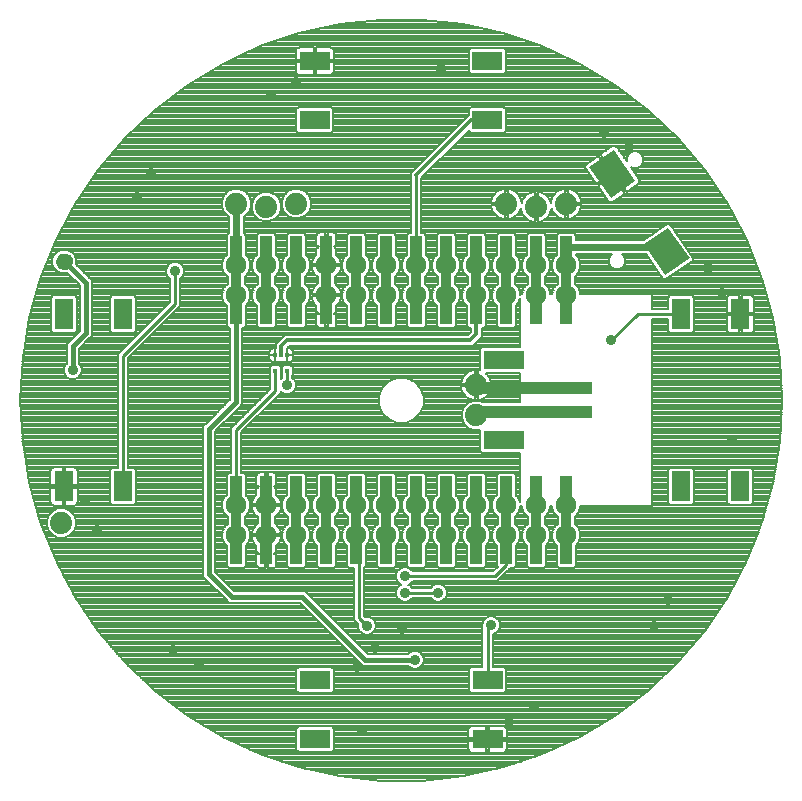
<source format=gbl>
G75*
%MOIN*%
%OFA0B0*%
%FSLAX25Y25*%
%IPPOS*%
%LPD*%
%AMOC8*
5,1,8,0,0,1.08239X$1,22.5*
%
%ADD10R,0.06299X0.10000*%
%ADD11R,0.10000X0.06299*%
%ADD12R,0.18110X0.03937*%
%ADD13R,0.13386X0.06299*%
%ADD14R,0.01181X0.01772*%
%ADD15C,0.07400*%
%ADD16R,0.12598X0.09843*%
%ADD17C,0.06900*%
%ADD18R,0.03900X0.07200*%
%ADD19C,0.03200*%
%ADD20C,0.01000*%
%ADD21C,0.04000*%
%ADD22C,0.01600*%
%ADD23C,0.00800*%
%ADD24C,0.03600*%
%ADD25C,0.02400*%
%ADD26C,0.01200*%
D10*
X0023957Y0102660D03*
X0043643Y0102660D03*
X0043643Y0160140D03*
X0023957Y0160140D03*
X0229757Y0160140D03*
X0249443Y0160140D03*
X0249443Y0102660D03*
X0229757Y0102660D03*
D11*
X0165140Y0038043D03*
X0165140Y0018357D03*
X0107660Y0018357D03*
X0107660Y0038043D03*
X0107560Y0224757D03*
X0107560Y0244443D03*
X0165040Y0244443D03*
X0165040Y0224757D03*
D12*
X0190967Y0135337D03*
X0190967Y0127463D03*
D13*
X0170494Y0118014D03*
X0170494Y0144786D03*
D14*
X0098369Y0146400D03*
X0096400Y0146400D03*
X0094431Y0146400D03*
X0094431Y0141085D03*
X0098369Y0141085D03*
D15*
X0091400Y0195900D03*
X0081400Y0196900D03*
X0101400Y0196900D03*
X0161400Y0136400D03*
X0161400Y0126400D03*
X0171400Y0196900D03*
X0181400Y0195900D03*
X0191400Y0196900D03*
X0023100Y0090500D03*
D16*
G36*
X0206349Y0198818D02*
X0199123Y0209137D01*
X0207185Y0214782D01*
X0214411Y0204463D01*
X0206349Y0198818D01*
G37*
G36*
X0224415Y0173018D02*
X0217189Y0183337D01*
X0225251Y0188982D01*
X0232477Y0178663D01*
X0224415Y0173018D01*
G37*
D17*
X0191400Y0176400D03*
X0191400Y0166400D03*
X0181400Y0166400D03*
X0181400Y0176400D03*
X0171400Y0176400D03*
X0161400Y0176400D03*
X0161400Y0166400D03*
X0171400Y0166400D03*
X0151400Y0166400D03*
X0151400Y0176400D03*
X0141400Y0176400D03*
X0131400Y0176400D03*
X0131400Y0166400D03*
X0141400Y0166400D03*
X0121400Y0166400D03*
X0121400Y0176400D03*
X0111400Y0176400D03*
X0101400Y0176400D03*
X0101400Y0166400D03*
X0111400Y0166400D03*
X0091400Y0166400D03*
X0091400Y0176400D03*
X0081400Y0176400D03*
X0081400Y0166400D03*
X0081400Y0096400D03*
X0081400Y0086400D03*
X0091400Y0086400D03*
X0091400Y0096400D03*
X0101400Y0096400D03*
X0111400Y0096400D03*
X0111400Y0086400D03*
X0101400Y0086400D03*
X0121400Y0086400D03*
X0121400Y0096400D03*
X0131400Y0096400D03*
X0141400Y0096400D03*
X0141400Y0086400D03*
X0131400Y0086400D03*
X0151400Y0086400D03*
X0151400Y0096400D03*
X0161400Y0096400D03*
X0171400Y0096400D03*
X0171400Y0086400D03*
X0161400Y0086400D03*
X0181400Y0086400D03*
X0181400Y0096400D03*
X0191400Y0096400D03*
X0191400Y0086400D03*
D18*
X0191400Y0080400D03*
X0181400Y0080400D03*
X0171400Y0080400D03*
X0161400Y0080400D03*
X0151400Y0080400D03*
X0141400Y0080400D03*
X0131400Y0080400D03*
X0121400Y0080400D03*
X0111400Y0080400D03*
X0101400Y0080400D03*
X0091400Y0080400D03*
X0081400Y0080400D03*
X0081400Y0102400D03*
X0091400Y0102400D03*
X0101400Y0102400D03*
X0111400Y0102400D03*
X0121400Y0102400D03*
X0131400Y0102400D03*
X0141400Y0102400D03*
X0151400Y0102400D03*
X0161400Y0102400D03*
X0171400Y0102400D03*
X0181400Y0102400D03*
X0191400Y0102400D03*
X0191400Y0160400D03*
X0181400Y0160400D03*
X0171400Y0160400D03*
X0161400Y0160400D03*
X0151400Y0160400D03*
X0141400Y0160400D03*
X0131400Y0160400D03*
X0121400Y0160400D03*
X0111400Y0160400D03*
X0101400Y0160400D03*
X0091400Y0160400D03*
X0081400Y0160400D03*
X0081400Y0182400D03*
X0091400Y0182400D03*
X0101400Y0182400D03*
X0111400Y0182400D03*
X0121400Y0182400D03*
X0131400Y0182400D03*
X0141400Y0182400D03*
X0151400Y0182400D03*
X0161400Y0182400D03*
X0171400Y0182400D03*
X0181400Y0182400D03*
X0191400Y0182400D03*
D19*
X0191400Y0181400D02*
X0191400Y0161400D01*
X0181400Y0161400D02*
X0181400Y0181400D01*
X0171400Y0181400D02*
X0171400Y0161400D01*
X0161400Y0161400D02*
X0161400Y0181400D01*
X0151400Y0181400D02*
X0151400Y0161400D01*
X0141400Y0161400D02*
X0141400Y0181400D01*
X0131400Y0181400D02*
X0131400Y0161400D01*
X0121400Y0161400D02*
X0121400Y0181400D01*
X0111400Y0181400D02*
X0111400Y0161400D01*
X0101400Y0161400D02*
X0101400Y0181400D01*
X0091400Y0181400D02*
X0091400Y0161400D01*
X0081400Y0161400D02*
X0081400Y0181400D01*
X0081400Y0101400D02*
X0081400Y0081400D01*
X0091400Y0081400D02*
X0091400Y0101400D01*
X0101400Y0101400D02*
X0101400Y0081400D01*
X0111400Y0081400D02*
X0111400Y0101400D01*
X0121400Y0101400D02*
X0121400Y0081400D01*
X0131400Y0081400D02*
X0131400Y0101400D01*
X0141400Y0101400D02*
X0141400Y0081400D01*
X0151400Y0081400D02*
X0151400Y0101400D01*
X0161400Y0101400D02*
X0161400Y0081400D01*
X0171400Y0081400D02*
X0171400Y0101400D01*
X0181400Y0101400D02*
X0181400Y0081400D01*
X0191400Y0081400D02*
X0191400Y0101400D01*
D20*
X0171400Y0080400D02*
X0171400Y0076400D01*
X0167700Y0072700D01*
X0137600Y0072700D01*
X0137500Y0067200D02*
X0148700Y0067200D01*
X0165140Y0055140D02*
X0166400Y0056400D01*
X0165140Y0055140D02*
X0165140Y0038043D01*
X0124900Y0056300D02*
X0122400Y0058800D01*
X0122400Y0080400D01*
X0121400Y0080400D01*
X0081400Y0102400D02*
X0081400Y0104400D01*
X0081400Y0121400D01*
X0094431Y0134431D01*
X0094431Y0141085D01*
X0098369Y0141085D02*
X0098369Y0139431D01*
X0098400Y0136400D01*
X0131400Y0160400D02*
X0131400Y0166400D01*
X0141400Y0182400D02*
X0141400Y0206400D01*
X0161400Y0162400D02*
X0161400Y0160400D01*
X0206400Y0151400D02*
X0215140Y0160140D01*
X0229757Y0160140D01*
X0061000Y0163500D02*
X0061000Y0174500D01*
X0061000Y0163500D02*
X0043643Y0146143D01*
X0043643Y0102660D01*
X0024788Y0175637D02*
X0024351Y0175525D01*
X0023900Y0175500D01*
X0023471Y0175542D01*
X0023058Y0175667D01*
X0022678Y0175871D01*
X0022344Y0176144D01*
X0022071Y0176478D01*
X0021867Y0176858D01*
X0021742Y0177271D01*
X0021700Y0177700D01*
X0021742Y0178129D01*
X0021867Y0178542D01*
X0022071Y0178922D01*
X0022344Y0179256D01*
X0022678Y0179529D01*
X0023058Y0179733D01*
X0023471Y0179858D01*
X0023900Y0179900D01*
X0024300Y0179900D01*
X0024765Y0179825D01*
X0025201Y0179649D01*
X0025588Y0179380D01*
X0025904Y0179031D01*
X0026135Y0178621D01*
X0026270Y0178170D01*
X0026300Y0177700D01*
X0026236Y0177253D01*
X0026087Y0176827D01*
X0025857Y0176439D01*
X0025556Y0176103D01*
X0025195Y0175832D01*
X0024788Y0175637D01*
X0025588Y0176139D02*
X0022350Y0176139D01*
X0021783Y0177138D02*
X0026196Y0177138D01*
X0026272Y0178137D02*
X0021744Y0178137D01*
X0022245Y0179135D02*
X0025810Y0179135D01*
D21*
X0161400Y0136400D02*
X0162463Y0135337D01*
X0190967Y0135337D01*
X0190967Y0127463D02*
X0162463Y0127463D01*
X0161400Y0126400D01*
D22*
X0161400Y0102400D02*
X0161400Y0096400D01*
X0161400Y0086400D01*
X0161400Y0080400D01*
X0171400Y0080400D02*
X0171400Y0086400D01*
X0171400Y0096400D01*
X0171400Y0102400D01*
X0181400Y0102400D02*
X0181400Y0096400D01*
X0181400Y0086400D01*
X0181400Y0080400D01*
X0191400Y0080400D02*
X0191400Y0086400D01*
X0191400Y0096400D01*
X0191400Y0093900D01*
X0190900Y0093900D01*
X0190900Y0102400D01*
X0191400Y0102400D01*
X0151400Y0102400D02*
X0151400Y0096400D01*
X0151400Y0086400D01*
X0151400Y0080400D01*
X0141400Y0080400D02*
X0141400Y0086400D01*
X0141400Y0096400D01*
X0141400Y0102400D01*
X0131400Y0102400D02*
X0131400Y0096400D01*
X0131400Y0086400D01*
X0131400Y0080400D01*
X0121400Y0080400D02*
X0121400Y0086400D01*
X0121400Y0096400D01*
X0121400Y0102400D01*
X0111400Y0102400D02*
X0111400Y0096400D01*
X0111400Y0086400D01*
X0111400Y0080400D01*
X0101400Y0080400D02*
X0101400Y0086400D01*
X0101400Y0096400D01*
X0101400Y0102400D01*
X0081400Y0104400D02*
X0081400Y0096400D01*
X0081400Y0086400D01*
X0081400Y0080400D01*
X0072400Y0073400D02*
X0079900Y0065900D01*
X0103400Y0065900D01*
X0124400Y0044900D01*
X0140900Y0044900D01*
X0072400Y0073400D02*
X0072400Y0121900D01*
X0081400Y0130900D01*
X0081400Y0160400D01*
X0081400Y0176400D01*
X0081400Y0166400D02*
X0081400Y0160400D01*
X0031200Y0153800D02*
X0031200Y0170600D01*
X0023900Y0177900D01*
X0031200Y0153800D02*
X0026800Y0149400D01*
X0026800Y0141400D01*
X0161400Y0162400D02*
X0161400Y0166400D01*
X0161400Y0176400D01*
X0161400Y0182400D01*
X0171400Y0182400D02*
X0171400Y0176400D01*
X0171400Y0166400D01*
X0171400Y0160400D01*
X0181400Y0160400D02*
X0181400Y0166400D01*
X0181400Y0176400D01*
X0181400Y0182400D01*
X0191400Y0182400D02*
X0191400Y0176400D01*
X0191400Y0166400D01*
X0191400Y0160400D01*
D23*
X0044199Y0044062D02*
X0035296Y0054543D01*
X0027579Y0065925D01*
X0021138Y0078074D01*
X0016048Y0090849D01*
X0012369Y0104099D01*
X0010144Y0117669D01*
X0009400Y0131400D01*
X0010144Y0145131D01*
X0012369Y0158701D01*
X0016048Y0171951D01*
X0021138Y0184726D01*
X0027579Y0196875D01*
X0035296Y0208257D01*
X0044199Y0218738D01*
X0054182Y0228195D01*
X0065129Y0236516D01*
X0076912Y0243606D01*
X0089392Y0249380D01*
X0102424Y0253771D01*
X0115854Y0256727D01*
X0129524Y0258214D01*
X0143276Y0258214D01*
X0156946Y0256727D01*
X0170376Y0253771D01*
X0183408Y0249380D01*
X0195888Y0243606D01*
X0207671Y0236516D01*
X0218618Y0228195D01*
X0228601Y0218738D01*
X0237504Y0208257D01*
X0245221Y0196875D01*
X0251662Y0184726D01*
X0256752Y0171951D01*
X0260431Y0158701D01*
X0262656Y0145131D01*
X0263400Y0131400D01*
X0262656Y0117669D01*
X0262656Y0117669D01*
X0260431Y0104099D01*
X0256752Y0090849D01*
X0251662Y0078074D01*
X0245221Y0065925D01*
X0237504Y0054543D01*
X0228601Y0044062D01*
X0218618Y0034605D01*
X0207671Y0026283D01*
X0195888Y0019194D01*
X0183408Y0013420D01*
X0170376Y0009029D01*
X0156946Y0006073D01*
X0143276Y0004586D01*
X0129524Y0004586D01*
X0115854Y0006073D01*
X0102424Y0009029D01*
X0089392Y0013420D01*
X0076912Y0019194D01*
X0065129Y0026283D01*
X0054182Y0034605D01*
X0044199Y0044062D01*
X0044559Y0043721D02*
X0122750Y0043721D01*
X0122400Y0044072D02*
X0123572Y0042900D01*
X0138657Y0042900D01*
X0139201Y0042357D01*
X0140303Y0041900D01*
X0141497Y0041900D01*
X0142599Y0042357D01*
X0143443Y0043201D01*
X0143900Y0044303D01*
X0143900Y0045497D01*
X0143443Y0046599D01*
X0142599Y0047443D01*
X0141497Y0047900D01*
X0140303Y0047900D01*
X0139201Y0047443D01*
X0138657Y0046900D01*
X0125228Y0046900D01*
X0104228Y0067900D01*
X0080728Y0067900D01*
X0074400Y0074228D01*
X0074400Y0121072D01*
X0082228Y0128900D01*
X0082228Y0128900D01*
X0083400Y0130072D01*
X0083400Y0155600D01*
X0083847Y0155600D01*
X0084550Y0156303D01*
X0084550Y0162974D01*
X0085342Y0163766D01*
X0086050Y0165475D01*
X0086050Y0167325D01*
X0085342Y0169034D01*
X0084200Y0170176D01*
X0084200Y0172624D01*
X0085342Y0173766D01*
X0086050Y0175475D01*
X0086050Y0177325D01*
X0085342Y0179034D01*
X0084550Y0179826D01*
X0084550Y0186497D01*
X0083847Y0187200D01*
X0083800Y0187200D01*
X0083800Y0192590D01*
X0084176Y0192746D01*
X0085554Y0194124D01*
X0086300Y0195925D01*
X0086300Y0197875D01*
X0085554Y0199676D01*
X0084176Y0201054D01*
X0082375Y0201800D01*
X0080425Y0201800D01*
X0078624Y0201054D01*
X0077246Y0199676D01*
X0076500Y0197875D01*
X0076500Y0195925D01*
X0077246Y0194124D01*
X0078624Y0192746D01*
X0079000Y0192590D01*
X0079000Y0187200D01*
X0078953Y0187200D01*
X0078250Y0186497D01*
X0078250Y0179826D01*
X0077458Y0179034D01*
X0076750Y0177325D01*
X0076750Y0175475D01*
X0077458Y0173766D01*
X0078600Y0172624D01*
X0078600Y0170176D01*
X0077458Y0169034D01*
X0076750Y0167325D01*
X0076750Y0165475D01*
X0077458Y0163766D01*
X0078250Y0162974D01*
X0078250Y0156303D01*
X0078953Y0155600D01*
X0079400Y0155600D01*
X0079400Y0131728D01*
X0071572Y0123900D01*
X0070400Y0122728D01*
X0070400Y0072572D01*
X0077900Y0065072D01*
X0079072Y0063900D01*
X0102572Y0063900D01*
X0122400Y0044072D01*
X0121952Y0044520D02*
X0043810Y0044520D01*
X0043132Y0045318D02*
X0121153Y0045318D01*
X0120355Y0046117D02*
X0042453Y0046117D01*
X0041775Y0046915D02*
X0119556Y0046915D01*
X0118758Y0047714D02*
X0041097Y0047714D01*
X0040419Y0048512D02*
X0117959Y0048512D01*
X0117161Y0049311D02*
X0039740Y0049311D01*
X0039062Y0050109D02*
X0116362Y0050109D01*
X0115564Y0050908D02*
X0038384Y0050908D01*
X0037706Y0051706D02*
X0114765Y0051706D01*
X0113967Y0052505D02*
X0037027Y0052505D01*
X0036349Y0053303D02*
X0113168Y0053303D01*
X0112370Y0054102D02*
X0035671Y0054102D01*
X0035054Y0054900D02*
X0111571Y0054900D01*
X0110773Y0055699D02*
X0034512Y0055699D01*
X0033971Y0056497D02*
X0109974Y0056497D01*
X0109176Y0057296D02*
X0033430Y0057296D01*
X0032888Y0058094D02*
X0108377Y0058094D01*
X0107579Y0058893D02*
X0032347Y0058893D01*
X0031805Y0059691D02*
X0106780Y0059691D01*
X0105982Y0060490D02*
X0031264Y0060490D01*
X0030723Y0061288D02*
X0105183Y0061288D01*
X0104385Y0062087D02*
X0030181Y0062087D01*
X0029640Y0062885D02*
X0103586Y0062885D01*
X0102788Y0063684D02*
X0029098Y0063684D01*
X0028557Y0064482D02*
X0078489Y0064482D01*
X0077691Y0065281D02*
X0028016Y0065281D01*
X0027497Y0066079D02*
X0076892Y0066079D01*
X0076094Y0066878D02*
X0027074Y0066878D01*
X0026650Y0067676D02*
X0075295Y0067676D01*
X0074497Y0068475D02*
X0026227Y0068475D01*
X0025804Y0069273D02*
X0073698Y0069273D01*
X0072900Y0070072D02*
X0025380Y0070072D01*
X0024957Y0070870D02*
X0072101Y0070870D01*
X0071303Y0071669D02*
X0024534Y0071669D01*
X0024110Y0072468D02*
X0070504Y0072468D01*
X0070400Y0073266D02*
X0023687Y0073266D01*
X0023264Y0074065D02*
X0070400Y0074065D01*
X0070400Y0074863D02*
X0022840Y0074863D01*
X0022417Y0075662D02*
X0070400Y0075662D01*
X0070400Y0076460D02*
X0021994Y0076460D01*
X0021570Y0077259D02*
X0070400Y0077259D01*
X0070400Y0078057D02*
X0021147Y0078057D01*
X0020827Y0078856D02*
X0070400Y0078856D01*
X0070400Y0079654D02*
X0020508Y0079654D01*
X0020190Y0080453D02*
X0070400Y0080453D01*
X0070400Y0081251D02*
X0019872Y0081251D01*
X0019554Y0082050D02*
X0070400Y0082050D01*
X0070400Y0082848D02*
X0019236Y0082848D01*
X0018918Y0083647D02*
X0070400Y0083647D01*
X0070400Y0084445D02*
X0018599Y0084445D01*
X0018281Y0085244D02*
X0070400Y0085244D01*
X0070400Y0086042D02*
X0025142Y0086042D01*
X0025876Y0086346D02*
X0027254Y0087724D01*
X0028000Y0089525D01*
X0028000Y0091475D01*
X0027254Y0093276D01*
X0025876Y0094654D01*
X0024075Y0095400D01*
X0022125Y0095400D01*
X0020324Y0094654D01*
X0018946Y0093276D01*
X0018200Y0091475D01*
X0018200Y0089525D01*
X0018946Y0087724D01*
X0020324Y0086346D01*
X0022125Y0085600D01*
X0024075Y0085600D01*
X0025876Y0086346D01*
X0026370Y0086841D02*
X0070400Y0086841D01*
X0070400Y0087639D02*
X0027169Y0087639D01*
X0027549Y0088438D02*
X0070400Y0088438D01*
X0070400Y0089236D02*
X0027880Y0089236D01*
X0028000Y0090035D02*
X0070400Y0090035D01*
X0070400Y0090833D02*
X0028000Y0090833D01*
X0027935Y0091632D02*
X0070400Y0091632D01*
X0070400Y0092430D02*
X0027604Y0092430D01*
X0027273Y0093229D02*
X0070400Y0093229D01*
X0070400Y0094027D02*
X0026502Y0094027D01*
X0025461Y0094826D02*
X0070400Y0094826D01*
X0070400Y0095624D02*
X0014722Y0095624D01*
X0014944Y0094826D02*
X0020739Y0094826D01*
X0019698Y0094027D02*
X0015166Y0094027D01*
X0015387Y0093229D02*
X0018927Y0093229D01*
X0018596Y0092430D02*
X0015609Y0092430D01*
X0015831Y0091632D02*
X0018265Y0091632D01*
X0018200Y0090833D02*
X0016054Y0090833D01*
X0016372Y0090035D02*
X0018200Y0090035D01*
X0018320Y0089236D02*
X0016690Y0089236D01*
X0017009Y0088438D02*
X0018650Y0088438D01*
X0019031Y0087639D02*
X0017327Y0087639D01*
X0017645Y0086841D02*
X0019830Y0086841D01*
X0021058Y0086042D02*
X0017963Y0086042D01*
X0020624Y0096260D02*
X0023557Y0096260D01*
X0023557Y0102260D01*
X0019408Y0102260D01*
X0019408Y0097476D01*
X0019503Y0097119D01*
X0019688Y0096800D01*
X0019948Y0096540D01*
X0020267Y0096355D01*
X0020624Y0096260D01*
X0020150Y0096423D02*
X0014500Y0096423D01*
X0014279Y0097221D02*
X0019476Y0097221D01*
X0019408Y0098020D02*
X0014057Y0098020D01*
X0013835Y0098818D02*
X0019408Y0098818D01*
X0019408Y0099617D02*
X0013614Y0099617D01*
X0013392Y0100415D02*
X0019408Y0100415D01*
X0019408Y0101214D02*
X0013170Y0101214D01*
X0012948Y0102012D02*
X0019408Y0102012D01*
X0019408Y0103060D02*
X0023557Y0103060D01*
X0023557Y0102260D01*
X0024357Y0102260D01*
X0024357Y0096260D01*
X0027291Y0096260D01*
X0027647Y0096355D01*
X0027967Y0096540D01*
X0028227Y0096800D01*
X0028412Y0097119D01*
X0028507Y0097476D01*
X0028507Y0102260D01*
X0024358Y0102260D01*
X0024358Y0103060D01*
X0028507Y0103060D01*
X0028507Y0107844D01*
X0028412Y0108200D01*
X0028227Y0108519D01*
X0027967Y0108780D01*
X0027647Y0108964D01*
X0027291Y0109060D01*
X0024357Y0109060D01*
X0024357Y0103060D01*
X0023557Y0103060D01*
X0023557Y0109060D01*
X0020624Y0109060D01*
X0020267Y0108964D01*
X0019948Y0108780D01*
X0019688Y0108519D01*
X0019503Y0108200D01*
X0019408Y0107844D01*
X0019408Y0103060D01*
X0019408Y0103609D02*
X0012505Y0103609D01*
X0012318Y0104408D02*
X0019408Y0104408D01*
X0019408Y0105206D02*
X0012188Y0105206D01*
X0012057Y0106005D02*
X0019408Y0106005D01*
X0019408Y0106803D02*
X0011926Y0106803D01*
X0011795Y0107602D02*
X0019408Y0107602D01*
X0019619Y0108401D02*
X0011664Y0108401D01*
X0011533Y0109199D02*
X0041943Y0109199D01*
X0041943Y0108860D02*
X0039996Y0108860D01*
X0039293Y0108157D01*
X0039293Y0097163D01*
X0039996Y0096460D01*
X0047289Y0096460D01*
X0047992Y0097163D01*
X0047992Y0108157D01*
X0047289Y0108860D01*
X0045343Y0108860D01*
X0045343Y0145438D01*
X0061704Y0161800D01*
X0062700Y0162796D01*
X0062700Y0171957D01*
X0063543Y0172801D01*
X0064000Y0173903D01*
X0064000Y0175097D01*
X0063543Y0176199D01*
X0062699Y0177043D01*
X0061597Y0177500D01*
X0060403Y0177500D01*
X0059301Y0177043D01*
X0058457Y0176199D01*
X0058000Y0175097D01*
X0058000Y0173903D01*
X0058457Y0172801D01*
X0059300Y0171957D01*
X0059300Y0164204D01*
X0041943Y0146847D01*
X0041943Y0108860D01*
X0041943Y0109998D02*
X0011402Y0109998D01*
X0011271Y0110796D02*
X0041943Y0110796D01*
X0041943Y0111595D02*
X0011140Y0111595D01*
X0011009Y0112393D02*
X0041943Y0112393D01*
X0041943Y0113192D02*
X0010878Y0113192D01*
X0010748Y0113990D02*
X0041943Y0113990D01*
X0041943Y0114789D02*
X0010617Y0114789D01*
X0010486Y0115587D02*
X0041943Y0115587D01*
X0041943Y0116386D02*
X0010355Y0116386D01*
X0010224Y0117184D02*
X0041943Y0117184D01*
X0041943Y0117983D02*
X0010127Y0117983D01*
X0010084Y0118781D02*
X0041943Y0118781D01*
X0041943Y0119580D02*
X0010041Y0119580D01*
X0009998Y0120378D02*
X0041943Y0120378D01*
X0041943Y0121177D02*
X0009954Y0121177D01*
X0009911Y0121975D02*
X0041943Y0121975D01*
X0041943Y0122774D02*
X0009868Y0122774D01*
X0009824Y0123572D02*
X0041943Y0123572D01*
X0041943Y0124371D02*
X0009781Y0124371D01*
X0009738Y0125169D02*
X0041943Y0125169D01*
X0041943Y0125968D02*
X0009695Y0125968D01*
X0009651Y0126766D02*
X0041943Y0126766D01*
X0041943Y0127565D02*
X0009608Y0127565D01*
X0009565Y0128363D02*
X0041943Y0128363D01*
X0041943Y0129162D02*
X0009521Y0129162D01*
X0009478Y0129960D02*
X0041943Y0129960D01*
X0041943Y0130759D02*
X0009435Y0130759D01*
X0009409Y0131557D02*
X0041943Y0131557D01*
X0041943Y0132356D02*
X0009452Y0132356D01*
X0009495Y0133154D02*
X0041943Y0133154D01*
X0041943Y0133953D02*
X0009538Y0133953D01*
X0009582Y0134751D02*
X0041943Y0134751D01*
X0041943Y0135550D02*
X0009625Y0135550D01*
X0009668Y0136348D02*
X0041943Y0136348D01*
X0041943Y0137147D02*
X0009712Y0137147D01*
X0009755Y0137945D02*
X0041943Y0137945D01*
X0041943Y0138744D02*
X0028227Y0138744D01*
X0028499Y0138857D02*
X0029343Y0139701D01*
X0029800Y0140803D01*
X0029800Y0141997D01*
X0029343Y0143099D01*
X0028800Y0143643D01*
X0028800Y0148572D01*
X0032028Y0151800D01*
X0033200Y0152972D01*
X0033200Y0171428D01*
X0027881Y0176747D01*
X0027896Y0176847D01*
X0027950Y0177003D01*
X0028042Y0177107D01*
X0028033Y0177239D01*
X0028074Y0177354D01*
X0028019Y0177469D01*
X0028008Y0177634D01*
X0028042Y0177872D01*
X0028100Y0177979D01*
X0028071Y0178077D01*
X0028082Y0178157D01*
X0028024Y0178235D01*
X0027954Y0178471D01*
X0027936Y0178748D01*
X0027962Y0178843D01*
X0027925Y0178908D01*
X0027921Y0178982D01*
X0027847Y0179047D01*
X0027710Y0179289D01*
X0027631Y0179556D01*
X0027636Y0179654D01*
X0027585Y0179709D01*
X0027564Y0179781D01*
X0027478Y0179827D01*
X0027291Y0180033D01*
X0027154Y0180275D01*
X0027137Y0180372D01*
X0027076Y0180414D01*
X0027039Y0180479D01*
X0026945Y0180506D01*
X0026717Y0180665D01*
X0026530Y0180870D01*
X0026491Y0180961D01*
X0026422Y0180989D01*
X0026372Y0181044D01*
X0026274Y0181049D01*
X0026016Y0181153D01*
X0025788Y0181312D01*
X0025730Y0181391D01*
X0025657Y0181403D01*
X0025595Y0181446D01*
X0025499Y0181429D01*
X0025224Y0181473D01*
X0025068Y0181536D01*
X0025004Y0181600D01*
X0024910Y0181600D01*
X0024749Y0181665D01*
X0024596Y0181600D01*
X0024508Y0181600D01*
X0024434Y0181661D01*
X0024201Y0181638D01*
X0023875Y0181690D01*
X0023779Y0181621D01*
X0023651Y0181689D01*
X0023358Y0181600D01*
X0023196Y0181600D01*
X0023128Y0181532D01*
X0023018Y0181521D01*
X0022878Y0181564D01*
X0022749Y0181495D01*
X0022603Y0181480D01*
X0022511Y0181368D01*
X0022404Y0181311D01*
X0022289Y0181276D01*
X0022144Y0181290D01*
X0022031Y0181197D01*
X0021891Y0181155D01*
X0021822Y0181026D01*
X0021729Y0180950D01*
X0021622Y0180893D01*
X0021477Y0180878D01*
X0021384Y0180765D01*
X0021255Y0180697D01*
X0021213Y0180557D01*
X0021136Y0180464D01*
X0021043Y0180387D01*
X0020903Y0180345D01*
X0020835Y0180216D01*
X0020722Y0180123D01*
X0020707Y0179978D01*
X0020650Y0179871D01*
X0020574Y0179778D01*
X0020445Y0179709D01*
X0020403Y0179569D01*
X0020310Y0179456D01*
X0020324Y0179311D01*
X0020289Y0179196D01*
X0020232Y0179089D01*
X0020119Y0178997D01*
X0020105Y0178851D01*
X0020036Y0178722D01*
X0020079Y0178582D01*
X0020067Y0178462D01*
X0020032Y0178347D01*
X0019939Y0178234D01*
X0019953Y0178089D01*
X0019911Y0177949D01*
X0019980Y0177820D01*
X0019992Y0177700D01*
X0019980Y0177580D01*
X0019911Y0177451D01*
X0019953Y0177311D01*
X0019939Y0177166D01*
X0020032Y0177053D01*
X0020067Y0176938D01*
X0020079Y0176818D01*
X0020036Y0176678D01*
X0020105Y0176549D01*
X0020119Y0176403D01*
X0020232Y0176311D01*
X0020289Y0176204D01*
X0020324Y0176089D01*
X0020310Y0175944D01*
X0020403Y0175831D01*
X0020445Y0175691D01*
X0020574Y0175622D01*
X0020650Y0175529D01*
X0020707Y0175422D01*
X0020722Y0175277D01*
X0020835Y0175184D01*
X0020903Y0175055D01*
X0021043Y0175013D01*
X0021136Y0174936D01*
X0021213Y0174843D01*
X0021255Y0174703D01*
X0021384Y0174635D01*
X0021477Y0174522D01*
X0021622Y0174507D01*
X0021729Y0174450D01*
X0021822Y0174374D01*
X0021891Y0174245D01*
X0022031Y0174203D01*
X0022144Y0174110D01*
X0022289Y0174124D01*
X0022404Y0174089D01*
X0022511Y0174032D01*
X0022603Y0173919D01*
X0022749Y0173905D01*
X0022878Y0173836D01*
X0023018Y0173879D01*
X0023138Y0173867D01*
X0023194Y0173850D01*
X0023290Y0173764D01*
X0023448Y0173773D01*
X0023651Y0173711D01*
X0023803Y0173792D01*
X0023863Y0173795D01*
X0023949Y0173787D01*
X0024091Y0173703D01*
X0024288Y0173754D01*
X0024434Y0173739D01*
X0024526Y0173815D01*
X0024611Y0173836D01*
X0024760Y0173845D01*
X0024888Y0173799D01*
X0025011Y0173858D01*
X0025108Y0173864D01*
X0029200Y0169772D01*
X0029200Y0154628D01*
X0024800Y0150228D01*
X0024800Y0143643D01*
X0024257Y0143099D01*
X0023800Y0141997D01*
X0023800Y0140803D01*
X0024257Y0139701D01*
X0025101Y0138857D01*
X0026203Y0138400D01*
X0027397Y0138400D01*
X0028499Y0138857D01*
X0029185Y0139542D02*
X0041943Y0139542D01*
X0041943Y0140341D02*
X0029609Y0140341D01*
X0029800Y0141139D02*
X0041943Y0141139D01*
X0041943Y0141938D02*
X0029800Y0141938D01*
X0029494Y0142737D02*
X0041943Y0142737D01*
X0041943Y0143535D02*
X0028908Y0143535D01*
X0028800Y0144334D02*
X0041943Y0144334D01*
X0041943Y0145132D02*
X0028800Y0145132D01*
X0028800Y0145931D02*
X0041943Y0145931D01*
X0041943Y0146729D02*
X0028800Y0146729D01*
X0028800Y0147528D02*
X0042623Y0147528D01*
X0043422Y0148326D02*
X0028800Y0148326D01*
X0029353Y0149125D02*
X0044220Y0149125D01*
X0045019Y0149923D02*
X0030152Y0149923D01*
X0030950Y0150722D02*
X0045817Y0150722D01*
X0046616Y0151520D02*
X0031749Y0151520D01*
X0032547Y0152319D02*
X0047414Y0152319D01*
X0048213Y0153117D02*
X0033200Y0153117D01*
X0033200Y0153916D02*
X0049012Y0153916D01*
X0049810Y0154714D02*
X0047992Y0154714D01*
X0047992Y0154643D02*
X0047992Y0165637D01*
X0047289Y0166340D01*
X0039996Y0166340D01*
X0039293Y0165637D01*
X0039293Y0154643D01*
X0039996Y0153940D01*
X0047289Y0153940D01*
X0047992Y0154643D01*
X0047992Y0155513D02*
X0050609Y0155513D01*
X0051407Y0156311D02*
X0047992Y0156311D01*
X0047992Y0157110D02*
X0052206Y0157110D01*
X0053004Y0157908D02*
X0047992Y0157908D01*
X0047992Y0158707D02*
X0053803Y0158707D01*
X0054601Y0159505D02*
X0047992Y0159505D01*
X0047992Y0160304D02*
X0055400Y0160304D01*
X0056198Y0161102D02*
X0047992Y0161102D01*
X0047992Y0161901D02*
X0056997Y0161901D01*
X0057795Y0162699D02*
X0047992Y0162699D01*
X0047992Y0163498D02*
X0058594Y0163498D01*
X0059300Y0164296D02*
X0047992Y0164296D01*
X0047992Y0165095D02*
X0059300Y0165095D01*
X0059300Y0165893D02*
X0047736Y0165893D01*
X0039549Y0165893D02*
X0033200Y0165893D01*
X0033200Y0165095D02*
X0039293Y0165095D01*
X0039293Y0164296D02*
X0033200Y0164296D01*
X0033200Y0163498D02*
X0039293Y0163498D01*
X0039293Y0162699D02*
X0033200Y0162699D01*
X0033200Y0161901D02*
X0039293Y0161901D01*
X0039293Y0161102D02*
X0033200Y0161102D01*
X0033200Y0160304D02*
X0039293Y0160304D01*
X0039293Y0159505D02*
X0033200Y0159505D01*
X0033200Y0158707D02*
X0039293Y0158707D01*
X0039293Y0157908D02*
X0033200Y0157908D01*
X0033200Y0157110D02*
X0039293Y0157110D01*
X0039293Y0156311D02*
X0033200Y0156311D01*
X0033200Y0155513D02*
X0039293Y0155513D01*
X0039293Y0154714D02*
X0033200Y0154714D01*
X0029200Y0154714D02*
X0028307Y0154714D01*
X0028307Y0154643D02*
X0028307Y0165637D01*
X0027604Y0166340D01*
X0020311Y0166340D01*
X0019608Y0165637D01*
X0019608Y0154643D01*
X0020311Y0153940D01*
X0027604Y0153940D01*
X0028307Y0154643D01*
X0028487Y0153916D02*
X0011585Y0153916D01*
X0011716Y0154714D02*
X0019608Y0154714D01*
X0019608Y0155513D02*
X0011846Y0155513D01*
X0011977Y0156311D02*
X0019608Y0156311D01*
X0019608Y0157110D02*
X0012108Y0157110D01*
X0012239Y0157908D02*
X0019608Y0157908D01*
X0019608Y0158707D02*
X0012371Y0158707D01*
X0012592Y0159505D02*
X0019608Y0159505D01*
X0019608Y0160304D02*
X0012814Y0160304D01*
X0013036Y0161102D02*
X0019608Y0161102D01*
X0019608Y0161901D02*
X0013258Y0161901D01*
X0013479Y0162699D02*
X0019608Y0162699D01*
X0019608Y0163498D02*
X0013701Y0163498D01*
X0013923Y0164296D02*
X0019608Y0164296D01*
X0019608Y0165095D02*
X0014144Y0165095D01*
X0014366Y0165893D02*
X0019864Y0165893D01*
X0014809Y0167490D02*
X0029200Y0167490D01*
X0029200Y0166692D02*
X0014588Y0166692D01*
X0015031Y0168289D02*
X0029200Y0168289D01*
X0029200Y0169087D02*
X0015253Y0169087D01*
X0015475Y0169886D02*
X0029086Y0169886D01*
X0028287Y0170684D02*
X0015696Y0170684D01*
X0015918Y0171483D02*
X0027489Y0171483D01*
X0026690Y0172281D02*
X0016180Y0172281D01*
X0016498Y0173080D02*
X0025892Y0173080D01*
X0023020Y0173878D02*
X0023017Y0173878D01*
X0022799Y0173878D02*
X0016816Y0173878D01*
X0017134Y0174677D02*
X0021305Y0174677D01*
X0020679Y0175475D02*
X0017452Y0175475D01*
X0017770Y0176274D02*
X0020252Y0176274D01*
X0020016Y0177072D02*
X0018088Y0177072D01*
X0018407Y0177871D02*
X0019953Y0177871D01*
X0020052Y0178670D02*
X0018725Y0178670D01*
X0019043Y0179468D02*
X0020319Y0179468D01*
X0020862Y0180267D02*
X0019361Y0180267D01*
X0019679Y0181065D02*
X0021843Y0181065D01*
X0019997Y0181864D02*
X0078250Y0181864D01*
X0078250Y0182662D02*
X0020316Y0182662D01*
X0020634Y0183461D02*
X0078250Y0183461D01*
X0078250Y0184259D02*
X0020952Y0184259D01*
X0021314Y0185058D02*
X0078250Y0185058D01*
X0078250Y0185856D02*
X0021737Y0185856D01*
X0022160Y0186655D02*
X0078408Y0186655D01*
X0079000Y0187453D02*
X0022584Y0187453D01*
X0023007Y0188252D02*
X0079000Y0188252D01*
X0079000Y0189050D02*
X0023430Y0189050D01*
X0023854Y0189849D02*
X0079000Y0189849D01*
X0079000Y0190647D02*
X0024277Y0190647D01*
X0024701Y0191446D02*
X0079000Y0191446D01*
X0079000Y0192244D02*
X0025124Y0192244D01*
X0025547Y0193043D02*
X0078328Y0193043D01*
X0077529Y0193841D02*
X0025971Y0193841D01*
X0026394Y0194640D02*
X0077033Y0194640D01*
X0076702Y0195438D02*
X0026817Y0195438D01*
X0027241Y0196237D02*
X0076500Y0196237D01*
X0076500Y0197035D02*
X0027688Y0197035D01*
X0028229Y0197834D02*
X0076500Y0197834D01*
X0076814Y0198632D02*
X0028770Y0198632D01*
X0029312Y0199431D02*
X0077145Y0199431D01*
X0077800Y0200229D02*
X0029853Y0200229D01*
X0030395Y0201028D02*
X0078598Y0201028D01*
X0084202Y0201028D02*
X0098598Y0201028D01*
X0098624Y0201054D02*
X0097246Y0199676D01*
X0096500Y0197875D01*
X0096500Y0195925D01*
X0097246Y0194124D01*
X0098624Y0192746D01*
X0100425Y0192000D01*
X0102375Y0192000D01*
X0104176Y0192746D01*
X0105554Y0194124D01*
X0106300Y0195925D01*
X0106300Y0197875D01*
X0105554Y0199676D01*
X0104176Y0201054D01*
X0102375Y0201800D01*
X0100425Y0201800D01*
X0098624Y0201054D01*
X0097800Y0200229D02*
X0093752Y0200229D01*
X0094176Y0200054D02*
X0092375Y0200800D01*
X0090425Y0200800D01*
X0088624Y0200054D01*
X0087246Y0198676D01*
X0086500Y0196875D01*
X0086500Y0194925D01*
X0087246Y0193124D01*
X0088624Y0191746D01*
X0090425Y0191000D01*
X0092375Y0191000D01*
X0094176Y0191746D01*
X0095554Y0193124D01*
X0096300Y0194925D01*
X0096300Y0196875D01*
X0095554Y0198676D01*
X0094176Y0200054D01*
X0094799Y0199431D02*
X0097145Y0199431D01*
X0096814Y0198632D02*
X0095572Y0198632D01*
X0095903Y0197834D02*
X0096500Y0197834D01*
X0096500Y0197035D02*
X0096233Y0197035D01*
X0096300Y0196237D02*
X0096500Y0196237D01*
X0096300Y0195438D02*
X0096702Y0195438D01*
X0097033Y0194640D02*
X0096182Y0194640D01*
X0095851Y0193841D02*
X0097529Y0193841D01*
X0098328Y0193043D02*
X0095472Y0193043D01*
X0094674Y0192244D02*
X0099836Y0192244D01*
X0102964Y0192244D02*
X0139700Y0192244D01*
X0139700Y0191446D02*
X0093451Y0191446D01*
X0093847Y0187200D02*
X0088953Y0187200D01*
X0088250Y0186497D01*
X0088250Y0179826D01*
X0087458Y0179034D01*
X0086750Y0177325D01*
X0086750Y0175475D01*
X0087458Y0173766D01*
X0088600Y0172624D01*
X0088600Y0170176D01*
X0087458Y0169034D01*
X0086750Y0167325D01*
X0086750Y0165475D01*
X0087458Y0163766D01*
X0088250Y0162974D01*
X0088250Y0156303D01*
X0088953Y0155600D01*
X0093847Y0155600D01*
X0094550Y0156303D01*
X0094550Y0162974D01*
X0095342Y0163766D01*
X0096050Y0165475D01*
X0096050Y0167325D01*
X0095342Y0169034D01*
X0094200Y0170176D01*
X0094200Y0172624D01*
X0095342Y0173766D01*
X0096050Y0175475D01*
X0096050Y0177325D01*
X0095342Y0179034D01*
X0094550Y0179826D01*
X0094550Y0186497D01*
X0093847Y0187200D01*
X0094392Y0186655D02*
X0098408Y0186655D01*
X0098250Y0186497D02*
X0098953Y0187200D01*
X0103847Y0187200D01*
X0104550Y0186497D01*
X0104550Y0179826D01*
X0105342Y0179034D01*
X0106050Y0177325D01*
X0106050Y0175475D01*
X0105342Y0173766D01*
X0104200Y0172624D01*
X0104200Y0170176D01*
X0105342Y0169034D01*
X0106050Y0167325D01*
X0106050Y0165475D01*
X0105342Y0163766D01*
X0104550Y0162974D01*
X0104550Y0156303D01*
X0103847Y0155600D01*
X0098953Y0155600D01*
X0098250Y0156303D01*
X0098250Y0162974D01*
X0097458Y0163766D01*
X0096750Y0165475D01*
X0096750Y0167325D01*
X0097458Y0169034D01*
X0098600Y0170176D01*
X0098600Y0172624D01*
X0097458Y0173766D01*
X0096750Y0175475D01*
X0096750Y0177325D01*
X0097458Y0179034D01*
X0098250Y0179826D01*
X0098250Y0186497D01*
X0098250Y0185856D02*
X0094550Y0185856D01*
X0094550Y0185058D02*
X0098250Y0185058D01*
X0098250Y0184259D02*
X0094550Y0184259D01*
X0094550Y0183461D02*
X0098250Y0183461D01*
X0098250Y0182662D02*
X0094550Y0182662D01*
X0094550Y0181864D02*
X0098250Y0181864D01*
X0098250Y0181065D02*
X0094550Y0181065D01*
X0094550Y0180267D02*
X0098250Y0180267D01*
X0097892Y0179468D02*
X0094908Y0179468D01*
X0095493Y0178670D02*
X0097307Y0178670D01*
X0096976Y0177871D02*
X0095824Y0177871D01*
X0096050Y0177072D02*
X0096750Y0177072D01*
X0096750Y0176274D02*
X0096050Y0176274D01*
X0096050Y0175475D02*
X0096750Y0175475D01*
X0097081Y0174677D02*
X0095719Y0174677D01*
X0095389Y0173878D02*
X0097411Y0173878D01*
X0098144Y0173080D02*
X0094656Y0173080D01*
X0094200Y0172281D02*
X0098600Y0172281D01*
X0098600Y0171483D02*
X0094200Y0171483D01*
X0094200Y0170684D02*
X0098600Y0170684D01*
X0098310Y0169886D02*
X0094490Y0169886D01*
X0095289Y0169087D02*
X0097511Y0169087D01*
X0097149Y0168289D02*
X0095651Y0168289D01*
X0095981Y0167490D02*
X0096819Y0167490D01*
X0096750Y0166692D02*
X0096050Y0166692D01*
X0096050Y0165893D02*
X0096750Y0165893D01*
X0096907Y0165095D02*
X0095892Y0165095D01*
X0095562Y0164296D02*
X0097238Y0164296D01*
X0097726Y0163498D02*
X0095074Y0163498D01*
X0094550Y0162699D02*
X0098250Y0162699D01*
X0098250Y0161901D02*
X0094550Y0161901D01*
X0094550Y0161102D02*
X0098250Y0161102D01*
X0098250Y0160304D02*
X0094550Y0160304D01*
X0094550Y0159505D02*
X0098250Y0159505D01*
X0098250Y0158707D02*
X0094550Y0158707D01*
X0094550Y0157908D02*
X0098250Y0157908D01*
X0098250Y0157110D02*
X0094550Y0157110D01*
X0094550Y0156311D02*
X0098250Y0156311D01*
X0097654Y0153200D02*
X0096600Y0152146D01*
X0094600Y0150146D01*
X0094600Y0148686D01*
X0094432Y0148686D01*
X0094432Y0146400D01*
X0094431Y0146400D01*
X0092441Y0146400D01*
X0094431Y0146400D01*
X0094431Y0146400D01*
X0094431Y0148686D01*
X0093657Y0148686D01*
X0093301Y0148590D01*
X0092981Y0148406D01*
X0092721Y0148145D01*
X0092536Y0147826D01*
X0092441Y0147470D01*
X0092441Y0146400D01*
X0092441Y0145330D01*
X0092536Y0144974D01*
X0092721Y0144655D01*
X0092981Y0144394D01*
X0093301Y0144210D01*
X0093657Y0144114D01*
X0094431Y0144114D01*
X0094431Y0146400D01*
X0094432Y0146400D01*
X0094432Y0144114D01*
X0095206Y0144114D01*
X0095562Y0144210D01*
X0095744Y0144314D01*
X0097056Y0144314D01*
X0097238Y0144210D01*
X0097594Y0144114D01*
X0098368Y0144114D01*
X0098368Y0146400D01*
X0098368Y0148686D01*
X0098231Y0148686D01*
X0099146Y0149600D01*
X0160146Y0149600D01*
X0162146Y0151600D01*
X0163200Y0152654D01*
X0163200Y0155600D01*
X0163847Y0155600D01*
X0164550Y0156303D01*
X0164550Y0162974D01*
X0165342Y0163766D01*
X0166050Y0165475D01*
X0166050Y0167325D01*
X0165342Y0169034D01*
X0164200Y0170176D01*
X0164200Y0172624D01*
X0165342Y0173766D01*
X0166050Y0175475D01*
X0166050Y0177325D01*
X0165342Y0179034D01*
X0164550Y0179826D01*
X0164550Y0186497D01*
X0163847Y0187200D01*
X0158953Y0187200D01*
X0158250Y0186497D01*
X0158250Y0179826D01*
X0157458Y0179034D01*
X0156750Y0177325D01*
X0156750Y0175475D01*
X0157458Y0173766D01*
X0158600Y0172624D01*
X0158600Y0170176D01*
X0157458Y0169034D01*
X0156750Y0167325D01*
X0156750Y0165475D01*
X0157458Y0163766D01*
X0158250Y0162974D01*
X0158250Y0156303D01*
X0158953Y0155600D01*
X0159600Y0155600D01*
X0159600Y0154146D01*
X0158654Y0153200D01*
X0097654Y0153200D01*
X0097572Y0153117D02*
X0083400Y0153117D01*
X0083400Y0152319D02*
X0096773Y0152319D01*
X0095975Y0151520D02*
X0083400Y0151520D01*
X0083400Y0150722D02*
X0095176Y0150722D01*
X0094600Y0149923D02*
X0083400Y0149923D01*
X0083400Y0149125D02*
X0094600Y0149125D01*
X0094431Y0148326D02*
X0094432Y0148326D01*
X0094431Y0147528D02*
X0094432Y0147528D01*
X0094431Y0146729D02*
X0094432Y0146729D01*
X0094431Y0145931D02*
X0094432Y0145931D01*
X0094431Y0145132D02*
X0094432Y0145132D01*
X0094431Y0144334D02*
X0094432Y0144334D01*
X0093086Y0144334D02*
X0083400Y0144334D01*
X0083400Y0145132D02*
X0092494Y0145132D01*
X0092441Y0145931D02*
X0083400Y0145931D01*
X0083400Y0146729D02*
X0092441Y0146729D01*
X0092456Y0147528D02*
X0083400Y0147528D01*
X0083400Y0148326D02*
X0092901Y0148326D01*
X0093344Y0143171D02*
X0092641Y0142468D01*
X0092641Y0139702D01*
X0092731Y0139612D01*
X0092731Y0135136D01*
X0080696Y0123100D01*
X0079700Y0122104D01*
X0079700Y0107200D01*
X0078953Y0107200D01*
X0078250Y0106497D01*
X0078250Y0099826D01*
X0077458Y0099034D01*
X0076750Y0097325D01*
X0076750Y0095475D01*
X0077458Y0093766D01*
X0078600Y0092624D01*
X0078600Y0090176D01*
X0077458Y0089034D01*
X0076750Y0087325D01*
X0076750Y0085475D01*
X0077458Y0083766D01*
X0078250Y0082974D01*
X0078250Y0076303D01*
X0078953Y0075600D01*
X0083847Y0075600D01*
X0084550Y0076303D01*
X0084550Y0082974D01*
X0085342Y0083766D01*
X0086050Y0085475D01*
X0086050Y0087325D01*
X0085342Y0089034D01*
X0084200Y0090176D01*
X0084200Y0092624D01*
X0085342Y0093766D01*
X0086050Y0095475D01*
X0086050Y0097325D01*
X0085342Y0099034D01*
X0084550Y0099826D01*
X0084550Y0106497D01*
X0083847Y0107200D01*
X0083100Y0107200D01*
X0083100Y0120696D01*
X0096131Y0133727D01*
X0096131Y0134426D01*
X0096701Y0133857D01*
X0097803Y0133400D01*
X0098997Y0133400D01*
X0100099Y0133857D01*
X0100943Y0134701D01*
X0101400Y0135803D01*
X0101400Y0136997D01*
X0100943Y0138099D01*
X0100099Y0138943D01*
X0100074Y0138954D01*
X0100068Y0139440D01*
X0100068Y0139612D01*
X0100159Y0139702D01*
X0100159Y0142468D01*
X0099456Y0143171D01*
X0097281Y0143171D01*
X0096578Y0142468D01*
X0096578Y0139702D01*
X0096667Y0139614D01*
X0096669Y0139423D01*
X0096669Y0138911D01*
X0096131Y0138374D01*
X0096131Y0139612D01*
X0096222Y0139702D01*
X0096222Y0142468D01*
X0095519Y0143171D01*
X0093344Y0143171D01*
X0092910Y0142737D02*
X0083400Y0142737D01*
X0083400Y0143535D02*
X0162602Y0143535D01*
X0162602Y0142737D02*
X0099890Y0142737D01*
X0100159Y0141938D02*
X0162602Y0141938D01*
X0162594Y0141374D02*
X0161801Y0141500D01*
X0161800Y0141500D01*
X0161800Y0136800D01*
X0166500Y0136800D01*
X0166500Y0136801D01*
X0166374Y0137594D01*
X0166126Y0138358D01*
X0165762Y0139073D01*
X0165290Y0139722D01*
X0164722Y0140290D01*
X0164521Y0140436D01*
X0176000Y0140436D01*
X0176000Y0130663D01*
X0163913Y0130663D01*
X0162375Y0131300D01*
X0160425Y0131300D01*
X0158624Y0130554D01*
X0157246Y0129176D01*
X0156500Y0127375D01*
X0156500Y0125425D01*
X0157246Y0123624D01*
X0158624Y0122246D01*
X0160425Y0121500D01*
X0162375Y0121500D01*
X0162602Y0121594D01*
X0162602Y0114368D01*
X0163305Y0113665D01*
X0176000Y0113665D01*
X0176000Y0097446D01*
X0175342Y0099034D01*
X0174550Y0099826D01*
X0174550Y0106497D01*
X0173847Y0107200D01*
X0168953Y0107200D01*
X0168250Y0106497D01*
X0168250Y0099826D01*
X0167458Y0099034D01*
X0166750Y0097325D01*
X0166750Y0095475D01*
X0167458Y0093766D01*
X0168600Y0092624D01*
X0168600Y0090176D01*
X0167458Y0089034D01*
X0166750Y0087325D01*
X0166750Y0085475D01*
X0167458Y0083766D01*
X0168250Y0082974D01*
X0168250Y0076303D01*
X0168574Y0075979D01*
X0166996Y0074400D01*
X0140143Y0074400D01*
X0139299Y0075243D01*
X0138197Y0075700D01*
X0137003Y0075700D01*
X0135901Y0075243D01*
X0135057Y0074399D01*
X0134600Y0073297D01*
X0134600Y0072103D01*
X0135057Y0071001D01*
X0135901Y0070157D01*
X0136350Y0069971D01*
X0135801Y0069743D01*
X0134957Y0068899D01*
X0134500Y0067797D01*
X0134500Y0066603D01*
X0134957Y0065501D01*
X0135801Y0064657D01*
X0136903Y0064200D01*
X0138097Y0064200D01*
X0139199Y0064657D01*
X0140043Y0065500D01*
X0146157Y0065500D01*
X0147001Y0064657D01*
X0148103Y0064200D01*
X0149297Y0064200D01*
X0150399Y0064657D01*
X0151243Y0065501D01*
X0151700Y0066603D01*
X0151700Y0067797D01*
X0151243Y0068899D01*
X0150399Y0069743D01*
X0149297Y0070200D01*
X0148103Y0070200D01*
X0147001Y0069743D01*
X0146157Y0068900D01*
X0140043Y0068900D01*
X0139199Y0069743D01*
X0138750Y0069929D01*
X0139299Y0070157D01*
X0140143Y0071000D01*
X0168404Y0071000D01*
X0172104Y0074700D01*
X0173004Y0075600D01*
X0173847Y0075600D01*
X0174550Y0076303D01*
X0174550Y0082974D01*
X0175342Y0083766D01*
X0176050Y0085475D01*
X0176050Y0087325D01*
X0175342Y0089034D01*
X0174200Y0090176D01*
X0174200Y0092624D01*
X0175342Y0093766D01*
X0176050Y0095475D01*
X0176050Y0096184D01*
X0176234Y0096000D01*
X0176750Y0096000D01*
X0176750Y0095475D01*
X0177458Y0093766D01*
X0178600Y0092624D01*
X0178600Y0090176D01*
X0177458Y0089034D01*
X0176750Y0087325D01*
X0176750Y0085475D01*
X0177458Y0083766D01*
X0178250Y0082974D01*
X0178250Y0076303D01*
X0178953Y0075600D01*
X0183847Y0075600D01*
X0184550Y0076303D01*
X0184550Y0082974D01*
X0185342Y0083766D01*
X0186050Y0085475D01*
X0186050Y0087325D01*
X0185342Y0089034D01*
X0184200Y0090176D01*
X0184200Y0092624D01*
X0185342Y0093766D01*
X0186050Y0095475D01*
X0186050Y0096000D01*
X0186750Y0096000D01*
X0186750Y0095475D01*
X0187458Y0093766D01*
X0188600Y0092624D01*
X0188600Y0090176D01*
X0187458Y0089034D01*
X0186750Y0087325D01*
X0186750Y0085475D01*
X0187458Y0083766D01*
X0188250Y0082974D01*
X0188250Y0076303D01*
X0188953Y0075600D01*
X0193847Y0075600D01*
X0194550Y0076303D01*
X0194550Y0082974D01*
X0195342Y0083766D01*
X0196050Y0085475D01*
X0196050Y0087325D01*
X0195342Y0089034D01*
X0194200Y0090176D01*
X0194200Y0092624D01*
X0195342Y0093766D01*
X0196050Y0095475D01*
X0196050Y0096000D01*
X0219566Y0096000D01*
X0219800Y0096234D01*
X0219800Y0158440D01*
X0225408Y0158440D01*
X0225408Y0154643D01*
X0226111Y0153940D01*
X0233404Y0153940D01*
X0234107Y0154643D01*
X0234107Y0165637D01*
X0233404Y0166340D01*
X0226111Y0166340D01*
X0225408Y0165637D01*
X0225408Y0161840D01*
X0219800Y0161840D01*
X0219800Y0166566D01*
X0219566Y0166800D01*
X0196050Y0166800D01*
X0196050Y0167325D01*
X0195342Y0169034D01*
X0194200Y0170176D01*
X0194200Y0172624D01*
X0195342Y0173766D01*
X0196050Y0175475D01*
X0196050Y0177325D01*
X0195342Y0179034D01*
X0194550Y0179826D01*
X0194550Y0180000D01*
X0206542Y0180000D01*
X0205951Y0179409D01*
X0205529Y0178389D01*
X0205529Y0177285D01*
X0205951Y0176265D01*
X0206732Y0175484D01*
X0207751Y0175062D01*
X0208855Y0175062D01*
X0209875Y0175484D01*
X0210656Y0176265D01*
X0211078Y0177285D01*
X0211078Y0178389D01*
X0210656Y0179409D01*
X0210064Y0180000D01*
X0218060Y0180000D01*
X0223717Y0171922D01*
X0224696Y0171749D01*
X0233572Y0177965D01*
X0233745Y0178944D01*
X0225949Y0190078D01*
X0224970Y0190251D01*
X0217185Y0184800D01*
X0194550Y0184800D01*
X0194550Y0186497D01*
X0193847Y0187200D01*
X0188953Y0187200D01*
X0188250Y0186497D01*
X0188250Y0179826D01*
X0187458Y0179034D01*
X0186750Y0177325D01*
X0186750Y0175475D01*
X0187458Y0173766D01*
X0188600Y0172624D01*
X0188600Y0170176D01*
X0187458Y0169034D01*
X0186750Y0167325D01*
X0186750Y0166800D01*
X0186050Y0166800D01*
X0186050Y0167325D01*
X0185342Y0169034D01*
X0184200Y0170176D01*
X0184200Y0172624D01*
X0185342Y0173766D01*
X0186050Y0175475D01*
X0186050Y0177325D01*
X0185342Y0179034D01*
X0184550Y0179826D01*
X0184550Y0186497D01*
X0183847Y0187200D01*
X0178953Y0187200D01*
X0178250Y0186497D01*
X0178250Y0179826D01*
X0177458Y0179034D01*
X0176750Y0177325D01*
X0176750Y0175475D01*
X0177458Y0173766D01*
X0178600Y0172624D01*
X0178600Y0170176D01*
X0177458Y0169034D01*
X0176750Y0167325D01*
X0176750Y0166800D01*
X0176234Y0166800D01*
X0176050Y0166616D01*
X0176050Y0167325D01*
X0175342Y0169034D01*
X0174200Y0170176D01*
X0174200Y0172624D01*
X0175342Y0173766D01*
X0176050Y0175475D01*
X0176050Y0177325D01*
X0175342Y0179034D01*
X0174550Y0179826D01*
X0174550Y0186497D01*
X0173847Y0187200D01*
X0168953Y0187200D01*
X0168250Y0186497D01*
X0168250Y0179826D01*
X0167458Y0179034D01*
X0166750Y0177325D01*
X0166750Y0175475D01*
X0167458Y0173766D01*
X0168600Y0172624D01*
X0168600Y0170176D01*
X0167458Y0169034D01*
X0166750Y0167325D01*
X0166750Y0165475D01*
X0167458Y0163766D01*
X0168250Y0162974D01*
X0168250Y0156303D01*
X0168953Y0155600D01*
X0173847Y0155600D01*
X0174550Y0156303D01*
X0174550Y0162974D01*
X0175342Y0163766D01*
X0176000Y0165354D01*
X0176000Y0149135D01*
X0163305Y0149135D01*
X0162602Y0148432D01*
X0162602Y0141372D01*
X0162594Y0141374D01*
X0161800Y0141139D02*
X0161000Y0141139D01*
X0160999Y0141500D02*
X0160206Y0141374D01*
X0159442Y0141126D01*
X0158727Y0140762D01*
X0158078Y0140290D01*
X0157510Y0139722D01*
X0157038Y0139073D01*
X0156674Y0138358D01*
X0156426Y0137594D01*
X0156300Y0136801D01*
X0156300Y0136800D01*
X0161000Y0136800D01*
X0161000Y0141500D01*
X0160999Y0141500D01*
X0161000Y0140341D02*
X0161800Y0140341D01*
X0161800Y0139542D02*
X0161000Y0139542D01*
X0161000Y0138744D02*
X0161800Y0138744D01*
X0161800Y0137945D02*
X0161000Y0137945D01*
X0161000Y0137147D02*
X0161800Y0137147D01*
X0161800Y0136800D02*
X0161000Y0136800D01*
X0161000Y0136000D01*
X0161800Y0136000D01*
X0161800Y0136800D01*
X0161800Y0136348D02*
X0176000Y0136348D01*
X0176000Y0135550D02*
X0166429Y0135550D01*
X0166374Y0135206D02*
X0166500Y0135999D01*
X0166500Y0136000D01*
X0161800Y0136000D01*
X0161800Y0131300D01*
X0161801Y0131300D01*
X0162594Y0131426D01*
X0163358Y0131674D01*
X0164073Y0132038D01*
X0164722Y0132510D01*
X0165290Y0133078D01*
X0165762Y0133727D01*
X0166126Y0134442D01*
X0166374Y0135206D01*
X0166227Y0134751D02*
X0176000Y0134751D01*
X0176000Y0133953D02*
X0165877Y0133953D01*
X0165346Y0133154D02*
X0176000Y0133154D01*
X0176000Y0132356D02*
X0164510Y0132356D01*
X0163000Y0131557D02*
X0176000Y0131557D01*
X0176000Y0130759D02*
X0163681Y0130759D01*
X0161800Y0131557D02*
X0161000Y0131557D01*
X0161000Y0131300D02*
X0161000Y0136000D01*
X0156300Y0136000D01*
X0156300Y0135999D01*
X0156426Y0135206D01*
X0156674Y0134442D01*
X0157038Y0133727D01*
X0157510Y0133078D01*
X0158078Y0132510D01*
X0158727Y0132038D01*
X0159442Y0131674D01*
X0160206Y0131426D01*
X0160999Y0131300D01*
X0161000Y0131300D01*
X0161000Y0132356D02*
X0161800Y0132356D01*
X0161800Y0133154D02*
X0161000Y0133154D01*
X0161000Y0133953D02*
X0161800Y0133953D01*
X0161800Y0134751D02*
X0161000Y0134751D01*
X0161000Y0135550D02*
X0161800Y0135550D01*
X0161000Y0136348D02*
X0141987Y0136348D01*
X0142716Y0135620D02*
X0140620Y0137716D01*
X0137882Y0138850D01*
X0134918Y0138850D01*
X0132180Y0137716D01*
X0130084Y0135620D01*
X0128950Y0132882D01*
X0128950Y0129918D01*
X0130084Y0127180D01*
X0132180Y0125084D01*
X0134918Y0123950D01*
X0137882Y0123950D01*
X0140620Y0125084D01*
X0142716Y0127180D01*
X0143850Y0129918D01*
X0143850Y0132882D01*
X0142716Y0135620D01*
X0142745Y0135550D02*
X0156371Y0135550D01*
X0156573Y0134751D02*
X0143076Y0134751D01*
X0143406Y0133953D02*
X0156923Y0133953D01*
X0157454Y0133154D02*
X0143737Y0133154D01*
X0143850Y0132356D02*
X0158290Y0132356D01*
X0159800Y0131557D02*
X0143850Y0131557D01*
X0143850Y0130759D02*
X0159119Y0130759D01*
X0158031Y0129960D02*
X0143850Y0129960D01*
X0143537Y0129162D02*
X0157240Y0129162D01*
X0156910Y0128363D02*
X0143206Y0128363D01*
X0142875Y0127565D02*
X0156579Y0127565D01*
X0156500Y0126766D02*
X0142302Y0126766D01*
X0141504Y0125968D02*
X0156500Y0125968D01*
X0156606Y0125169D02*
X0140705Y0125169D01*
X0138898Y0124371D02*
X0156937Y0124371D01*
X0157298Y0123572D02*
X0085976Y0123572D01*
X0085178Y0122774D02*
X0158097Y0122774D01*
X0159278Y0121975D02*
X0084379Y0121975D01*
X0083581Y0121177D02*
X0162602Y0121177D01*
X0162602Y0120378D02*
X0083100Y0120378D01*
X0083100Y0119580D02*
X0162602Y0119580D01*
X0162602Y0118781D02*
X0083100Y0118781D01*
X0083100Y0117983D02*
X0162602Y0117983D01*
X0162602Y0117184D02*
X0083100Y0117184D01*
X0083100Y0116386D02*
X0162602Y0116386D01*
X0162602Y0115587D02*
X0083100Y0115587D01*
X0083100Y0114789D02*
X0162602Y0114789D01*
X0162979Y0113990D02*
X0083100Y0113990D01*
X0083100Y0113192D02*
X0176000Y0113192D01*
X0176000Y0112393D02*
X0083100Y0112393D01*
X0083100Y0111595D02*
X0176000Y0111595D01*
X0176000Y0110796D02*
X0083100Y0110796D01*
X0083100Y0109998D02*
X0176000Y0109998D01*
X0176000Y0109199D02*
X0083100Y0109199D01*
X0083100Y0108401D02*
X0176000Y0108401D01*
X0176000Y0107602D02*
X0083100Y0107602D01*
X0084244Y0106803D02*
X0088297Y0106803D01*
X0088330Y0106860D02*
X0088145Y0106540D01*
X0088050Y0106184D01*
X0088050Y0102800D01*
X0088949Y0102800D01*
X0088618Y0102000D01*
X0088050Y0102000D01*
X0088050Y0099909D01*
X0087701Y0099560D01*
X0087252Y0098942D01*
X0086905Y0098262D01*
X0086669Y0097536D01*
X0086553Y0096800D01*
X0088600Y0096800D01*
X0088600Y0096000D01*
X0086553Y0096000D01*
X0086669Y0095264D01*
X0086905Y0094538D01*
X0087252Y0093858D01*
X0087701Y0093240D01*
X0088240Y0092701D01*
X0088600Y0092439D01*
X0088600Y0090361D01*
X0088240Y0090099D01*
X0087701Y0089560D01*
X0087252Y0088942D01*
X0086905Y0088262D01*
X0086669Y0087536D01*
X0086553Y0086800D01*
X0088600Y0086800D01*
X0088600Y0086000D01*
X0086553Y0086000D01*
X0086669Y0085264D01*
X0086905Y0084538D01*
X0087252Y0083858D01*
X0087701Y0083240D01*
X0088050Y0082891D01*
X0088050Y0080800D01*
X0088618Y0080800D01*
X0088949Y0080000D01*
X0088050Y0080000D01*
X0088050Y0076616D01*
X0088145Y0076260D01*
X0088330Y0075940D01*
X0088590Y0075680D01*
X0088910Y0075495D01*
X0089266Y0075400D01*
X0091000Y0075400D01*
X0091000Y0078600D01*
X0091800Y0078600D01*
X0091800Y0075400D01*
X0093534Y0075400D01*
X0093890Y0075495D01*
X0094210Y0075680D01*
X0094470Y0075940D01*
X0094655Y0076260D01*
X0094750Y0076616D01*
X0094750Y0080000D01*
X0093851Y0080000D01*
X0094182Y0080800D01*
X0094750Y0080800D01*
X0094750Y0082891D01*
X0095099Y0083240D01*
X0095548Y0083858D01*
X0095895Y0084538D01*
X0096131Y0085264D01*
X0096247Y0086000D01*
X0094200Y0086000D01*
X0094200Y0086800D01*
X0096247Y0086800D01*
X0096131Y0087536D01*
X0095895Y0088262D01*
X0095548Y0088942D01*
X0095099Y0089560D01*
X0094560Y0090099D01*
X0094200Y0090361D01*
X0094200Y0092439D01*
X0094560Y0092701D01*
X0095099Y0093240D01*
X0095548Y0093858D01*
X0095895Y0094538D01*
X0096131Y0095264D01*
X0096247Y0096000D01*
X0094200Y0096000D01*
X0094200Y0096800D01*
X0096247Y0096800D01*
X0096131Y0097536D01*
X0095895Y0098262D01*
X0095548Y0098942D01*
X0095099Y0099560D01*
X0094750Y0099909D01*
X0094750Y0102000D01*
X0094182Y0102000D01*
X0093851Y0102800D01*
X0094750Y0102800D01*
X0094750Y0106184D01*
X0094655Y0106540D01*
X0094470Y0106860D01*
X0094210Y0107120D01*
X0093890Y0107305D01*
X0093534Y0107400D01*
X0091800Y0107400D01*
X0091800Y0104200D01*
X0091000Y0104200D01*
X0091000Y0107400D01*
X0089266Y0107400D01*
X0088910Y0107305D01*
X0088590Y0107120D01*
X0088330Y0106860D01*
X0088050Y0106005D02*
X0084550Y0106005D01*
X0084550Y0105206D02*
X0088050Y0105206D01*
X0088050Y0104408D02*
X0084550Y0104408D01*
X0084550Y0103609D02*
X0088050Y0103609D01*
X0088050Y0102811D02*
X0084550Y0102811D01*
X0084550Y0102012D02*
X0088623Y0102012D01*
X0088050Y0101214D02*
X0084550Y0101214D01*
X0084550Y0100415D02*
X0088050Y0100415D01*
X0087758Y0099617D02*
X0084759Y0099617D01*
X0085431Y0098818D02*
X0087189Y0098818D01*
X0086827Y0098020D02*
X0085762Y0098020D01*
X0086050Y0097221D02*
X0086620Y0097221D01*
X0086050Y0096423D02*
X0088600Y0096423D01*
X0086612Y0095624D02*
X0086050Y0095624D01*
X0085781Y0094826D02*
X0086812Y0094826D01*
X0087166Y0094027D02*
X0085450Y0094027D01*
X0084805Y0093229D02*
X0087712Y0093229D01*
X0088600Y0092430D02*
X0084200Y0092430D01*
X0084200Y0091632D02*
X0088600Y0091632D01*
X0088600Y0090833D02*
X0084200Y0090833D01*
X0084341Y0090035D02*
X0088176Y0090035D01*
X0087466Y0089236D02*
X0085140Y0089236D01*
X0085589Y0088438D02*
X0086995Y0088438D01*
X0086703Y0087639D02*
X0085920Y0087639D01*
X0086050Y0086841D02*
X0086559Y0086841D01*
X0086050Y0086042D02*
X0088600Y0086042D01*
X0086676Y0085244D02*
X0085954Y0085244D01*
X0085623Y0084445D02*
X0086953Y0084445D01*
X0087405Y0083647D02*
X0085223Y0083647D01*
X0084550Y0082848D02*
X0088050Y0082848D01*
X0088050Y0082050D02*
X0084550Y0082050D01*
X0084550Y0081251D02*
X0088050Y0081251D01*
X0088762Y0080453D02*
X0084550Y0080453D01*
X0084550Y0079654D02*
X0088050Y0079654D01*
X0088050Y0078856D02*
X0084550Y0078856D01*
X0084550Y0078057D02*
X0088050Y0078057D01*
X0088050Y0077259D02*
X0084550Y0077259D01*
X0084550Y0076460D02*
X0088092Y0076460D01*
X0088622Y0075662D02*
X0083909Y0075662D01*
X0078891Y0075662D02*
X0074400Y0075662D01*
X0074400Y0076460D02*
X0078250Y0076460D01*
X0078250Y0077259D02*
X0074400Y0077259D01*
X0074400Y0078057D02*
X0078250Y0078057D01*
X0078250Y0078856D02*
X0074400Y0078856D01*
X0074400Y0079654D02*
X0078250Y0079654D01*
X0078250Y0080453D02*
X0074400Y0080453D01*
X0074400Y0081251D02*
X0078250Y0081251D01*
X0078250Y0082050D02*
X0074400Y0082050D01*
X0074400Y0082848D02*
X0078250Y0082848D01*
X0077577Y0083647D02*
X0074400Y0083647D01*
X0074400Y0084445D02*
X0077177Y0084445D01*
X0076846Y0085244D02*
X0074400Y0085244D01*
X0074400Y0086042D02*
X0076750Y0086042D01*
X0076750Y0086841D02*
X0074400Y0086841D01*
X0074400Y0087639D02*
X0076880Y0087639D01*
X0077211Y0088438D02*
X0074400Y0088438D01*
X0074400Y0089236D02*
X0077660Y0089236D01*
X0078459Y0090035D02*
X0074400Y0090035D01*
X0074400Y0090833D02*
X0078600Y0090833D01*
X0078600Y0091632D02*
X0074400Y0091632D01*
X0074400Y0092430D02*
X0078600Y0092430D01*
X0077995Y0093229D02*
X0074400Y0093229D01*
X0074400Y0094027D02*
X0077350Y0094027D01*
X0077019Y0094826D02*
X0074400Y0094826D01*
X0074400Y0095624D02*
X0076750Y0095624D01*
X0076750Y0096423D02*
X0074400Y0096423D01*
X0074400Y0097221D02*
X0076750Y0097221D01*
X0077038Y0098020D02*
X0074400Y0098020D01*
X0074400Y0098818D02*
X0077369Y0098818D01*
X0078041Y0099617D02*
X0074400Y0099617D01*
X0074400Y0100415D02*
X0078250Y0100415D01*
X0078250Y0101214D02*
X0074400Y0101214D01*
X0074400Y0102012D02*
X0078250Y0102012D01*
X0078250Y0102811D02*
X0074400Y0102811D01*
X0074400Y0103609D02*
X0078250Y0103609D01*
X0078250Y0104408D02*
X0074400Y0104408D01*
X0074400Y0105206D02*
X0078250Y0105206D01*
X0078250Y0106005D02*
X0074400Y0106005D01*
X0074400Y0106803D02*
X0078556Y0106803D01*
X0079700Y0107602D02*
X0074400Y0107602D01*
X0074400Y0108401D02*
X0079700Y0108401D01*
X0079700Y0109199D02*
X0074400Y0109199D01*
X0074400Y0109998D02*
X0079700Y0109998D01*
X0079700Y0110796D02*
X0074400Y0110796D01*
X0074400Y0111595D02*
X0079700Y0111595D01*
X0079700Y0112393D02*
X0074400Y0112393D01*
X0074400Y0113192D02*
X0079700Y0113192D01*
X0079700Y0113990D02*
X0074400Y0113990D01*
X0074400Y0114789D02*
X0079700Y0114789D01*
X0079700Y0115587D02*
X0074400Y0115587D01*
X0074400Y0116386D02*
X0079700Y0116386D01*
X0079700Y0117184D02*
X0074400Y0117184D01*
X0074400Y0117983D02*
X0079700Y0117983D01*
X0079700Y0118781D02*
X0074400Y0118781D01*
X0074400Y0119580D02*
X0079700Y0119580D01*
X0079700Y0120378D02*
X0074400Y0120378D01*
X0074505Y0121177D02*
X0079700Y0121177D01*
X0079700Y0121975D02*
X0075304Y0121975D01*
X0076102Y0122774D02*
X0080370Y0122774D01*
X0081168Y0123572D02*
X0076901Y0123572D01*
X0077699Y0124371D02*
X0081967Y0124371D01*
X0082765Y0125169D02*
X0078498Y0125169D01*
X0079296Y0125968D02*
X0083564Y0125968D01*
X0084362Y0126766D02*
X0080095Y0126766D01*
X0080893Y0127565D02*
X0085161Y0127565D01*
X0085959Y0128363D02*
X0081692Y0128363D01*
X0082490Y0129162D02*
X0086758Y0129162D01*
X0087556Y0129960D02*
X0083289Y0129960D01*
X0083400Y0130759D02*
X0088355Y0130759D01*
X0089153Y0131557D02*
X0083400Y0131557D01*
X0083400Y0132356D02*
X0089952Y0132356D01*
X0090750Y0133154D02*
X0083400Y0133154D01*
X0083400Y0133953D02*
X0091549Y0133953D01*
X0092347Y0134751D02*
X0083400Y0134751D01*
X0083400Y0135550D02*
X0092731Y0135550D01*
X0092731Y0136348D02*
X0083400Y0136348D01*
X0083400Y0137147D02*
X0092731Y0137147D01*
X0092731Y0137945D02*
X0083400Y0137945D01*
X0083400Y0138744D02*
X0092731Y0138744D01*
X0092731Y0139542D02*
X0083400Y0139542D01*
X0083400Y0140341D02*
X0092641Y0140341D01*
X0092641Y0141139D02*
X0083400Y0141139D01*
X0083400Y0141938D02*
X0092641Y0141938D01*
X0095953Y0142737D02*
X0096847Y0142737D01*
X0096578Y0141938D02*
X0096222Y0141938D01*
X0096222Y0141139D02*
X0096578Y0141139D01*
X0096578Y0140341D02*
X0096222Y0140341D01*
X0096131Y0139542D02*
X0096667Y0139542D01*
X0096501Y0138744D02*
X0096131Y0138744D01*
X0100068Y0139542D02*
X0157379Y0139542D01*
X0156870Y0138744D02*
X0138138Y0138744D01*
X0140066Y0137945D02*
X0156540Y0137945D01*
X0156355Y0137147D02*
X0141189Y0137147D01*
X0134662Y0138744D02*
X0100299Y0138744D01*
X0101007Y0137945D02*
X0132734Y0137945D01*
X0131611Y0137147D02*
X0101338Y0137147D01*
X0101400Y0136348D02*
X0130813Y0136348D01*
X0130055Y0135550D02*
X0101295Y0135550D01*
X0100964Y0134751D02*
X0129724Y0134751D01*
X0129394Y0133953D02*
X0100196Y0133953D01*
X0096604Y0133953D02*
X0096131Y0133953D01*
X0095559Y0133154D02*
X0129063Y0133154D01*
X0128950Y0132356D02*
X0094760Y0132356D01*
X0093962Y0131557D02*
X0128950Y0131557D01*
X0128950Y0130759D02*
X0093163Y0130759D01*
X0092364Y0129960D02*
X0128950Y0129960D01*
X0129263Y0129162D02*
X0091566Y0129162D01*
X0090767Y0128363D02*
X0129594Y0128363D01*
X0129925Y0127565D02*
X0089969Y0127565D01*
X0089170Y0126766D02*
X0130498Y0126766D01*
X0131296Y0125968D02*
X0088372Y0125968D01*
X0087573Y0125169D02*
X0132095Y0125169D01*
X0133902Y0124371D02*
X0086775Y0124371D01*
X0079229Y0131557D02*
X0045343Y0131557D01*
X0045343Y0130759D02*
X0078430Y0130759D01*
X0077632Y0129960D02*
X0045343Y0129960D01*
X0045343Y0129162D02*
X0076833Y0129162D01*
X0076035Y0128363D02*
X0045343Y0128363D01*
X0045343Y0127565D02*
X0075236Y0127565D01*
X0074438Y0126766D02*
X0045343Y0126766D01*
X0045343Y0125968D02*
X0073639Y0125968D01*
X0072841Y0125169D02*
X0045343Y0125169D01*
X0045343Y0124371D02*
X0072042Y0124371D01*
X0071244Y0123572D02*
X0045343Y0123572D01*
X0045343Y0122774D02*
X0070445Y0122774D01*
X0070400Y0121975D02*
X0045343Y0121975D01*
X0045343Y0121177D02*
X0070400Y0121177D01*
X0070400Y0120378D02*
X0045343Y0120378D01*
X0045343Y0119580D02*
X0070400Y0119580D01*
X0070400Y0118781D02*
X0045343Y0118781D01*
X0045343Y0117983D02*
X0070400Y0117983D01*
X0070400Y0117184D02*
X0045343Y0117184D01*
X0045343Y0116386D02*
X0070400Y0116386D01*
X0070400Y0115587D02*
X0045343Y0115587D01*
X0045343Y0114789D02*
X0070400Y0114789D01*
X0070400Y0113990D02*
X0045343Y0113990D01*
X0045343Y0113192D02*
X0070400Y0113192D01*
X0070400Y0112393D02*
X0045343Y0112393D01*
X0045343Y0111595D02*
X0070400Y0111595D01*
X0070400Y0110796D02*
X0045343Y0110796D01*
X0045343Y0109998D02*
X0070400Y0109998D01*
X0070400Y0109199D02*
X0045343Y0109199D01*
X0047748Y0108401D02*
X0070400Y0108401D01*
X0070400Y0107602D02*
X0047992Y0107602D01*
X0047992Y0106803D02*
X0070400Y0106803D01*
X0070400Y0106005D02*
X0047992Y0106005D01*
X0047992Y0105206D02*
X0070400Y0105206D01*
X0070400Y0104408D02*
X0047992Y0104408D01*
X0047992Y0103609D02*
X0070400Y0103609D01*
X0070400Y0102811D02*
X0047992Y0102811D01*
X0047992Y0102012D02*
X0070400Y0102012D01*
X0070400Y0101214D02*
X0047992Y0101214D01*
X0047992Y0100415D02*
X0070400Y0100415D01*
X0070400Y0099617D02*
X0047992Y0099617D01*
X0047992Y0098818D02*
X0070400Y0098818D01*
X0070400Y0098020D02*
X0047992Y0098020D01*
X0047992Y0097221D02*
X0070400Y0097221D01*
X0070400Y0096423D02*
X0027765Y0096423D01*
X0028439Y0097221D02*
X0039293Y0097221D01*
X0039293Y0098020D02*
X0028507Y0098020D01*
X0028507Y0098818D02*
X0039293Y0098818D01*
X0039293Y0099617D02*
X0028507Y0099617D01*
X0028507Y0100415D02*
X0039293Y0100415D01*
X0039293Y0101214D02*
X0028507Y0101214D01*
X0028507Y0102012D02*
X0039293Y0102012D01*
X0039293Y0102811D02*
X0024358Y0102811D01*
X0024357Y0103609D02*
X0023557Y0103609D01*
X0023557Y0102811D02*
X0012727Y0102811D01*
X0023557Y0102012D02*
X0024357Y0102012D01*
X0024357Y0101214D02*
X0023557Y0101214D01*
X0023557Y0100415D02*
X0024357Y0100415D01*
X0024357Y0099617D02*
X0023557Y0099617D01*
X0023557Y0098818D02*
X0024357Y0098818D01*
X0024357Y0098020D02*
X0023557Y0098020D01*
X0023557Y0097221D02*
X0024357Y0097221D01*
X0024357Y0096423D02*
X0023557Y0096423D01*
X0023557Y0104408D02*
X0024357Y0104408D01*
X0024357Y0105206D02*
X0023557Y0105206D01*
X0023557Y0106005D02*
X0024357Y0106005D01*
X0024357Y0106803D02*
X0023557Y0106803D01*
X0023557Y0107602D02*
X0024357Y0107602D01*
X0024357Y0108401D02*
X0023557Y0108401D01*
X0028296Y0108401D02*
X0039537Y0108401D01*
X0039293Y0107602D02*
X0028507Y0107602D01*
X0028507Y0106803D02*
X0039293Y0106803D01*
X0039293Y0106005D02*
X0028507Y0106005D01*
X0028507Y0105206D02*
X0039293Y0105206D01*
X0039293Y0104408D02*
X0028507Y0104408D01*
X0028507Y0103609D02*
X0039293Y0103609D01*
X0045343Y0132356D02*
X0079400Y0132356D01*
X0079400Y0133154D02*
X0045343Y0133154D01*
X0045343Y0133953D02*
X0079400Y0133953D01*
X0079400Y0134751D02*
X0045343Y0134751D01*
X0045343Y0135550D02*
X0079400Y0135550D01*
X0079400Y0136348D02*
X0045343Y0136348D01*
X0045343Y0137147D02*
X0079400Y0137147D01*
X0079400Y0137945D02*
X0045343Y0137945D01*
X0045343Y0138744D02*
X0079400Y0138744D01*
X0079400Y0139542D02*
X0045343Y0139542D01*
X0045343Y0140341D02*
X0079400Y0140341D01*
X0079400Y0141139D02*
X0045343Y0141139D01*
X0045343Y0141938D02*
X0079400Y0141938D01*
X0079400Y0142737D02*
X0045343Y0142737D01*
X0045343Y0143535D02*
X0079400Y0143535D01*
X0079400Y0144334D02*
X0045343Y0144334D01*
X0045343Y0145132D02*
X0079400Y0145132D01*
X0079400Y0145931D02*
X0045835Y0145931D01*
X0046633Y0146729D02*
X0079400Y0146729D01*
X0079400Y0147528D02*
X0047432Y0147528D01*
X0048230Y0148326D02*
X0079400Y0148326D01*
X0079400Y0149125D02*
X0049029Y0149125D01*
X0049827Y0149923D02*
X0079400Y0149923D01*
X0079400Y0150722D02*
X0050626Y0150722D01*
X0051424Y0151520D02*
X0079400Y0151520D01*
X0079400Y0152319D02*
X0052223Y0152319D01*
X0053021Y0153117D02*
X0079400Y0153117D01*
X0079400Y0153916D02*
X0053820Y0153916D01*
X0054618Y0154714D02*
X0079400Y0154714D01*
X0079400Y0155513D02*
X0055417Y0155513D01*
X0056215Y0156311D02*
X0078250Y0156311D01*
X0078250Y0157110D02*
X0057014Y0157110D01*
X0057812Y0157908D02*
X0078250Y0157908D01*
X0078250Y0158707D02*
X0058611Y0158707D01*
X0059409Y0159505D02*
X0078250Y0159505D01*
X0078250Y0160304D02*
X0060208Y0160304D01*
X0061006Y0161102D02*
X0078250Y0161102D01*
X0078250Y0161901D02*
X0061805Y0161901D01*
X0062603Y0162699D02*
X0078250Y0162699D01*
X0077726Y0163498D02*
X0062700Y0163498D01*
X0062700Y0164296D02*
X0077238Y0164296D01*
X0076907Y0165095D02*
X0062700Y0165095D01*
X0062700Y0165893D02*
X0076750Y0165893D01*
X0076750Y0166692D02*
X0062700Y0166692D01*
X0062700Y0167490D02*
X0076819Y0167490D01*
X0077149Y0168289D02*
X0062700Y0168289D01*
X0062700Y0169087D02*
X0077511Y0169087D01*
X0078310Y0169886D02*
X0062700Y0169886D01*
X0062700Y0170684D02*
X0078600Y0170684D01*
X0078600Y0171483D02*
X0062700Y0171483D01*
X0063024Y0172281D02*
X0078600Y0172281D01*
X0078144Y0173080D02*
X0063659Y0173080D01*
X0063990Y0173878D02*
X0077411Y0173878D01*
X0077081Y0174677D02*
X0064000Y0174677D01*
X0063843Y0175475D02*
X0076750Y0175475D01*
X0076750Y0176274D02*
X0063469Y0176274D01*
X0062629Y0177072D02*
X0076750Y0177072D01*
X0076976Y0177871D02*
X0028042Y0177871D01*
X0028012Y0177072D02*
X0059371Y0177072D01*
X0058531Y0176274D02*
X0028354Y0176274D01*
X0029153Y0175475D02*
X0058157Y0175475D01*
X0058000Y0174677D02*
X0029951Y0174677D01*
X0030750Y0173878D02*
X0058010Y0173878D01*
X0058341Y0173080D02*
X0031548Y0173080D01*
X0032347Y0172281D02*
X0058976Y0172281D01*
X0059300Y0171483D02*
X0033145Y0171483D01*
X0033200Y0170684D02*
X0059300Y0170684D01*
X0059300Y0169886D02*
X0033200Y0169886D01*
X0033200Y0169087D02*
X0059300Y0169087D01*
X0059300Y0168289D02*
X0033200Y0168289D01*
X0033200Y0167490D02*
X0059300Y0167490D01*
X0059300Y0166692D02*
X0033200Y0166692D01*
X0029200Y0165893D02*
X0028051Y0165893D01*
X0028307Y0165095D02*
X0029200Y0165095D01*
X0029200Y0164296D02*
X0028307Y0164296D01*
X0028307Y0163498D02*
X0029200Y0163498D01*
X0029200Y0162699D02*
X0028307Y0162699D01*
X0028307Y0161901D02*
X0029200Y0161901D01*
X0029200Y0161102D02*
X0028307Y0161102D01*
X0028307Y0160304D02*
X0029200Y0160304D01*
X0029200Y0159505D02*
X0028307Y0159505D01*
X0028307Y0158707D02*
X0029200Y0158707D01*
X0029200Y0157908D02*
X0028307Y0157908D01*
X0028307Y0157110D02*
X0029200Y0157110D01*
X0029200Y0156311D02*
X0028307Y0156311D01*
X0028307Y0155513D02*
X0029200Y0155513D01*
X0027689Y0153117D02*
X0011454Y0153117D01*
X0011323Y0152319D02*
X0026890Y0152319D01*
X0026092Y0151520D02*
X0011192Y0151520D01*
X0011061Y0150722D02*
X0025293Y0150722D01*
X0024800Y0149923D02*
X0010930Y0149923D01*
X0010799Y0149125D02*
X0024800Y0149125D01*
X0024800Y0148326D02*
X0010668Y0148326D01*
X0010537Y0147528D02*
X0024800Y0147528D01*
X0024800Y0146729D02*
X0010406Y0146729D01*
X0010276Y0145931D02*
X0024800Y0145931D01*
X0024800Y0145132D02*
X0010145Y0145132D01*
X0010101Y0144334D02*
X0024800Y0144334D01*
X0024692Y0143535D02*
X0010058Y0143535D01*
X0010015Y0142737D02*
X0024106Y0142737D01*
X0023800Y0141938D02*
X0009971Y0141938D01*
X0009928Y0141139D02*
X0023800Y0141139D01*
X0023991Y0140341D02*
X0009885Y0140341D01*
X0009841Y0139542D02*
X0024415Y0139542D01*
X0025373Y0138744D02*
X0009798Y0138744D01*
X0027941Y0178670D02*
X0077307Y0178670D01*
X0077892Y0179468D02*
X0027657Y0179468D01*
X0027159Y0180267D02*
X0078250Y0180267D01*
X0078250Y0181065D02*
X0026233Y0181065D01*
X0030936Y0201826D02*
X0139700Y0201826D01*
X0139700Y0201028D02*
X0104202Y0201028D01*
X0105000Y0200229D02*
X0139700Y0200229D01*
X0139700Y0199431D02*
X0105655Y0199431D01*
X0105986Y0198632D02*
X0139700Y0198632D01*
X0139700Y0197834D02*
X0106300Y0197834D01*
X0106300Y0197035D02*
X0139700Y0197035D01*
X0139700Y0196237D02*
X0106300Y0196237D01*
X0106098Y0195438D02*
X0139700Y0195438D01*
X0139700Y0194640D02*
X0105767Y0194640D01*
X0105271Y0193841D02*
X0139700Y0193841D01*
X0139700Y0193043D02*
X0104472Y0193043D01*
X0104392Y0186655D02*
X0108211Y0186655D01*
X0108145Y0186540D02*
X0108330Y0186860D01*
X0108590Y0187120D01*
X0108910Y0187305D01*
X0109266Y0187400D01*
X0111000Y0187400D01*
X0111000Y0184200D01*
X0111800Y0184200D01*
X0111800Y0187400D01*
X0113534Y0187400D01*
X0113890Y0187305D01*
X0114210Y0187120D01*
X0114470Y0186860D01*
X0114655Y0186540D01*
X0114750Y0186184D01*
X0114750Y0182800D01*
X0113851Y0182800D01*
X0114182Y0182000D01*
X0114750Y0182000D01*
X0114750Y0179909D01*
X0115099Y0179560D01*
X0115548Y0178942D01*
X0115895Y0178262D01*
X0116131Y0177536D01*
X0116247Y0176800D01*
X0114200Y0176800D01*
X0114200Y0176000D01*
X0116247Y0176000D01*
X0116131Y0175264D01*
X0115895Y0174538D01*
X0115548Y0173858D01*
X0115099Y0173240D01*
X0114560Y0172701D01*
X0114200Y0172439D01*
X0114200Y0170361D01*
X0114560Y0170099D01*
X0115099Y0169560D01*
X0115548Y0168942D01*
X0115895Y0168262D01*
X0116131Y0167536D01*
X0116247Y0166800D01*
X0114200Y0166800D01*
X0114200Y0166000D01*
X0116247Y0166000D01*
X0116131Y0165264D01*
X0115895Y0164538D01*
X0115548Y0163858D01*
X0115099Y0163240D01*
X0114750Y0162891D01*
X0114750Y0160800D01*
X0114182Y0160800D01*
X0113851Y0160000D01*
X0114750Y0160000D01*
X0114750Y0156616D01*
X0114655Y0156260D01*
X0114470Y0155940D01*
X0114210Y0155680D01*
X0113890Y0155495D01*
X0113534Y0155400D01*
X0111800Y0155400D01*
X0111800Y0158600D01*
X0111000Y0158600D01*
X0111000Y0155400D01*
X0109266Y0155400D01*
X0108910Y0155495D01*
X0108590Y0155680D01*
X0108330Y0155940D01*
X0108145Y0156260D01*
X0108050Y0156616D01*
X0108050Y0160000D01*
X0108949Y0160000D01*
X0108618Y0160800D01*
X0108050Y0160800D01*
X0108050Y0162891D01*
X0107701Y0163240D01*
X0107252Y0163858D01*
X0106905Y0164538D01*
X0106669Y0165264D01*
X0106553Y0166000D01*
X0108600Y0166000D01*
X0108600Y0166800D01*
X0106553Y0166800D01*
X0106669Y0167536D01*
X0106905Y0168262D01*
X0107252Y0168942D01*
X0107701Y0169560D01*
X0108240Y0170099D01*
X0108600Y0170361D01*
X0108600Y0172439D01*
X0108240Y0172701D01*
X0107701Y0173240D01*
X0107252Y0173858D01*
X0106905Y0174538D01*
X0106669Y0175264D01*
X0106553Y0176000D01*
X0108600Y0176000D01*
X0108600Y0176800D01*
X0106553Y0176800D01*
X0106669Y0177536D01*
X0106905Y0178262D01*
X0107252Y0178942D01*
X0107701Y0179560D01*
X0108050Y0179909D01*
X0108050Y0182000D01*
X0108618Y0182000D01*
X0108949Y0182800D01*
X0108050Y0182800D01*
X0108050Y0186184D01*
X0108145Y0186540D01*
X0108050Y0185856D02*
X0104550Y0185856D01*
X0104550Y0185058D02*
X0108050Y0185058D01*
X0108050Y0184259D02*
X0104550Y0184259D01*
X0104550Y0183461D02*
X0108050Y0183461D01*
X0108892Y0182662D02*
X0104550Y0182662D01*
X0104550Y0181864D02*
X0108050Y0181864D01*
X0108050Y0181065D02*
X0104550Y0181065D01*
X0104550Y0180267D02*
X0108050Y0180267D01*
X0107634Y0179468D02*
X0104908Y0179468D01*
X0105493Y0178670D02*
X0107113Y0178670D01*
X0106778Y0177871D02*
X0105824Y0177871D01*
X0106050Y0177072D02*
X0106596Y0177072D01*
X0106050Y0176274D02*
X0108600Y0176274D01*
X0106636Y0175475D02*
X0106050Y0175475D01*
X0105719Y0174677D02*
X0106860Y0174677D01*
X0107242Y0173878D02*
X0105389Y0173878D01*
X0104656Y0173080D02*
X0107861Y0173080D01*
X0108600Y0172281D02*
X0104200Y0172281D01*
X0104200Y0171483D02*
X0108600Y0171483D01*
X0108600Y0170684D02*
X0104200Y0170684D01*
X0104490Y0169886D02*
X0108027Y0169886D01*
X0107358Y0169087D02*
X0105289Y0169087D01*
X0105651Y0168289D02*
X0106919Y0168289D01*
X0106662Y0167490D02*
X0105981Y0167490D01*
X0106050Y0166692D02*
X0108600Y0166692D01*
X0106570Y0165893D02*
X0106050Y0165893D01*
X0105892Y0165095D02*
X0106724Y0165095D01*
X0107029Y0164296D02*
X0105562Y0164296D01*
X0105074Y0163498D02*
X0107514Y0163498D01*
X0108050Y0162699D02*
X0104550Y0162699D01*
X0104550Y0161901D02*
X0108050Y0161901D01*
X0108050Y0161102D02*
X0104550Y0161102D01*
X0104550Y0160304D02*
X0108823Y0160304D01*
X0108050Y0159505D02*
X0104550Y0159505D01*
X0104550Y0158707D02*
X0108050Y0158707D01*
X0108050Y0157908D02*
X0104550Y0157908D01*
X0104550Y0157110D02*
X0108050Y0157110D01*
X0108132Y0156311D02*
X0104550Y0156311D01*
X0108880Y0155513D02*
X0083400Y0155513D01*
X0083400Y0154714D02*
X0159600Y0154714D01*
X0159600Y0155513D02*
X0113920Y0155513D01*
X0114668Y0156311D02*
X0118250Y0156311D01*
X0118250Y0156303D02*
X0118953Y0155600D01*
X0123847Y0155600D01*
X0124550Y0156303D01*
X0124550Y0162974D01*
X0125342Y0163766D01*
X0126050Y0165475D01*
X0126050Y0167325D01*
X0125342Y0169034D01*
X0124200Y0170176D01*
X0124200Y0172624D01*
X0125342Y0173766D01*
X0126050Y0175475D01*
X0126050Y0177325D01*
X0125342Y0179034D01*
X0124550Y0179826D01*
X0124550Y0186497D01*
X0123847Y0187200D01*
X0118953Y0187200D01*
X0118250Y0186497D01*
X0118250Y0179826D01*
X0117458Y0179034D01*
X0116750Y0177325D01*
X0116750Y0175475D01*
X0117458Y0173766D01*
X0118600Y0172624D01*
X0118600Y0170176D01*
X0117458Y0169034D01*
X0116750Y0167325D01*
X0116750Y0165475D01*
X0117458Y0163766D01*
X0118250Y0162974D01*
X0118250Y0156303D01*
X0118250Y0157110D02*
X0114750Y0157110D01*
X0114750Y0157908D02*
X0118250Y0157908D01*
X0118250Y0158707D02*
X0114750Y0158707D01*
X0114750Y0159505D02*
X0118250Y0159505D01*
X0118250Y0160304D02*
X0113977Y0160304D01*
X0114750Y0161102D02*
X0118250Y0161102D01*
X0118250Y0161901D02*
X0114750Y0161901D01*
X0114750Y0162699D02*
X0118250Y0162699D01*
X0117726Y0163498D02*
X0115286Y0163498D01*
X0115771Y0164296D02*
X0117238Y0164296D01*
X0116907Y0165095D02*
X0116075Y0165095D01*
X0116230Y0165893D02*
X0116750Y0165893D01*
X0116750Y0166692D02*
X0114200Y0166692D01*
X0116138Y0167490D02*
X0116819Y0167490D01*
X0117149Y0168289D02*
X0115881Y0168289D01*
X0115442Y0169087D02*
X0117511Y0169087D01*
X0118310Y0169886D02*
X0114773Y0169886D01*
X0114200Y0170684D02*
X0118600Y0170684D01*
X0118600Y0171483D02*
X0114200Y0171483D01*
X0114200Y0172281D02*
X0118600Y0172281D01*
X0118144Y0173080D02*
X0114939Y0173080D01*
X0115558Y0173878D02*
X0117411Y0173878D01*
X0117081Y0174677D02*
X0115940Y0174677D01*
X0116164Y0175475D02*
X0116750Y0175475D01*
X0116750Y0176274D02*
X0114200Y0176274D01*
X0116204Y0177072D02*
X0116750Y0177072D01*
X0116976Y0177871D02*
X0116022Y0177871D01*
X0115687Y0178670D02*
X0117307Y0178670D01*
X0117892Y0179468D02*
X0115166Y0179468D01*
X0114750Y0180267D02*
X0118250Y0180267D01*
X0118250Y0181065D02*
X0114750Y0181065D01*
X0114750Y0181864D02*
X0118250Y0181864D01*
X0118250Y0182662D02*
X0113908Y0182662D01*
X0114750Y0183461D02*
X0118250Y0183461D01*
X0118250Y0184259D02*
X0114750Y0184259D01*
X0114750Y0185058D02*
X0118250Y0185058D01*
X0118250Y0185856D02*
X0114750Y0185856D01*
X0114589Y0186655D02*
X0118408Y0186655D01*
X0124392Y0186655D02*
X0128408Y0186655D01*
X0128250Y0186497D02*
X0128953Y0187200D01*
X0133847Y0187200D01*
X0134550Y0186497D01*
X0134550Y0179826D01*
X0135342Y0179034D01*
X0136050Y0177325D01*
X0136050Y0175475D01*
X0135342Y0173766D01*
X0134200Y0172624D01*
X0134200Y0170176D01*
X0135342Y0169034D01*
X0136050Y0167325D01*
X0136050Y0165475D01*
X0135342Y0163766D01*
X0134550Y0162974D01*
X0134550Y0156303D01*
X0133847Y0155600D01*
X0128953Y0155600D01*
X0128250Y0156303D01*
X0128250Y0162974D01*
X0127458Y0163766D01*
X0126750Y0165475D01*
X0126750Y0167325D01*
X0127458Y0169034D01*
X0128600Y0170176D01*
X0128600Y0172624D01*
X0127458Y0173766D01*
X0126750Y0175475D01*
X0126750Y0177325D01*
X0127458Y0179034D01*
X0128250Y0179826D01*
X0128250Y0186497D01*
X0128250Y0185856D02*
X0124550Y0185856D01*
X0124550Y0185058D02*
X0128250Y0185058D01*
X0128250Y0184259D02*
X0124550Y0184259D01*
X0124550Y0183461D02*
X0128250Y0183461D01*
X0128250Y0182662D02*
X0124550Y0182662D01*
X0124550Y0181864D02*
X0128250Y0181864D01*
X0128250Y0181065D02*
X0124550Y0181065D01*
X0124550Y0180267D02*
X0128250Y0180267D01*
X0127892Y0179468D02*
X0124908Y0179468D01*
X0125493Y0178670D02*
X0127307Y0178670D01*
X0126976Y0177871D02*
X0125824Y0177871D01*
X0126050Y0177072D02*
X0126750Y0177072D01*
X0126750Y0176274D02*
X0126050Y0176274D01*
X0126050Y0175475D02*
X0126750Y0175475D01*
X0127081Y0174677D02*
X0125719Y0174677D01*
X0125389Y0173878D02*
X0127411Y0173878D01*
X0128144Y0173080D02*
X0124656Y0173080D01*
X0124200Y0172281D02*
X0128600Y0172281D01*
X0128600Y0171483D02*
X0124200Y0171483D01*
X0124200Y0170684D02*
X0128600Y0170684D01*
X0128310Y0169886D02*
X0124490Y0169886D01*
X0125289Y0169087D02*
X0127511Y0169087D01*
X0127149Y0168289D02*
X0125651Y0168289D01*
X0125981Y0167490D02*
X0126819Y0167490D01*
X0126750Y0166692D02*
X0126050Y0166692D01*
X0126050Y0165893D02*
X0126750Y0165893D01*
X0126907Y0165095D02*
X0125892Y0165095D01*
X0125562Y0164296D02*
X0127238Y0164296D01*
X0127726Y0163498D02*
X0125074Y0163498D01*
X0124550Y0162699D02*
X0128250Y0162699D01*
X0128250Y0161901D02*
X0124550Y0161901D01*
X0124550Y0161102D02*
X0128250Y0161102D01*
X0128250Y0160304D02*
X0124550Y0160304D01*
X0124550Y0159505D02*
X0128250Y0159505D01*
X0128250Y0158707D02*
X0124550Y0158707D01*
X0124550Y0157908D02*
X0128250Y0157908D01*
X0128250Y0157110D02*
X0124550Y0157110D01*
X0124550Y0156311D02*
X0128250Y0156311D01*
X0134550Y0156311D02*
X0138250Y0156311D01*
X0138250Y0156303D02*
X0138953Y0155600D01*
X0143847Y0155600D01*
X0144550Y0156303D01*
X0144550Y0162974D01*
X0145342Y0163766D01*
X0146050Y0165475D01*
X0146050Y0167325D01*
X0145342Y0169034D01*
X0144200Y0170176D01*
X0144200Y0172624D01*
X0145342Y0173766D01*
X0146050Y0175475D01*
X0146050Y0177325D01*
X0145342Y0179034D01*
X0144550Y0179826D01*
X0144550Y0186497D01*
X0143847Y0187200D01*
X0143100Y0187200D01*
X0143100Y0205554D01*
X0158840Y0221295D01*
X0158840Y0221111D01*
X0159543Y0220408D01*
X0170537Y0220408D01*
X0171240Y0221111D01*
X0171240Y0228404D01*
X0170537Y0229107D01*
X0159543Y0229107D01*
X0158840Y0228404D01*
X0158840Y0226386D01*
X0157957Y0225503D01*
X0139600Y0207146D01*
X0139600Y0205654D01*
X0139700Y0205554D01*
X0139700Y0187200D01*
X0138953Y0187200D01*
X0138250Y0186497D01*
X0138250Y0179826D01*
X0137458Y0179034D01*
X0136750Y0177325D01*
X0136750Y0175475D01*
X0137458Y0173766D01*
X0138600Y0172624D01*
X0138600Y0170176D01*
X0137458Y0169034D01*
X0136750Y0167325D01*
X0136750Y0165475D01*
X0137458Y0163766D01*
X0138250Y0162974D01*
X0138250Y0156303D01*
X0138250Y0157110D02*
X0134550Y0157110D01*
X0134550Y0157908D02*
X0138250Y0157908D01*
X0138250Y0158707D02*
X0134550Y0158707D01*
X0134550Y0159505D02*
X0138250Y0159505D01*
X0138250Y0160304D02*
X0134550Y0160304D01*
X0134550Y0161102D02*
X0138250Y0161102D01*
X0138250Y0161901D02*
X0134550Y0161901D01*
X0134550Y0162699D02*
X0138250Y0162699D01*
X0137726Y0163498D02*
X0135074Y0163498D01*
X0135562Y0164296D02*
X0137238Y0164296D01*
X0136907Y0165095D02*
X0135892Y0165095D01*
X0136050Y0165893D02*
X0136750Y0165893D01*
X0136750Y0166692D02*
X0136050Y0166692D01*
X0135981Y0167490D02*
X0136819Y0167490D01*
X0137149Y0168289D02*
X0135651Y0168289D01*
X0135289Y0169087D02*
X0137511Y0169087D01*
X0138310Y0169886D02*
X0134490Y0169886D01*
X0134200Y0170684D02*
X0138600Y0170684D01*
X0138600Y0171483D02*
X0134200Y0171483D01*
X0134200Y0172281D02*
X0138600Y0172281D01*
X0138144Y0173080D02*
X0134656Y0173080D01*
X0135389Y0173878D02*
X0137411Y0173878D01*
X0137081Y0174677D02*
X0135719Y0174677D01*
X0136050Y0175475D02*
X0136750Y0175475D01*
X0136750Y0176274D02*
X0136050Y0176274D01*
X0136050Y0177072D02*
X0136750Y0177072D01*
X0136976Y0177871D02*
X0135824Y0177871D01*
X0135493Y0178670D02*
X0137307Y0178670D01*
X0137892Y0179468D02*
X0134908Y0179468D01*
X0134550Y0180267D02*
X0138250Y0180267D01*
X0138250Y0181065D02*
X0134550Y0181065D01*
X0134550Y0181864D02*
X0138250Y0181864D01*
X0138250Y0182662D02*
X0134550Y0182662D01*
X0134550Y0183461D02*
X0138250Y0183461D01*
X0138250Y0184259D02*
X0134550Y0184259D01*
X0134550Y0185058D02*
X0138250Y0185058D01*
X0138250Y0185856D02*
X0134550Y0185856D01*
X0134392Y0186655D02*
X0138408Y0186655D01*
X0139700Y0187453D02*
X0083800Y0187453D01*
X0083800Y0188252D02*
X0139700Y0188252D01*
X0139700Y0189050D02*
X0083800Y0189050D01*
X0083800Y0189849D02*
X0139700Y0189849D01*
X0139700Y0190647D02*
X0083800Y0190647D01*
X0083800Y0191446D02*
X0089349Y0191446D01*
X0088126Y0192244D02*
X0083800Y0192244D01*
X0084472Y0193043D02*
X0087328Y0193043D01*
X0086949Y0193841D02*
X0085271Y0193841D01*
X0085767Y0194640D02*
X0086618Y0194640D01*
X0086500Y0195438D02*
X0086098Y0195438D01*
X0086300Y0196237D02*
X0086500Y0196237D01*
X0086567Y0197035D02*
X0086300Y0197035D01*
X0086300Y0197834D02*
X0086897Y0197834D01*
X0087228Y0198632D02*
X0085986Y0198632D01*
X0085655Y0199431D02*
X0088001Y0199431D01*
X0089048Y0200229D02*
X0085000Y0200229D01*
X0084392Y0186655D02*
X0088408Y0186655D01*
X0088250Y0185856D02*
X0084550Y0185856D01*
X0084550Y0185058D02*
X0088250Y0185058D01*
X0088250Y0184259D02*
X0084550Y0184259D01*
X0084550Y0183461D02*
X0088250Y0183461D01*
X0088250Y0182662D02*
X0084550Y0182662D01*
X0084550Y0181864D02*
X0088250Y0181864D01*
X0088250Y0181065D02*
X0084550Y0181065D01*
X0084550Y0180267D02*
X0088250Y0180267D01*
X0087892Y0179468D02*
X0084908Y0179468D01*
X0085493Y0178670D02*
X0087307Y0178670D01*
X0086976Y0177871D02*
X0085824Y0177871D01*
X0086050Y0177072D02*
X0086750Y0177072D01*
X0086750Y0176274D02*
X0086050Y0176274D01*
X0086050Y0175475D02*
X0086750Y0175475D01*
X0087081Y0174677D02*
X0085719Y0174677D01*
X0085389Y0173878D02*
X0087411Y0173878D01*
X0088144Y0173080D02*
X0084656Y0173080D01*
X0084200Y0172281D02*
X0088600Y0172281D01*
X0088600Y0171483D02*
X0084200Y0171483D01*
X0084200Y0170684D02*
X0088600Y0170684D01*
X0088310Y0169886D02*
X0084490Y0169886D01*
X0085289Y0169087D02*
X0087511Y0169087D01*
X0087149Y0168289D02*
X0085651Y0168289D01*
X0085981Y0167490D02*
X0086819Y0167490D01*
X0086750Y0166692D02*
X0086050Y0166692D01*
X0086050Y0165893D02*
X0086750Y0165893D01*
X0086907Y0165095D02*
X0085892Y0165095D01*
X0085562Y0164296D02*
X0087238Y0164296D01*
X0087726Y0163498D02*
X0085074Y0163498D01*
X0084550Y0162699D02*
X0088250Y0162699D01*
X0088250Y0161901D02*
X0084550Y0161901D01*
X0084550Y0161102D02*
X0088250Y0161102D01*
X0088250Y0160304D02*
X0084550Y0160304D01*
X0084550Y0159505D02*
X0088250Y0159505D01*
X0088250Y0158707D02*
X0084550Y0158707D01*
X0084550Y0157908D02*
X0088250Y0157908D01*
X0088250Y0157110D02*
X0084550Y0157110D01*
X0084550Y0156311D02*
X0088250Y0156311D01*
X0083400Y0153916D02*
X0159370Y0153916D01*
X0158250Y0156311D02*
X0154550Y0156311D01*
X0154550Y0156303D02*
X0154550Y0162974D01*
X0155342Y0163766D01*
X0156050Y0165475D01*
X0156050Y0167325D01*
X0155342Y0169034D01*
X0154200Y0170176D01*
X0154200Y0172624D01*
X0155342Y0173766D01*
X0156050Y0175475D01*
X0156050Y0177325D01*
X0155342Y0179034D01*
X0154550Y0179826D01*
X0154550Y0186497D01*
X0153847Y0187200D01*
X0148953Y0187200D01*
X0148250Y0186497D01*
X0148250Y0179826D01*
X0147458Y0179034D01*
X0146750Y0177325D01*
X0146750Y0175475D01*
X0147458Y0173766D01*
X0148600Y0172624D01*
X0148600Y0170176D01*
X0147458Y0169034D01*
X0146750Y0167325D01*
X0146750Y0165475D01*
X0147458Y0163766D01*
X0148250Y0162974D01*
X0148250Y0156303D01*
X0148953Y0155600D01*
X0153847Y0155600D01*
X0154550Y0156303D01*
X0154550Y0157110D02*
X0158250Y0157110D01*
X0158250Y0157908D02*
X0154550Y0157908D01*
X0154550Y0158707D02*
X0158250Y0158707D01*
X0158250Y0159505D02*
X0154550Y0159505D01*
X0154550Y0160304D02*
X0158250Y0160304D01*
X0158250Y0161102D02*
X0154550Y0161102D01*
X0154550Y0161901D02*
X0158250Y0161901D01*
X0158250Y0162699D02*
X0154550Y0162699D01*
X0155074Y0163498D02*
X0157726Y0163498D01*
X0157238Y0164296D02*
X0155562Y0164296D01*
X0155892Y0165095D02*
X0156907Y0165095D01*
X0156750Y0165893D02*
X0156050Y0165893D01*
X0156050Y0166692D02*
X0156750Y0166692D01*
X0156819Y0167490D02*
X0155981Y0167490D01*
X0155651Y0168289D02*
X0157149Y0168289D01*
X0157511Y0169087D02*
X0155289Y0169087D01*
X0154490Y0169886D02*
X0158310Y0169886D01*
X0158600Y0170684D02*
X0154200Y0170684D01*
X0154200Y0171483D02*
X0158600Y0171483D01*
X0158600Y0172281D02*
X0154200Y0172281D01*
X0154656Y0173080D02*
X0158144Y0173080D01*
X0157411Y0173878D02*
X0155389Y0173878D01*
X0155719Y0174677D02*
X0157081Y0174677D01*
X0156750Y0175475D02*
X0156050Y0175475D01*
X0156050Y0176274D02*
X0156750Y0176274D01*
X0156750Y0177072D02*
X0156050Y0177072D01*
X0155824Y0177871D02*
X0156976Y0177871D01*
X0157307Y0178670D02*
X0155493Y0178670D01*
X0154908Y0179468D02*
X0157892Y0179468D01*
X0158250Y0180267D02*
X0154550Y0180267D01*
X0154550Y0181065D02*
X0158250Y0181065D01*
X0158250Y0181864D02*
X0154550Y0181864D01*
X0154550Y0182662D02*
X0158250Y0182662D01*
X0158250Y0183461D02*
X0154550Y0183461D01*
X0154550Y0184259D02*
X0158250Y0184259D01*
X0158250Y0185058D02*
X0154550Y0185058D01*
X0154550Y0185856D02*
X0158250Y0185856D01*
X0158408Y0186655D02*
X0154392Y0186655D01*
X0148408Y0186655D02*
X0144392Y0186655D01*
X0144550Y0185856D02*
X0148250Y0185856D01*
X0148250Y0185058D02*
X0144550Y0185058D01*
X0144550Y0184259D02*
X0148250Y0184259D01*
X0148250Y0183461D02*
X0144550Y0183461D01*
X0144550Y0182662D02*
X0148250Y0182662D01*
X0148250Y0181864D02*
X0144550Y0181864D01*
X0144550Y0181065D02*
X0148250Y0181065D01*
X0148250Y0180267D02*
X0144550Y0180267D01*
X0144908Y0179468D02*
X0147892Y0179468D01*
X0147307Y0178670D02*
X0145493Y0178670D01*
X0145824Y0177871D02*
X0146976Y0177871D01*
X0146750Y0177072D02*
X0146050Y0177072D01*
X0146050Y0176274D02*
X0146750Y0176274D01*
X0146750Y0175475D02*
X0146050Y0175475D01*
X0145719Y0174677D02*
X0147081Y0174677D01*
X0147411Y0173878D02*
X0145389Y0173878D01*
X0144656Y0173080D02*
X0148144Y0173080D01*
X0148600Y0172281D02*
X0144200Y0172281D01*
X0144200Y0171483D02*
X0148600Y0171483D01*
X0148600Y0170684D02*
X0144200Y0170684D01*
X0144490Y0169886D02*
X0148310Y0169886D01*
X0147511Y0169087D02*
X0145289Y0169087D01*
X0145651Y0168289D02*
X0147149Y0168289D01*
X0146819Y0167490D02*
X0145981Y0167490D01*
X0146050Y0166692D02*
X0146750Y0166692D01*
X0146750Y0165893D02*
X0146050Y0165893D01*
X0145892Y0165095D02*
X0146907Y0165095D01*
X0147238Y0164296D02*
X0145562Y0164296D01*
X0145074Y0163498D02*
X0147726Y0163498D01*
X0148250Y0162699D02*
X0144550Y0162699D01*
X0144550Y0161901D02*
X0148250Y0161901D01*
X0148250Y0161102D02*
X0144550Y0161102D01*
X0144550Y0160304D02*
X0148250Y0160304D01*
X0148250Y0159505D02*
X0144550Y0159505D01*
X0144550Y0158707D02*
X0148250Y0158707D01*
X0148250Y0157908D02*
X0144550Y0157908D01*
X0144550Y0157110D02*
X0148250Y0157110D01*
X0148250Y0156311D02*
X0144550Y0156311D01*
X0160469Y0149923D02*
X0176000Y0149923D01*
X0176000Y0150722D02*
X0161267Y0150722D01*
X0162066Y0151520D02*
X0176000Y0151520D01*
X0176000Y0152319D02*
X0162864Y0152319D01*
X0163200Y0153117D02*
X0176000Y0153117D01*
X0176000Y0153916D02*
X0163200Y0153916D01*
X0163200Y0154714D02*
X0176000Y0154714D01*
X0176000Y0155513D02*
X0163200Y0155513D01*
X0164550Y0156311D02*
X0168250Y0156311D01*
X0168250Y0157110D02*
X0164550Y0157110D01*
X0164550Y0157908D02*
X0168250Y0157908D01*
X0168250Y0158707D02*
X0164550Y0158707D01*
X0164550Y0159505D02*
X0168250Y0159505D01*
X0168250Y0160304D02*
X0164550Y0160304D01*
X0164550Y0161102D02*
X0168250Y0161102D01*
X0168250Y0161901D02*
X0164550Y0161901D01*
X0164550Y0162699D02*
X0168250Y0162699D01*
X0167726Y0163498D02*
X0165074Y0163498D01*
X0165562Y0164296D02*
X0167238Y0164296D01*
X0166907Y0165095D02*
X0165892Y0165095D01*
X0166050Y0165893D02*
X0166750Y0165893D01*
X0166750Y0166692D02*
X0166050Y0166692D01*
X0165981Y0167490D02*
X0166819Y0167490D01*
X0167149Y0168289D02*
X0165651Y0168289D01*
X0165289Y0169087D02*
X0167511Y0169087D01*
X0168310Y0169886D02*
X0164490Y0169886D01*
X0164200Y0170684D02*
X0168600Y0170684D01*
X0168600Y0171483D02*
X0164200Y0171483D01*
X0164200Y0172281D02*
X0168600Y0172281D01*
X0168144Y0173080D02*
X0164656Y0173080D01*
X0165389Y0173878D02*
X0167411Y0173878D01*
X0167081Y0174677D02*
X0165719Y0174677D01*
X0166050Y0175475D02*
X0166750Y0175475D01*
X0166750Y0176274D02*
X0166050Y0176274D01*
X0166050Y0177072D02*
X0166750Y0177072D01*
X0166976Y0177871D02*
X0165824Y0177871D01*
X0165493Y0178670D02*
X0167307Y0178670D01*
X0167892Y0179468D02*
X0164908Y0179468D01*
X0164550Y0180267D02*
X0168250Y0180267D01*
X0168250Y0181065D02*
X0164550Y0181065D01*
X0164550Y0181864D02*
X0168250Y0181864D01*
X0168250Y0182662D02*
X0164550Y0182662D01*
X0164550Y0183461D02*
X0168250Y0183461D01*
X0168250Y0184259D02*
X0164550Y0184259D01*
X0164550Y0185058D02*
X0168250Y0185058D01*
X0168250Y0185856D02*
X0164550Y0185856D01*
X0164392Y0186655D02*
X0168408Y0186655D01*
X0170206Y0191926D02*
X0170999Y0191800D01*
X0171000Y0191800D01*
X0171000Y0196500D01*
X0166300Y0196500D01*
X0166300Y0196499D01*
X0166426Y0195706D01*
X0166674Y0194942D01*
X0167038Y0194227D01*
X0167510Y0193578D01*
X0168078Y0193010D01*
X0168727Y0192538D01*
X0169442Y0192174D01*
X0170206Y0191926D01*
X0171000Y0192244D02*
X0171800Y0192244D01*
X0171801Y0191800D02*
X0172594Y0191926D01*
X0173358Y0192174D01*
X0174073Y0192538D01*
X0174722Y0193010D01*
X0175290Y0193578D01*
X0175762Y0194227D01*
X0176126Y0194942D01*
X0176302Y0195484D01*
X0176426Y0194706D01*
X0176674Y0193942D01*
X0177038Y0193227D01*
X0177510Y0192578D01*
X0178078Y0192010D01*
X0178727Y0191538D01*
X0179442Y0191174D01*
X0180206Y0190926D01*
X0180999Y0190800D01*
X0181000Y0190800D01*
X0181000Y0195500D01*
X0181800Y0195500D01*
X0181800Y0190800D01*
X0181801Y0190800D01*
X0182594Y0190926D01*
X0183358Y0191174D01*
X0184073Y0191538D01*
X0184722Y0192010D01*
X0185290Y0192578D01*
X0185762Y0193227D01*
X0186126Y0193942D01*
X0186374Y0194706D01*
X0186498Y0195484D01*
X0186674Y0194942D01*
X0187038Y0194227D01*
X0187510Y0193578D01*
X0188078Y0193010D01*
X0188727Y0192538D01*
X0189442Y0192174D01*
X0190206Y0191926D01*
X0190999Y0191800D01*
X0191000Y0191800D01*
X0191000Y0196500D01*
X0191800Y0196500D01*
X0191800Y0197300D01*
X0191000Y0197300D01*
X0191000Y0202000D01*
X0190999Y0202000D01*
X0190206Y0201874D01*
X0189442Y0201626D01*
X0188727Y0201262D01*
X0188078Y0200790D01*
X0187510Y0200222D01*
X0187038Y0199573D01*
X0186674Y0198858D01*
X0186426Y0198094D01*
X0186302Y0197316D01*
X0186126Y0197858D01*
X0185762Y0198573D01*
X0185290Y0199222D01*
X0184722Y0199790D01*
X0184073Y0200262D01*
X0183358Y0200626D01*
X0182594Y0200874D01*
X0181801Y0201000D01*
X0181800Y0201000D01*
X0181800Y0196300D01*
X0181000Y0196300D01*
X0181000Y0201000D01*
X0180999Y0201000D01*
X0180206Y0200874D01*
X0179442Y0200626D01*
X0178727Y0200262D01*
X0178078Y0199790D01*
X0177510Y0199222D01*
X0177038Y0198573D01*
X0176674Y0197858D01*
X0176498Y0197316D01*
X0176374Y0198094D01*
X0176126Y0198858D01*
X0175762Y0199573D01*
X0175290Y0200222D01*
X0174722Y0200790D01*
X0174073Y0201262D01*
X0173358Y0201626D01*
X0172594Y0201874D01*
X0171801Y0202000D01*
X0171800Y0202000D01*
X0171800Y0197300D01*
X0171000Y0197300D01*
X0171000Y0202000D01*
X0170999Y0202000D01*
X0170206Y0201874D01*
X0169442Y0201626D01*
X0168727Y0201262D01*
X0168078Y0200790D01*
X0167510Y0200222D01*
X0167038Y0199573D01*
X0166674Y0198858D01*
X0166426Y0198094D01*
X0166300Y0197301D01*
X0166300Y0197300D01*
X0171000Y0197300D01*
X0171000Y0196500D01*
X0171800Y0196500D01*
X0171800Y0191800D01*
X0171801Y0191800D01*
X0171800Y0193043D02*
X0171000Y0193043D01*
X0171000Y0193841D02*
X0171800Y0193841D01*
X0171800Y0194640D02*
X0171000Y0194640D01*
X0171000Y0195438D02*
X0171800Y0195438D01*
X0171800Y0196237D02*
X0171000Y0196237D01*
X0171000Y0197035D02*
X0143100Y0197035D01*
X0143100Y0196237D02*
X0166341Y0196237D01*
X0166512Y0195438D02*
X0143100Y0195438D01*
X0143100Y0194640D02*
X0166828Y0194640D01*
X0167318Y0193841D02*
X0143100Y0193841D01*
X0143100Y0193043D02*
X0168045Y0193043D01*
X0169304Y0192244D02*
X0143100Y0192244D01*
X0143100Y0191446D02*
X0178908Y0191446D01*
X0177843Y0192244D02*
X0173496Y0192244D01*
X0174755Y0193043D02*
X0177172Y0193043D01*
X0176725Y0193841D02*
X0175482Y0193841D01*
X0175972Y0194640D02*
X0176447Y0194640D01*
X0176310Y0195438D02*
X0176287Y0195438D01*
X0176416Y0197834D02*
X0176666Y0197834D01*
X0177081Y0198632D02*
X0176200Y0198632D01*
X0175834Y0199431D02*
X0177718Y0199431D01*
X0178682Y0200229D02*
X0175283Y0200229D01*
X0174395Y0201028D02*
X0188405Y0201028D01*
X0187517Y0200229D02*
X0184118Y0200229D01*
X0185082Y0199431D02*
X0186966Y0199431D01*
X0186600Y0198632D02*
X0185719Y0198632D01*
X0186134Y0197834D02*
X0186384Y0197834D01*
X0186490Y0195438D02*
X0186512Y0195438D01*
X0186353Y0194640D02*
X0186828Y0194640D01*
X0187318Y0193841D02*
X0186075Y0193841D01*
X0185628Y0193043D02*
X0188045Y0193043D01*
X0189304Y0192244D02*
X0184957Y0192244D01*
X0183892Y0191446D02*
X0248099Y0191446D01*
X0247676Y0192244D02*
X0193496Y0192244D01*
X0193358Y0192174D02*
X0194073Y0192538D01*
X0194722Y0193010D01*
X0195290Y0193578D01*
X0195762Y0194227D01*
X0196126Y0194942D01*
X0196374Y0195706D01*
X0196500Y0196499D01*
X0196500Y0196500D01*
X0191800Y0196500D01*
X0191800Y0191800D01*
X0191801Y0191800D01*
X0192594Y0191926D01*
X0193358Y0192174D01*
X0191800Y0192244D02*
X0191000Y0192244D01*
X0191000Y0193043D02*
X0191800Y0193043D01*
X0191800Y0193841D02*
X0191000Y0193841D01*
X0191000Y0194640D02*
X0191800Y0194640D01*
X0191800Y0195438D02*
X0191000Y0195438D01*
X0191000Y0196237D02*
X0191800Y0196237D01*
X0191800Y0197035D02*
X0245112Y0197035D01*
X0245559Y0196237D02*
X0196459Y0196237D01*
X0196287Y0195438D02*
X0245983Y0195438D01*
X0246406Y0194640D02*
X0195972Y0194640D01*
X0195482Y0193841D02*
X0246829Y0193841D01*
X0247253Y0193043D02*
X0194755Y0193043D01*
X0196500Y0197300D02*
X0191800Y0197300D01*
X0191800Y0202000D01*
X0191801Y0202000D01*
X0192594Y0201874D01*
X0193358Y0201626D01*
X0194073Y0201262D01*
X0194722Y0200790D01*
X0195290Y0200222D01*
X0195762Y0199573D01*
X0196126Y0198858D01*
X0196374Y0198094D01*
X0196500Y0197301D01*
X0196500Y0197300D01*
X0196416Y0197834D02*
X0205343Y0197834D01*
X0205308Y0197863D02*
X0205590Y0197626D01*
X0205925Y0197471D01*
X0206288Y0197407D01*
X0206655Y0197439D01*
X0207001Y0197565D01*
X0210856Y0200264D01*
X0206669Y0206243D01*
X0201819Y0202847D01*
X0205308Y0197863D01*
X0204770Y0198632D02*
X0196200Y0198632D01*
X0195834Y0199431D02*
X0204210Y0199431D01*
X0203651Y0200229D02*
X0195283Y0200229D01*
X0194395Y0201028D02*
X0203092Y0201028D01*
X0202533Y0201826D02*
X0192742Y0201826D01*
X0191800Y0201826D02*
X0191000Y0201826D01*
X0191000Y0201028D02*
X0191800Y0201028D01*
X0191800Y0200229D02*
X0191000Y0200229D01*
X0191000Y0199431D02*
X0191800Y0199431D01*
X0191800Y0198632D02*
X0191000Y0198632D01*
X0191000Y0197834D02*
X0191800Y0197834D01*
X0190058Y0201826D02*
X0172742Y0201826D01*
X0171800Y0201826D02*
X0171000Y0201826D01*
X0171000Y0201028D02*
X0171800Y0201028D01*
X0171800Y0200229D02*
X0171000Y0200229D01*
X0171000Y0199431D02*
X0171800Y0199431D01*
X0171800Y0198632D02*
X0171000Y0198632D01*
X0171000Y0197834D02*
X0171800Y0197834D01*
X0170058Y0201826D02*
X0143100Y0201826D01*
X0143100Y0201028D02*
X0168405Y0201028D01*
X0167517Y0200229D02*
X0143100Y0200229D01*
X0143100Y0199431D02*
X0166966Y0199431D01*
X0166600Y0198632D02*
X0143100Y0198632D01*
X0143100Y0197834D02*
X0166384Y0197834D01*
X0174392Y0186655D02*
X0178408Y0186655D01*
X0178250Y0185856D02*
X0174550Y0185856D01*
X0174550Y0185058D02*
X0178250Y0185058D01*
X0178250Y0184259D02*
X0174550Y0184259D01*
X0174550Y0183461D02*
X0178250Y0183461D01*
X0178250Y0182662D02*
X0174550Y0182662D01*
X0174550Y0181864D02*
X0178250Y0181864D01*
X0178250Y0181065D02*
X0174550Y0181065D01*
X0174550Y0180267D02*
X0178250Y0180267D01*
X0177892Y0179468D02*
X0174908Y0179468D01*
X0175493Y0178670D02*
X0177307Y0178670D01*
X0176976Y0177871D02*
X0175824Y0177871D01*
X0176050Y0177072D02*
X0176750Y0177072D01*
X0176750Y0176274D02*
X0176050Y0176274D01*
X0176050Y0175475D02*
X0176750Y0175475D01*
X0177081Y0174677D02*
X0175719Y0174677D01*
X0175389Y0173878D02*
X0177411Y0173878D01*
X0178144Y0173080D02*
X0174656Y0173080D01*
X0174200Y0172281D02*
X0178600Y0172281D01*
X0178600Y0171483D02*
X0174200Y0171483D01*
X0174200Y0170684D02*
X0178600Y0170684D01*
X0178310Y0169886D02*
X0174490Y0169886D01*
X0175289Y0169087D02*
X0177511Y0169087D01*
X0177149Y0168289D02*
X0175651Y0168289D01*
X0175981Y0167490D02*
X0176819Y0167490D01*
X0176126Y0166692D02*
X0176050Y0166692D01*
X0176000Y0165095D02*
X0175892Y0165095D01*
X0176000Y0164296D02*
X0175562Y0164296D01*
X0176000Y0163498D02*
X0175074Y0163498D01*
X0174550Y0162699D02*
X0176000Y0162699D01*
X0176000Y0161901D02*
X0174550Y0161901D01*
X0174550Y0161102D02*
X0176000Y0161102D01*
X0176000Y0160304D02*
X0174550Y0160304D01*
X0174550Y0159505D02*
X0176000Y0159505D01*
X0176000Y0158707D02*
X0174550Y0158707D01*
X0174550Y0157908D02*
X0176000Y0157908D01*
X0176000Y0157110D02*
X0174550Y0157110D01*
X0174550Y0156311D02*
X0176000Y0156311D01*
X0185981Y0167490D02*
X0186819Y0167490D01*
X0187149Y0168289D02*
X0185651Y0168289D01*
X0185289Y0169087D02*
X0187511Y0169087D01*
X0188310Y0169886D02*
X0184490Y0169886D01*
X0184200Y0170684D02*
X0188600Y0170684D01*
X0188600Y0171483D02*
X0184200Y0171483D01*
X0184200Y0172281D02*
X0188600Y0172281D01*
X0188144Y0173080D02*
X0184656Y0173080D01*
X0185389Y0173878D02*
X0187411Y0173878D01*
X0187081Y0174677D02*
X0185719Y0174677D01*
X0186050Y0175475D02*
X0186750Y0175475D01*
X0186750Y0176274D02*
X0186050Y0176274D01*
X0186050Y0177072D02*
X0186750Y0177072D01*
X0186976Y0177871D02*
X0185824Y0177871D01*
X0185493Y0178670D02*
X0187307Y0178670D01*
X0187892Y0179468D02*
X0184908Y0179468D01*
X0184550Y0180267D02*
X0188250Y0180267D01*
X0188250Y0181065D02*
X0184550Y0181065D01*
X0184550Y0181864D02*
X0188250Y0181864D01*
X0188250Y0182662D02*
X0184550Y0182662D01*
X0184550Y0183461D02*
X0188250Y0183461D01*
X0188250Y0184259D02*
X0184550Y0184259D01*
X0184550Y0185058D02*
X0188250Y0185058D01*
X0188250Y0185856D02*
X0184550Y0185856D01*
X0184392Y0186655D02*
X0188408Y0186655D01*
X0194392Y0186655D02*
X0219834Y0186655D01*
X0220974Y0187453D02*
X0143100Y0187453D01*
X0143100Y0188252D02*
X0222115Y0188252D01*
X0223255Y0189050D02*
X0143100Y0189050D01*
X0143100Y0189849D02*
X0224395Y0189849D01*
X0226109Y0189849D02*
X0248946Y0189849D01*
X0248523Y0190647D02*
X0143100Y0190647D01*
X0143100Y0202625D02*
X0201974Y0202625D01*
X0202642Y0203423D02*
X0143100Y0203423D01*
X0143100Y0204222D02*
X0200856Y0204222D01*
X0201360Y0203502D02*
X0206210Y0206898D01*
X0206669Y0206243D01*
X0207324Y0206702D01*
X0211511Y0200723D01*
X0215366Y0203422D01*
X0215603Y0203704D01*
X0215758Y0204038D01*
X0215822Y0204401D01*
X0215790Y0204768D01*
X0215664Y0205115D01*
X0212849Y0209135D01*
X0213697Y0208784D01*
X0214801Y0208784D01*
X0215821Y0209206D01*
X0216602Y0209987D01*
X0217024Y0211006D01*
X0217024Y0212110D01*
X0216602Y0213130D01*
X0215821Y0213911D01*
X0214801Y0214333D01*
X0213697Y0214333D01*
X0212678Y0213911D01*
X0211897Y0213130D01*
X0211475Y0212110D01*
X0211475Y0211098D01*
X0208227Y0215737D01*
X0207944Y0215974D01*
X0207610Y0216129D01*
X0207247Y0216193D01*
X0206880Y0216161D01*
X0206533Y0216035D01*
X0202679Y0213336D01*
X0206865Y0207357D01*
X0206210Y0206898D01*
X0202024Y0212877D01*
X0198169Y0210178D01*
X0197932Y0209896D01*
X0197776Y0209562D01*
X0197712Y0209199D01*
X0197744Y0208832D01*
X0197870Y0208485D01*
X0201360Y0203502D01*
X0202388Y0204222D02*
X0203783Y0204222D01*
X0203528Y0205020D02*
X0204923Y0205020D01*
X0204669Y0205819D02*
X0206063Y0205819D01*
X0205809Y0206617D02*
X0206407Y0206617D01*
X0207204Y0206617D02*
X0207383Y0206617D01*
X0206966Y0205819D02*
X0207943Y0205819D01*
X0207525Y0205020D02*
X0208502Y0205020D01*
X0208084Y0204222D02*
X0209061Y0204222D01*
X0208643Y0203423D02*
X0209620Y0203423D01*
X0209203Y0202625D02*
X0210179Y0202625D01*
X0209762Y0201826D02*
X0210738Y0201826D01*
X0210321Y0201028D02*
X0211297Y0201028D01*
X0211947Y0201028D02*
X0242405Y0201028D01*
X0241864Y0201826D02*
X0213087Y0201826D01*
X0214228Y0202625D02*
X0241323Y0202625D01*
X0240781Y0203423D02*
X0215367Y0203423D01*
X0215791Y0204222D02*
X0240240Y0204222D01*
X0239698Y0205020D02*
X0215699Y0205020D01*
X0215171Y0205819D02*
X0239157Y0205819D01*
X0238616Y0206617D02*
X0214612Y0206617D01*
X0214053Y0207416D02*
X0238074Y0207416D01*
X0237533Y0208214D02*
X0213494Y0208214D01*
X0213144Y0209013D02*
X0212935Y0209013D01*
X0215355Y0209013D02*
X0236862Y0209013D01*
X0236184Y0209811D02*
X0216427Y0209811D01*
X0216860Y0210610D02*
X0235505Y0210610D01*
X0234827Y0211408D02*
X0217024Y0211408D01*
X0216984Y0212207D02*
X0234149Y0212207D01*
X0233471Y0213005D02*
X0216653Y0213005D01*
X0215928Y0213804D02*
X0232792Y0213804D01*
X0232114Y0214603D02*
X0209021Y0214603D01*
X0208462Y0215401D02*
X0231436Y0215401D01*
X0230757Y0216200D02*
X0153745Y0216200D01*
X0154544Y0216998D02*
X0230079Y0216998D01*
X0229401Y0217797D02*
X0155342Y0217797D01*
X0156141Y0218595D02*
X0228723Y0218595D01*
X0227909Y0219394D02*
X0156939Y0219394D01*
X0157738Y0220192D02*
X0227066Y0220192D01*
X0226223Y0220991D02*
X0171120Y0220991D01*
X0171240Y0221789D02*
X0225380Y0221789D01*
X0224537Y0222588D02*
X0171240Y0222588D01*
X0171240Y0223386D02*
X0223694Y0223386D01*
X0222851Y0224185D02*
X0171240Y0224185D01*
X0171240Y0224983D02*
X0222008Y0224983D01*
X0221165Y0225782D02*
X0171240Y0225782D01*
X0171240Y0226580D02*
X0220322Y0226580D01*
X0219479Y0227379D02*
X0171240Y0227379D01*
X0171240Y0228177D02*
X0218636Y0228177D01*
X0217590Y0228976D02*
X0170669Y0228976D01*
X0170537Y0240093D02*
X0159543Y0240093D01*
X0158840Y0240796D01*
X0158840Y0248089D01*
X0159543Y0248792D01*
X0170537Y0248792D01*
X0171240Y0248089D01*
X0171240Y0240796D01*
X0170537Y0240093D01*
X0170599Y0240155D02*
X0201624Y0240155D01*
X0202951Y0239356D02*
X0069849Y0239356D01*
X0068522Y0238558D02*
X0204278Y0238558D01*
X0205605Y0237759D02*
X0067195Y0237759D01*
X0065868Y0236961D02*
X0206932Y0236961D01*
X0208137Y0236162D02*
X0064663Y0236162D01*
X0063613Y0235364D02*
X0209187Y0235364D01*
X0210237Y0234565D02*
X0062562Y0234565D01*
X0061512Y0233767D02*
X0211288Y0233767D01*
X0212338Y0232968D02*
X0060462Y0232968D01*
X0059411Y0232170D02*
X0213389Y0232170D01*
X0214439Y0231371D02*
X0058361Y0231371D01*
X0057310Y0230573D02*
X0215490Y0230573D01*
X0216540Y0229774D02*
X0056260Y0229774D01*
X0055209Y0228976D02*
X0101931Y0228976D01*
X0102063Y0229107D02*
X0101360Y0228404D01*
X0101360Y0221111D01*
X0102063Y0220408D01*
X0113057Y0220408D01*
X0113760Y0221111D01*
X0113760Y0228404D01*
X0113057Y0229107D01*
X0102063Y0229107D01*
X0101360Y0228177D02*
X0054164Y0228177D01*
X0054182Y0228195D02*
X0054182Y0228195D01*
X0053321Y0227379D02*
X0101360Y0227379D01*
X0101360Y0226580D02*
X0052478Y0226580D01*
X0051635Y0225782D02*
X0101360Y0225782D01*
X0101360Y0224983D02*
X0050792Y0224983D01*
X0049949Y0224185D02*
X0101360Y0224185D01*
X0101360Y0223386D02*
X0049106Y0223386D01*
X0048263Y0222588D02*
X0101360Y0222588D01*
X0101360Y0221789D02*
X0047420Y0221789D01*
X0046577Y0220991D02*
X0101480Y0220991D01*
X0113640Y0220991D02*
X0153445Y0220991D01*
X0154244Y0221789D02*
X0113760Y0221789D01*
X0113760Y0222588D02*
X0155042Y0222588D01*
X0155841Y0223386D02*
X0113760Y0223386D01*
X0113760Y0224185D02*
X0156639Y0224185D01*
X0157438Y0224983D02*
X0113760Y0224983D01*
X0113760Y0225782D02*
X0158236Y0225782D01*
X0158840Y0226580D02*
X0113760Y0226580D01*
X0113760Y0227379D02*
X0158840Y0227379D01*
X0158840Y0228177D02*
X0113760Y0228177D01*
X0113188Y0228976D02*
X0159412Y0228976D01*
X0158960Y0220991D02*
X0158536Y0220991D01*
X0152647Y0220192D02*
X0045734Y0220192D01*
X0044891Y0219394D02*
X0151848Y0219394D01*
X0151049Y0218595D02*
X0044077Y0218595D01*
X0043399Y0217797D02*
X0150251Y0217797D01*
X0149452Y0216998D02*
X0042721Y0216998D01*
X0042043Y0216200D02*
X0148654Y0216200D01*
X0147855Y0215401D02*
X0041364Y0215401D01*
X0040686Y0214603D02*
X0147057Y0214603D01*
X0146258Y0213804D02*
X0040008Y0213804D01*
X0039329Y0213005D02*
X0145460Y0213005D01*
X0144661Y0212207D02*
X0038651Y0212207D01*
X0037973Y0211408D02*
X0143863Y0211408D01*
X0143064Y0210610D02*
X0037295Y0210610D01*
X0036616Y0209811D02*
X0142266Y0209811D01*
X0141467Y0209013D02*
X0035938Y0209013D01*
X0035267Y0208214D02*
X0140669Y0208214D01*
X0139870Y0207416D02*
X0034726Y0207416D01*
X0034184Y0206617D02*
X0139600Y0206617D01*
X0139600Y0205819D02*
X0033643Y0205819D01*
X0033102Y0205020D02*
X0139700Y0205020D01*
X0139700Y0204222D02*
X0032560Y0204222D01*
X0032019Y0203423D02*
X0139700Y0203423D01*
X0139700Y0202625D02*
X0031477Y0202625D01*
X0071176Y0240155D02*
X0101731Y0240155D01*
X0101700Y0240173D02*
X0102019Y0239988D01*
X0102376Y0239893D01*
X0107160Y0239893D01*
X0107160Y0244042D01*
X0107960Y0244042D01*
X0107960Y0239893D01*
X0112744Y0239893D01*
X0113100Y0239988D01*
X0113419Y0240173D01*
X0113680Y0240433D01*
X0113864Y0240753D01*
X0113960Y0241109D01*
X0113960Y0244043D01*
X0107960Y0244043D01*
X0107960Y0244842D01*
X0113960Y0244842D01*
X0113960Y0247776D01*
X0113864Y0248133D01*
X0113680Y0248452D01*
X0113419Y0248712D01*
X0113100Y0248897D01*
X0112744Y0248992D01*
X0107960Y0248992D01*
X0107960Y0244843D01*
X0107160Y0244843D01*
X0107160Y0248992D01*
X0102376Y0248992D01*
X0102019Y0248897D01*
X0101700Y0248712D01*
X0101440Y0248452D01*
X0101255Y0248133D01*
X0101160Y0247776D01*
X0101160Y0244842D01*
X0107160Y0244842D01*
X0107160Y0244043D01*
X0101160Y0244043D01*
X0101160Y0241109D01*
X0101255Y0240753D01*
X0101440Y0240433D01*
X0101700Y0240173D01*
X0101201Y0240953D02*
X0072503Y0240953D01*
X0073831Y0241752D02*
X0101160Y0241752D01*
X0101160Y0242550D02*
X0075158Y0242550D01*
X0076485Y0243349D02*
X0101160Y0243349D01*
X0101160Y0244946D02*
X0079808Y0244946D01*
X0078082Y0244147D02*
X0107160Y0244147D01*
X0107160Y0243349D02*
X0107960Y0243349D01*
X0107960Y0244147D02*
X0158840Y0244147D01*
X0158840Y0243349D02*
X0113960Y0243349D01*
X0113960Y0242550D02*
X0158840Y0242550D01*
X0158840Y0241752D02*
X0113960Y0241752D01*
X0113918Y0240953D02*
X0158840Y0240953D01*
X0159481Y0240155D02*
X0113389Y0240155D01*
X0113960Y0244946D02*
X0158840Y0244946D01*
X0158840Y0245744D02*
X0113960Y0245744D01*
X0113960Y0246543D02*
X0158840Y0246543D01*
X0158840Y0247341D02*
X0113960Y0247341D01*
X0113860Y0248140D02*
X0158891Y0248140D01*
X0159681Y0256125D02*
X0113119Y0256125D01*
X0109492Y0255327D02*
X0163308Y0255327D01*
X0166936Y0254528D02*
X0105864Y0254528D01*
X0102301Y0253730D02*
X0170499Y0253730D01*
X0172868Y0252931D02*
X0099931Y0252931D01*
X0097562Y0252133D02*
X0175238Y0252133D01*
X0177608Y0251334D02*
X0095192Y0251334D01*
X0092822Y0250536D02*
X0179978Y0250536D01*
X0182348Y0249737D02*
X0090452Y0249737D01*
X0088438Y0248939D02*
X0102175Y0248939D01*
X0101260Y0248140D02*
X0086712Y0248140D01*
X0084986Y0247341D02*
X0101160Y0247341D01*
X0101160Y0246543D02*
X0083260Y0246543D01*
X0081534Y0245744D02*
X0101160Y0245744D01*
X0107160Y0245744D02*
X0107960Y0245744D01*
X0107960Y0244946D02*
X0107160Y0244946D01*
X0107160Y0246543D02*
X0107960Y0246543D01*
X0107960Y0247341D02*
X0107160Y0247341D01*
X0107160Y0248140D02*
X0107960Y0248140D01*
X0107960Y0248939D02*
X0107160Y0248939D01*
X0112944Y0248939D02*
X0184362Y0248939D01*
X0186088Y0248140D02*
X0171189Y0248140D01*
X0171240Y0247341D02*
X0187814Y0247341D01*
X0189540Y0246543D02*
X0171240Y0246543D01*
X0171240Y0245744D02*
X0191266Y0245744D01*
X0192992Y0244946D02*
X0171240Y0244946D01*
X0171240Y0244147D02*
X0194718Y0244147D01*
X0196315Y0243349D02*
X0171240Y0243349D01*
X0171240Y0242550D02*
X0197642Y0242550D01*
X0198969Y0241752D02*
X0171240Y0241752D01*
X0171240Y0240953D02*
X0200297Y0240953D01*
X0205628Y0215401D02*
X0152947Y0215401D01*
X0152148Y0214603D02*
X0204487Y0214603D01*
X0203347Y0213804D02*
X0151350Y0213804D01*
X0150551Y0213005D02*
X0202910Y0213005D01*
X0202493Y0212207D02*
X0203470Y0212207D01*
X0203052Y0211408D02*
X0204029Y0211408D01*
X0203611Y0210610D02*
X0204588Y0210610D01*
X0204170Y0209811D02*
X0205147Y0209811D01*
X0204730Y0209013D02*
X0205706Y0209013D01*
X0205289Y0208214D02*
X0206265Y0208214D01*
X0205848Y0207416D02*
X0206824Y0207416D01*
X0211257Y0211408D02*
X0211475Y0211408D01*
X0211515Y0212207D02*
X0210698Y0212207D01*
X0210139Y0213005D02*
X0211845Y0213005D01*
X0212571Y0213804D02*
X0209580Y0213804D01*
X0201066Y0212207D02*
X0149753Y0212207D01*
X0148954Y0211408D02*
X0199926Y0211408D01*
X0198785Y0210610D02*
X0148156Y0210610D01*
X0147357Y0209811D02*
X0197893Y0209811D01*
X0197729Y0209013D02*
X0146559Y0209013D01*
X0145760Y0208214D02*
X0198060Y0208214D01*
X0198619Y0207416D02*
X0144961Y0207416D01*
X0144163Y0206617D02*
X0199178Y0206617D01*
X0199737Y0205819D02*
X0143364Y0205819D01*
X0143100Y0205020D02*
X0200297Y0205020D01*
X0207385Y0197834D02*
X0244571Y0197834D01*
X0244030Y0198632D02*
X0208526Y0198632D01*
X0209666Y0199431D02*
X0243488Y0199431D01*
X0242947Y0200229D02*
X0210807Y0200229D01*
X0218694Y0185856D02*
X0194550Y0185856D01*
X0194550Y0185058D02*
X0217553Y0185058D01*
X0218433Y0179468D02*
X0210596Y0179468D01*
X0210962Y0178670D02*
X0218992Y0178670D01*
X0219551Y0177871D02*
X0211078Y0177871D01*
X0210990Y0177072D02*
X0220110Y0177072D01*
X0220669Y0176274D02*
X0210659Y0176274D01*
X0209853Y0175475D02*
X0221228Y0175475D01*
X0221787Y0174677D02*
X0195719Y0174677D01*
X0195389Y0173878D02*
X0222347Y0173878D01*
X0222906Y0173080D02*
X0194656Y0173080D01*
X0194200Y0172281D02*
X0223465Y0172281D01*
X0225456Y0172281D02*
X0256620Y0172281D01*
X0256882Y0171483D02*
X0194200Y0171483D01*
X0194200Y0170684D02*
X0257104Y0170684D01*
X0257325Y0169886D02*
X0194490Y0169886D01*
X0195289Y0169087D02*
X0257547Y0169087D01*
X0257769Y0168289D02*
X0195651Y0168289D01*
X0195981Y0167490D02*
X0257991Y0167490D01*
X0258212Y0166692D02*
X0219674Y0166692D01*
X0219800Y0165893D02*
X0225664Y0165893D01*
X0225408Y0165095D02*
X0219800Y0165095D01*
X0219800Y0164296D02*
X0225408Y0164296D01*
X0225408Y0163498D02*
X0219800Y0163498D01*
X0219800Y0162699D02*
X0225408Y0162699D01*
X0225408Y0161901D02*
X0219800Y0161901D01*
X0219800Y0157908D02*
X0225408Y0157908D01*
X0225408Y0157110D02*
X0219800Y0157110D01*
X0219800Y0156311D02*
X0225408Y0156311D01*
X0225408Y0155513D02*
X0219800Y0155513D01*
X0219800Y0154714D02*
X0225408Y0154714D01*
X0219800Y0153916D02*
X0245614Y0153916D01*
X0245753Y0153836D02*
X0246109Y0153740D01*
X0249043Y0153740D01*
X0249043Y0159740D01*
X0249842Y0159740D01*
X0249842Y0153740D01*
X0252776Y0153740D01*
X0253133Y0153836D01*
X0253452Y0154020D01*
X0253712Y0154281D01*
X0253897Y0154600D01*
X0253992Y0154956D01*
X0253992Y0159740D01*
X0249843Y0159740D01*
X0249843Y0160540D01*
X0253992Y0160540D01*
X0253992Y0165324D01*
X0253897Y0165681D01*
X0253712Y0166000D01*
X0253452Y0166260D01*
X0253133Y0166445D01*
X0252776Y0166540D01*
X0249842Y0166540D01*
X0249842Y0160540D01*
X0249043Y0160540D01*
X0249043Y0166540D01*
X0246109Y0166540D01*
X0245753Y0166445D01*
X0245433Y0166260D01*
X0245173Y0166000D01*
X0244988Y0165681D01*
X0244893Y0165324D01*
X0244893Y0160540D01*
X0249042Y0160540D01*
X0249042Y0159740D01*
X0244893Y0159740D01*
X0244893Y0154956D01*
X0244988Y0154600D01*
X0245173Y0154281D01*
X0245433Y0154020D01*
X0245753Y0153836D01*
X0244958Y0154714D02*
X0234107Y0154714D01*
X0234107Y0155513D02*
X0244893Y0155513D01*
X0244893Y0156311D02*
X0234107Y0156311D01*
X0234107Y0157110D02*
X0244893Y0157110D01*
X0244893Y0157908D02*
X0234107Y0157908D01*
X0234107Y0158707D02*
X0244893Y0158707D01*
X0244893Y0159505D02*
X0234107Y0159505D01*
X0234107Y0160304D02*
X0249042Y0160304D01*
X0249043Y0161102D02*
X0249842Y0161102D01*
X0249843Y0160304D02*
X0259986Y0160304D01*
X0259764Y0161102D02*
X0253992Y0161102D01*
X0253992Y0161901D02*
X0259542Y0161901D01*
X0259321Y0162699D02*
X0253992Y0162699D01*
X0253992Y0163498D02*
X0259099Y0163498D01*
X0258877Y0164296D02*
X0253992Y0164296D01*
X0253992Y0165095D02*
X0258656Y0165095D01*
X0258434Y0165893D02*
X0253774Y0165893D01*
X0249842Y0165893D02*
X0249043Y0165893D01*
X0249043Y0165095D02*
X0249842Y0165095D01*
X0249842Y0164296D02*
X0249043Y0164296D01*
X0249043Y0163498D02*
X0249842Y0163498D01*
X0249842Y0162699D02*
X0249043Y0162699D01*
X0249043Y0161901D02*
X0249842Y0161901D01*
X0249842Y0159505D02*
X0249043Y0159505D01*
X0249043Y0158707D02*
X0249842Y0158707D01*
X0249842Y0157908D02*
X0249043Y0157908D01*
X0249043Y0157110D02*
X0249842Y0157110D01*
X0249842Y0156311D02*
X0249043Y0156311D01*
X0249043Y0155513D02*
X0249842Y0155513D01*
X0249842Y0154714D02*
X0249043Y0154714D01*
X0249043Y0153916D02*
X0249842Y0153916D01*
X0253271Y0153916D02*
X0261215Y0153916D01*
X0261084Y0154714D02*
X0253927Y0154714D01*
X0253992Y0155513D02*
X0260954Y0155513D01*
X0260823Y0156311D02*
X0253992Y0156311D01*
X0253992Y0157110D02*
X0260692Y0157110D01*
X0260561Y0157908D02*
X0253992Y0157908D01*
X0253992Y0158707D02*
X0260429Y0158707D01*
X0260208Y0159505D02*
X0253992Y0159505D01*
X0261346Y0153117D02*
X0219800Y0153117D01*
X0219800Y0152319D02*
X0261477Y0152319D01*
X0261608Y0151520D02*
X0219800Y0151520D01*
X0219800Y0150722D02*
X0261739Y0150722D01*
X0261870Y0149923D02*
X0219800Y0149923D01*
X0219800Y0149125D02*
X0262001Y0149125D01*
X0262132Y0148326D02*
X0219800Y0148326D01*
X0219800Y0147528D02*
X0262263Y0147528D01*
X0262394Y0146729D02*
X0219800Y0146729D01*
X0219800Y0145931D02*
X0262524Y0145931D01*
X0262655Y0145132D02*
X0219800Y0145132D01*
X0219800Y0144334D02*
X0262699Y0144334D01*
X0262742Y0143535D02*
X0219800Y0143535D01*
X0219800Y0142737D02*
X0262785Y0142737D01*
X0262829Y0141938D02*
X0219800Y0141938D01*
X0219800Y0141139D02*
X0262872Y0141139D01*
X0262915Y0140341D02*
X0219800Y0140341D01*
X0219800Y0139542D02*
X0262959Y0139542D01*
X0263002Y0138744D02*
X0219800Y0138744D01*
X0219800Y0137945D02*
X0263045Y0137945D01*
X0263088Y0137147D02*
X0219800Y0137147D01*
X0219800Y0136348D02*
X0263132Y0136348D01*
X0263175Y0135550D02*
X0219800Y0135550D01*
X0219800Y0134751D02*
X0263218Y0134751D01*
X0263262Y0133953D02*
X0219800Y0133953D01*
X0219800Y0133154D02*
X0263305Y0133154D01*
X0263348Y0132356D02*
X0219800Y0132356D01*
X0219800Y0131557D02*
X0263391Y0131557D01*
X0263365Y0130759D02*
X0219800Y0130759D01*
X0219800Y0129960D02*
X0263322Y0129960D01*
X0263279Y0129162D02*
X0219800Y0129162D01*
X0219800Y0128363D02*
X0263235Y0128363D01*
X0263192Y0127565D02*
X0219800Y0127565D01*
X0219800Y0126766D02*
X0263149Y0126766D01*
X0263105Y0125968D02*
X0219800Y0125968D01*
X0219800Y0125169D02*
X0263062Y0125169D01*
X0263019Y0124371D02*
X0219800Y0124371D01*
X0219800Y0123572D02*
X0262976Y0123572D01*
X0262932Y0122774D02*
X0219800Y0122774D01*
X0219800Y0121975D02*
X0262889Y0121975D01*
X0262846Y0121177D02*
X0219800Y0121177D01*
X0219800Y0120378D02*
X0262802Y0120378D01*
X0262759Y0119580D02*
X0219800Y0119580D01*
X0219800Y0118781D02*
X0262716Y0118781D01*
X0262673Y0117983D02*
X0219800Y0117983D01*
X0219800Y0117184D02*
X0262576Y0117184D01*
X0262445Y0116386D02*
X0219800Y0116386D01*
X0219800Y0115587D02*
X0262314Y0115587D01*
X0262183Y0114789D02*
X0219800Y0114789D01*
X0219800Y0113990D02*
X0262052Y0113990D01*
X0261922Y0113192D02*
X0219800Y0113192D01*
X0219800Y0112393D02*
X0261791Y0112393D01*
X0261660Y0111595D02*
X0219800Y0111595D01*
X0219800Y0110796D02*
X0261529Y0110796D01*
X0261398Y0109998D02*
X0219800Y0109998D01*
X0219800Y0109199D02*
X0261267Y0109199D01*
X0261136Y0108401D02*
X0253548Y0108401D01*
X0253792Y0108157D02*
X0253089Y0108860D01*
X0245796Y0108860D01*
X0245093Y0108157D01*
X0245093Y0097163D01*
X0245796Y0096460D01*
X0253089Y0096460D01*
X0253792Y0097163D01*
X0253792Y0108157D01*
X0253792Y0107602D02*
X0261005Y0107602D01*
X0260874Y0106803D02*
X0253792Y0106803D01*
X0253792Y0106005D02*
X0260743Y0106005D01*
X0260612Y0105206D02*
X0253792Y0105206D01*
X0253792Y0104408D02*
X0260482Y0104408D01*
X0260295Y0103609D02*
X0253792Y0103609D01*
X0253792Y0102811D02*
X0260073Y0102811D01*
X0259852Y0102012D02*
X0253792Y0102012D01*
X0253792Y0101214D02*
X0259630Y0101214D01*
X0259408Y0100415D02*
X0253792Y0100415D01*
X0253792Y0099617D02*
X0259186Y0099617D01*
X0258965Y0098818D02*
X0253792Y0098818D01*
X0253792Y0098020D02*
X0258743Y0098020D01*
X0258521Y0097221D02*
X0253792Y0097221D01*
X0258078Y0095624D02*
X0196050Y0095624D01*
X0195781Y0094826D02*
X0257856Y0094826D01*
X0257634Y0094027D02*
X0195450Y0094027D01*
X0194805Y0093229D02*
X0257413Y0093229D01*
X0257191Y0092430D02*
X0194200Y0092430D01*
X0194200Y0091632D02*
X0256969Y0091632D01*
X0256746Y0090833D02*
X0194200Y0090833D01*
X0194341Y0090035D02*
X0256428Y0090035D01*
X0256109Y0089236D02*
X0195140Y0089236D01*
X0195589Y0088438D02*
X0255791Y0088438D01*
X0255473Y0087639D02*
X0195920Y0087639D01*
X0196050Y0086841D02*
X0255155Y0086841D01*
X0254837Y0086042D02*
X0196050Y0086042D01*
X0195954Y0085244D02*
X0254519Y0085244D01*
X0254201Y0084445D02*
X0195623Y0084445D01*
X0195223Y0083647D02*
X0253882Y0083647D01*
X0253564Y0082848D02*
X0194550Y0082848D01*
X0194550Y0082050D02*
X0253246Y0082050D01*
X0252928Y0081251D02*
X0194550Y0081251D01*
X0194550Y0080453D02*
X0252610Y0080453D01*
X0252292Y0079654D02*
X0194550Y0079654D01*
X0194550Y0078856D02*
X0251973Y0078856D01*
X0251653Y0078057D02*
X0194550Y0078057D01*
X0194550Y0077259D02*
X0251230Y0077259D01*
X0250806Y0076460D02*
X0194550Y0076460D01*
X0193909Y0075662D02*
X0250383Y0075662D01*
X0249960Y0074863D02*
X0172267Y0074863D01*
X0171469Y0074065D02*
X0249536Y0074065D01*
X0249113Y0073266D02*
X0170670Y0073266D01*
X0169872Y0072468D02*
X0248690Y0072468D01*
X0248266Y0071669D02*
X0169073Y0071669D01*
X0167459Y0074863D02*
X0139680Y0074863D01*
X0138953Y0075600D02*
X0138250Y0076303D01*
X0138250Y0082974D01*
X0137458Y0083766D01*
X0136750Y0085475D01*
X0136750Y0087325D01*
X0137458Y0089034D01*
X0138600Y0090176D01*
X0138600Y0092624D01*
X0137458Y0093766D01*
X0136750Y0095475D01*
X0136750Y0097325D01*
X0137458Y0099034D01*
X0138250Y0099826D01*
X0138250Y0106497D01*
X0138953Y0107200D01*
X0143847Y0107200D01*
X0144550Y0106497D01*
X0144550Y0099826D01*
X0145342Y0099034D01*
X0146050Y0097325D01*
X0146050Y0095475D01*
X0145342Y0093766D01*
X0144200Y0092624D01*
X0144200Y0090176D01*
X0145342Y0089034D01*
X0146050Y0087325D01*
X0146050Y0085475D01*
X0145342Y0083766D01*
X0144550Y0082974D01*
X0144550Y0076303D01*
X0143847Y0075600D01*
X0138953Y0075600D01*
X0138891Y0075662D02*
X0138290Y0075662D01*
X0138250Y0076460D02*
X0134550Y0076460D01*
X0134550Y0076303D02*
X0134550Y0082974D01*
X0135342Y0083766D01*
X0136050Y0085475D01*
X0136050Y0087325D01*
X0135342Y0089034D01*
X0134200Y0090176D01*
X0134200Y0092624D01*
X0135342Y0093766D01*
X0136050Y0095475D01*
X0136050Y0097325D01*
X0135342Y0099034D01*
X0134550Y0099826D01*
X0134550Y0106497D01*
X0133847Y0107200D01*
X0128953Y0107200D01*
X0128250Y0106497D01*
X0128250Y0099826D01*
X0127458Y0099034D01*
X0126750Y0097325D01*
X0126750Y0095475D01*
X0127458Y0093766D01*
X0128600Y0092624D01*
X0128600Y0090176D01*
X0127458Y0089034D01*
X0126750Y0087325D01*
X0126750Y0085475D01*
X0127458Y0083766D01*
X0128250Y0082974D01*
X0128250Y0076303D01*
X0128953Y0075600D01*
X0133847Y0075600D01*
X0134550Y0076303D01*
X0133909Y0075662D02*
X0136910Y0075662D01*
X0135520Y0074863D02*
X0124100Y0074863D01*
X0124100Y0074065D02*
X0134918Y0074065D01*
X0134600Y0073266D02*
X0124100Y0073266D01*
X0124100Y0072468D02*
X0134600Y0072468D01*
X0134780Y0071669D02*
X0124100Y0071669D01*
X0124100Y0070870D02*
X0135187Y0070870D01*
X0136105Y0070072D02*
X0124100Y0070072D01*
X0124100Y0069273D02*
X0135331Y0069273D01*
X0134781Y0068475D02*
X0124100Y0068475D01*
X0124100Y0067676D02*
X0134500Y0067676D01*
X0134500Y0066878D02*
X0124100Y0066878D01*
X0124100Y0066079D02*
X0134717Y0066079D01*
X0135176Y0065281D02*
X0124100Y0065281D01*
X0124100Y0064482D02*
X0136221Y0064482D01*
X0138778Y0064482D02*
X0147421Y0064482D01*
X0146376Y0065281D02*
X0139824Y0065281D01*
X0139669Y0069273D02*
X0146531Y0069273D01*
X0147794Y0070072D02*
X0139095Y0070072D01*
X0140013Y0070870D02*
X0247843Y0070870D01*
X0247420Y0070072D02*
X0149606Y0070072D01*
X0150869Y0069273D02*
X0246996Y0069273D01*
X0246573Y0068475D02*
X0151419Y0068475D01*
X0151700Y0067676D02*
X0246150Y0067676D01*
X0245726Y0066878D02*
X0151700Y0066878D01*
X0151483Y0066079D02*
X0245303Y0066079D01*
X0244784Y0065281D02*
X0151024Y0065281D01*
X0149978Y0064482D02*
X0244243Y0064482D01*
X0243702Y0063684D02*
X0124100Y0063684D01*
X0124100Y0062885D02*
X0243160Y0062885D01*
X0242619Y0062087D02*
X0124100Y0062087D01*
X0124100Y0061288D02*
X0242077Y0061288D01*
X0241536Y0060490D02*
X0124100Y0060490D01*
X0124100Y0059691D02*
X0240995Y0059691D01*
X0240453Y0058893D02*
X0168150Y0058893D01*
X0168099Y0058943D02*
X0166997Y0059400D01*
X0165803Y0059400D01*
X0164701Y0058943D01*
X0163857Y0058099D01*
X0163400Y0056997D01*
X0163400Y0055803D01*
X0163440Y0055706D01*
X0163440Y0042392D01*
X0159643Y0042392D01*
X0158940Y0041689D01*
X0158940Y0034396D01*
X0159643Y0033693D01*
X0170637Y0033693D01*
X0171340Y0034396D01*
X0171340Y0041689D01*
X0170637Y0042392D01*
X0166840Y0042392D01*
X0166840Y0053400D01*
X0166997Y0053400D01*
X0168099Y0053857D01*
X0168943Y0054701D01*
X0169400Y0055803D01*
X0169400Y0056997D01*
X0168943Y0058099D01*
X0168099Y0058943D01*
X0168945Y0058094D02*
X0239912Y0058094D01*
X0239370Y0057296D02*
X0169276Y0057296D01*
X0169400Y0056497D02*
X0238829Y0056497D01*
X0238288Y0055699D02*
X0169357Y0055699D01*
X0169026Y0054900D02*
X0237746Y0054900D01*
X0237129Y0054102D02*
X0168344Y0054102D01*
X0166840Y0053303D02*
X0236451Y0053303D01*
X0235773Y0052505D02*
X0166840Y0052505D01*
X0166840Y0051706D02*
X0235094Y0051706D01*
X0234416Y0050908D02*
X0166840Y0050908D01*
X0166840Y0050109D02*
X0233738Y0050109D01*
X0233060Y0049311D02*
X0166840Y0049311D01*
X0166840Y0048512D02*
X0232381Y0048512D01*
X0231703Y0047714D02*
X0166840Y0047714D01*
X0166840Y0046915D02*
X0231025Y0046915D01*
X0230347Y0046117D02*
X0166840Y0046117D01*
X0166840Y0045318D02*
X0229668Y0045318D01*
X0228990Y0044520D02*
X0166840Y0044520D01*
X0166840Y0043721D02*
X0228241Y0043721D01*
X0227398Y0042923D02*
X0166840Y0042923D01*
X0170905Y0042124D02*
X0226555Y0042124D01*
X0225712Y0041326D02*
X0171340Y0041326D01*
X0171340Y0040527D02*
X0224869Y0040527D01*
X0224027Y0039729D02*
X0171340Y0039729D01*
X0171340Y0038930D02*
X0223184Y0038930D01*
X0222341Y0038132D02*
X0171340Y0038132D01*
X0171340Y0037333D02*
X0221498Y0037333D01*
X0220655Y0036534D02*
X0171340Y0036534D01*
X0171340Y0035736D02*
X0219812Y0035736D01*
X0218969Y0034937D02*
X0171340Y0034937D01*
X0171083Y0034139D02*
X0218004Y0034139D01*
X0216954Y0033340D02*
X0055846Y0033340D01*
X0056896Y0032542D02*
X0215904Y0032542D01*
X0214853Y0031743D02*
X0057947Y0031743D01*
X0058997Y0030945D02*
X0213803Y0030945D01*
X0212752Y0030146D02*
X0060048Y0030146D01*
X0061098Y0029348D02*
X0211702Y0029348D01*
X0210652Y0028549D02*
X0062149Y0028549D01*
X0063199Y0027751D02*
X0209601Y0027751D01*
X0208551Y0026952D02*
X0064249Y0026952D01*
X0065345Y0026154D02*
X0207455Y0026154D01*
X0206128Y0025355D02*
X0066672Y0025355D01*
X0067999Y0024557D02*
X0204801Y0024557D01*
X0203474Y0023758D02*
X0069326Y0023758D01*
X0070653Y0022960D02*
X0202147Y0022960D01*
X0200820Y0022161D02*
X0171379Y0022161D01*
X0171445Y0022047D02*
X0171260Y0022367D01*
X0171000Y0022627D01*
X0170681Y0022812D01*
X0170324Y0022907D01*
X0165540Y0022907D01*
X0165540Y0018758D01*
X0164740Y0018758D01*
X0164740Y0022907D01*
X0159956Y0022907D01*
X0159600Y0022812D01*
X0159281Y0022627D01*
X0159020Y0022367D01*
X0158836Y0022047D01*
X0158740Y0021691D01*
X0158740Y0018757D01*
X0164740Y0018757D01*
X0164740Y0017957D01*
X0165540Y0017957D01*
X0165540Y0013808D01*
X0170324Y0013808D01*
X0170681Y0013903D01*
X0171000Y0014088D01*
X0171260Y0014348D01*
X0171445Y0014667D01*
X0171540Y0015024D01*
X0171540Y0017957D01*
X0165540Y0017957D01*
X0165540Y0018757D01*
X0171540Y0018757D01*
X0171540Y0021691D01*
X0171445Y0022047D01*
X0171540Y0021363D02*
X0199492Y0021363D01*
X0198165Y0020564D02*
X0171540Y0020564D01*
X0171540Y0019766D02*
X0196838Y0019766D01*
X0195398Y0018967D02*
X0171540Y0018967D01*
X0171540Y0017370D02*
X0191946Y0017370D01*
X0190220Y0016572D02*
X0171540Y0016572D01*
X0171540Y0015773D02*
X0188494Y0015773D01*
X0186768Y0014975D02*
X0171527Y0014975D01*
X0171088Y0014176D02*
X0185042Y0014176D01*
X0183282Y0013378D02*
X0089518Y0013378D01*
X0087758Y0014176D02*
X0101994Y0014176D01*
X0102163Y0014008D02*
X0113157Y0014008D01*
X0113860Y0014711D01*
X0113860Y0022004D01*
X0113157Y0022707D01*
X0102163Y0022707D01*
X0101460Y0022004D01*
X0101460Y0014711D01*
X0102163Y0014008D01*
X0101460Y0014975D02*
X0086032Y0014975D01*
X0084306Y0015773D02*
X0101460Y0015773D01*
X0101460Y0016572D02*
X0082580Y0016572D01*
X0080854Y0017370D02*
X0101460Y0017370D01*
X0101460Y0018169D02*
X0079128Y0018169D01*
X0077402Y0018967D02*
X0101460Y0018967D01*
X0101460Y0019766D02*
X0075962Y0019766D01*
X0074635Y0020564D02*
X0101460Y0020564D01*
X0101460Y0021363D02*
X0073308Y0021363D01*
X0071980Y0022161D02*
X0101617Y0022161D01*
X0102163Y0033693D02*
X0113157Y0033693D01*
X0113860Y0034396D01*
X0113860Y0041689D01*
X0113157Y0042392D01*
X0102163Y0042392D01*
X0101460Y0041689D01*
X0101460Y0034396D01*
X0102163Y0033693D01*
X0101717Y0034139D02*
X0054796Y0034139D01*
X0053831Y0034937D02*
X0101460Y0034937D01*
X0101460Y0035736D02*
X0052988Y0035736D01*
X0052145Y0036534D02*
X0101460Y0036534D01*
X0101460Y0037333D02*
X0051302Y0037333D01*
X0050459Y0038132D02*
X0101460Y0038132D01*
X0101460Y0038930D02*
X0049616Y0038930D01*
X0048774Y0039729D02*
X0101460Y0039729D01*
X0101460Y0040527D02*
X0047931Y0040527D01*
X0047088Y0041326D02*
X0101460Y0041326D01*
X0101895Y0042124D02*
X0046245Y0042124D01*
X0045402Y0042923D02*
X0123549Y0042923D01*
X0125213Y0046915D02*
X0138673Y0046915D01*
X0139853Y0047714D02*
X0124415Y0047714D01*
X0123616Y0048512D02*
X0163440Y0048512D01*
X0163440Y0047714D02*
X0141947Y0047714D01*
X0143127Y0046915D02*
X0163440Y0046915D01*
X0163440Y0046117D02*
X0143643Y0046117D01*
X0143900Y0045318D02*
X0163440Y0045318D01*
X0163440Y0044520D02*
X0143900Y0044520D01*
X0143659Y0043721D02*
X0163440Y0043721D01*
X0163440Y0042923D02*
X0143165Y0042923D01*
X0142038Y0042124D02*
X0159375Y0042124D01*
X0158940Y0041326D02*
X0113860Y0041326D01*
X0113860Y0040527D02*
X0158940Y0040527D01*
X0158940Y0039729D02*
X0113860Y0039729D01*
X0113860Y0038930D02*
X0158940Y0038930D01*
X0158940Y0038132D02*
X0113860Y0038132D01*
X0113860Y0037333D02*
X0158940Y0037333D01*
X0158940Y0036534D02*
X0113860Y0036534D01*
X0113860Y0035736D02*
X0158940Y0035736D01*
X0158940Y0034937D02*
X0113860Y0034937D01*
X0113603Y0034139D02*
X0159197Y0034139D01*
X0158901Y0022161D02*
X0113703Y0022161D01*
X0113860Y0021363D02*
X0158740Y0021363D01*
X0158740Y0020564D02*
X0113860Y0020564D01*
X0113860Y0019766D02*
X0158740Y0019766D01*
X0158740Y0018967D02*
X0113860Y0018967D01*
X0113860Y0018169D02*
X0164740Y0018169D01*
X0164740Y0017957D02*
X0158740Y0017957D01*
X0158740Y0015024D01*
X0158836Y0014667D01*
X0159020Y0014348D01*
X0159281Y0014088D01*
X0159600Y0013903D01*
X0159956Y0013808D01*
X0164740Y0013808D01*
X0164740Y0017957D01*
X0164740Y0017370D02*
X0165540Y0017370D01*
X0165540Y0016572D02*
X0164740Y0016572D01*
X0164740Y0015773D02*
X0165540Y0015773D01*
X0165540Y0014975D02*
X0164740Y0014975D01*
X0164740Y0014176D02*
X0165540Y0014176D01*
X0165540Y0018169D02*
X0193672Y0018169D01*
X0180912Y0012579D02*
X0091888Y0012579D01*
X0094258Y0011781D02*
X0178542Y0011781D01*
X0176172Y0010982D02*
X0096628Y0010982D01*
X0098997Y0010184D02*
X0173803Y0010184D01*
X0171433Y0009385D02*
X0101367Y0009385D01*
X0104434Y0008587D02*
X0168366Y0008587D01*
X0164738Y0007788D02*
X0108062Y0007788D01*
X0111690Y0006990D02*
X0161110Y0006990D01*
X0157483Y0006191D02*
X0115317Y0006191D01*
X0122110Y0005393D02*
X0150690Y0005393D01*
X0143347Y0004594D02*
X0129453Y0004594D01*
X0113860Y0014975D02*
X0158753Y0014975D01*
X0158740Y0015773D02*
X0113860Y0015773D01*
X0113860Y0016572D02*
X0158740Y0016572D01*
X0158740Y0017370D02*
X0113860Y0017370D01*
X0113325Y0014176D02*
X0159192Y0014176D01*
X0164740Y0018967D02*
X0165540Y0018967D01*
X0165540Y0019766D02*
X0164740Y0019766D01*
X0164740Y0020564D02*
X0165540Y0020564D01*
X0165540Y0021363D02*
X0164740Y0021363D01*
X0164740Y0022161D02*
X0165540Y0022161D01*
X0139762Y0042124D02*
X0113425Y0042124D01*
X0122019Y0050109D02*
X0163440Y0050109D01*
X0163440Y0049311D02*
X0122818Y0049311D01*
X0121221Y0050908D02*
X0163440Y0050908D01*
X0163440Y0051706D02*
X0120422Y0051706D01*
X0119624Y0052505D02*
X0163440Y0052505D01*
X0163440Y0053303D02*
X0125505Y0053303D01*
X0125497Y0053300D02*
X0126599Y0053757D01*
X0127443Y0054601D01*
X0127900Y0055703D01*
X0127900Y0056897D01*
X0127443Y0057999D01*
X0126599Y0058843D01*
X0125497Y0059300D01*
X0124304Y0059300D01*
X0124100Y0059504D01*
X0124100Y0075853D01*
X0124550Y0076303D01*
X0124550Y0082974D01*
X0125342Y0083766D01*
X0126050Y0085475D01*
X0126050Y0087325D01*
X0125342Y0089034D01*
X0124200Y0090176D01*
X0124200Y0092624D01*
X0125342Y0093766D01*
X0126050Y0095475D01*
X0126050Y0097325D01*
X0125342Y0099034D01*
X0124550Y0099826D01*
X0124550Y0106497D01*
X0123847Y0107200D01*
X0118953Y0107200D01*
X0118250Y0106497D01*
X0118250Y0099826D01*
X0117458Y0099034D01*
X0116750Y0097325D01*
X0116750Y0095475D01*
X0117458Y0093766D01*
X0118600Y0092624D01*
X0118600Y0090176D01*
X0117458Y0089034D01*
X0116750Y0087325D01*
X0116750Y0085475D01*
X0117458Y0083766D01*
X0118250Y0082974D01*
X0118250Y0076303D01*
X0118953Y0075600D01*
X0120700Y0075600D01*
X0120700Y0058096D01*
X0121900Y0056896D01*
X0121900Y0055703D01*
X0122357Y0054601D01*
X0123201Y0053757D01*
X0124303Y0053300D01*
X0125497Y0053300D01*
X0124295Y0053303D02*
X0118825Y0053303D01*
X0118027Y0054102D02*
X0122856Y0054102D01*
X0122233Y0054900D02*
X0117228Y0054900D01*
X0116430Y0055699D02*
X0121902Y0055699D01*
X0121900Y0056497D02*
X0115631Y0056497D01*
X0114833Y0057296D02*
X0121500Y0057296D01*
X0120702Y0058094D02*
X0114034Y0058094D01*
X0113236Y0058893D02*
X0120700Y0058893D01*
X0120700Y0059691D02*
X0112437Y0059691D01*
X0111639Y0060490D02*
X0120700Y0060490D01*
X0120700Y0061288D02*
X0110840Y0061288D01*
X0110042Y0062087D02*
X0120700Y0062087D01*
X0120700Y0062885D02*
X0109243Y0062885D01*
X0108445Y0063684D02*
X0120700Y0063684D01*
X0120700Y0064482D02*
X0107646Y0064482D01*
X0106848Y0065281D02*
X0120700Y0065281D01*
X0120700Y0066079D02*
X0106049Y0066079D01*
X0105250Y0066878D02*
X0120700Y0066878D01*
X0120700Y0067676D02*
X0104452Y0067676D01*
X0103847Y0075600D02*
X0098953Y0075600D01*
X0098250Y0076303D01*
X0098250Y0082974D01*
X0097458Y0083766D01*
X0096750Y0085475D01*
X0096750Y0087325D01*
X0097458Y0089034D01*
X0098600Y0090176D01*
X0098600Y0092624D01*
X0097458Y0093766D01*
X0096750Y0095475D01*
X0096750Y0097325D01*
X0097458Y0099034D01*
X0098250Y0099826D01*
X0098250Y0106497D01*
X0098953Y0107200D01*
X0103847Y0107200D01*
X0104550Y0106497D01*
X0104550Y0099826D01*
X0105342Y0099034D01*
X0106050Y0097325D01*
X0106050Y0095475D01*
X0105342Y0093766D01*
X0104200Y0092624D01*
X0104200Y0090176D01*
X0105342Y0089034D01*
X0106050Y0087325D01*
X0106050Y0085475D01*
X0105342Y0083766D01*
X0104550Y0082974D01*
X0104550Y0076303D01*
X0103847Y0075600D01*
X0103909Y0075662D02*
X0108891Y0075662D01*
X0108953Y0075600D02*
X0113847Y0075600D01*
X0114550Y0076303D01*
X0114550Y0082974D01*
X0115342Y0083766D01*
X0116050Y0085475D01*
X0116050Y0087325D01*
X0115342Y0089034D01*
X0114200Y0090176D01*
X0114200Y0092624D01*
X0115342Y0093766D01*
X0116050Y0095475D01*
X0116050Y0097325D01*
X0115342Y0099034D01*
X0114550Y0099826D01*
X0114550Y0106497D01*
X0113847Y0107200D01*
X0108953Y0107200D01*
X0108250Y0106497D01*
X0108250Y0099826D01*
X0107458Y0099034D01*
X0106750Y0097325D01*
X0106750Y0095475D01*
X0107458Y0093766D01*
X0108600Y0092624D01*
X0108600Y0090176D01*
X0107458Y0089034D01*
X0106750Y0087325D01*
X0106750Y0085475D01*
X0107458Y0083766D01*
X0108250Y0082974D01*
X0108250Y0076303D01*
X0108953Y0075600D01*
X0108250Y0076460D02*
X0104550Y0076460D01*
X0104550Y0077259D02*
X0108250Y0077259D01*
X0108250Y0078057D02*
X0104550Y0078057D01*
X0104550Y0078856D02*
X0108250Y0078856D01*
X0108250Y0079654D02*
X0104550Y0079654D01*
X0104550Y0080453D02*
X0108250Y0080453D01*
X0108250Y0081251D02*
X0104550Y0081251D01*
X0104550Y0082050D02*
X0108250Y0082050D01*
X0108250Y0082848D02*
X0104550Y0082848D01*
X0105223Y0083647D02*
X0107577Y0083647D01*
X0107177Y0084445D02*
X0105623Y0084445D01*
X0105954Y0085244D02*
X0106846Y0085244D01*
X0106750Y0086042D02*
X0106050Y0086042D01*
X0106050Y0086841D02*
X0106750Y0086841D01*
X0106880Y0087639D02*
X0105920Y0087639D01*
X0105589Y0088438D02*
X0107211Y0088438D01*
X0107660Y0089236D02*
X0105140Y0089236D01*
X0104341Y0090035D02*
X0108459Y0090035D01*
X0108600Y0090833D02*
X0104200Y0090833D01*
X0104200Y0091632D02*
X0108600Y0091632D01*
X0108600Y0092430D02*
X0104200Y0092430D01*
X0104805Y0093229D02*
X0107995Y0093229D01*
X0107350Y0094027D02*
X0105450Y0094027D01*
X0105781Y0094826D02*
X0107019Y0094826D01*
X0106750Y0095624D02*
X0106050Y0095624D01*
X0106050Y0096423D02*
X0106750Y0096423D01*
X0106750Y0097221D02*
X0106050Y0097221D01*
X0105762Y0098020D02*
X0107038Y0098020D01*
X0107369Y0098818D02*
X0105431Y0098818D01*
X0104759Y0099617D02*
X0108041Y0099617D01*
X0108250Y0100415D02*
X0104550Y0100415D01*
X0104550Y0101214D02*
X0108250Y0101214D01*
X0108250Y0102012D02*
X0104550Y0102012D01*
X0104550Y0102811D02*
X0108250Y0102811D01*
X0108250Y0103609D02*
X0104550Y0103609D01*
X0104550Y0104408D02*
X0108250Y0104408D01*
X0108250Y0105206D02*
X0104550Y0105206D01*
X0104550Y0106005D02*
X0108250Y0106005D01*
X0108556Y0106803D02*
X0104244Y0106803D01*
X0098556Y0106803D02*
X0094503Y0106803D01*
X0094750Y0106005D02*
X0098250Y0106005D01*
X0098250Y0105206D02*
X0094750Y0105206D01*
X0094750Y0104408D02*
X0098250Y0104408D01*
X0098250Y0103609D02*
X0094750Y0103609D01*
X0094750Y0102811D02*
X0098250Y0102811D01*
X0098250Y0102012D02*
X0094177Y0102012D01*
X0094750Y0101214D02*
X0098250Y0101214D01*
X0098250Y0100415D02*
X0094750Y0100415D01*
X0095042Y0099617D02*
X0098041Y0099617D01*
X0097369Y0098818D02*
X0095611Y0098818D01*
X0095973Y0098020D02*
X0097038Y0098020D01*
X0096750Y0097221D02*
X0096180Y0097221D01*
X0096750Y0096423D02*
X0094200Y0096423D01*
X0096188Y0095624D02*
X0096750Y0095624D01*
X0097019Y0094826D02*
X0095988Y0094826D01*
X0095634Y0094027D02*
X0097350Y0094027D01*
X0097995Y0093229D02*
X0095088Y0093229D01*
X0094200Y0092430D02*
X0098600Y0092430D01*
X0098600Y0091632D02*
X0094200Y0091632D01*
X0094200Y0090833D02*
X0098600Y0090833D01*
X0098459Y0090035D02*
X0094624Y0090035D01*
X0095334Y0089236D02*
X0097660Y0089236D01*
X0097211Y0088438D02*
X0095805Y0088438D01*
X0096097Y0087639D02*
X0096880Y0087639D01*
X0096750Y0086841D02*
X0096241Y0086841D01*
X0096750Y0086042D02*
X0094200Y0086042D01*
X0096124Y0085244D02*
X0096846Y0085244D01*
X0097177Y0084445D02*
X0095847Y0084445D01*
X0095395Y0083647D02*
X0097577Y0083647D01*
X0098250Y0082848D02*
X0094750Y0082848D01*
X0094750Y0082050D02*
X0098250Y0082050D01*
X0098250Y0081251D02*
X0094750Y0081251D01*
X0094038Y0080453D02*
X0098250Y0080453D01*
X0098250Y0079654D02*
X0094750Y0079654D01*
X0094750Y0078856D02*
X0098250Y0078856D01*
X0098250Y0078057D02*
X0094750Y0078057D01*
X0094750Y0077259D02*
X0098250Y0077259D01*
X0098250Y0076460D02*
X0094708Y0076460D01*
X0094178Y0075662D02*
X0098891Y0075662D01*
X0091800Y0075662D02*
X0091000Y0075662D01*
X0091000Y0076460D02*
X0091800Y0076460D01*
X0091800Y0077259D02*
X0091000Y0077259D01*
X0091000Y0078057D02*
X0091800Y0078057D01*
X0080153Y0068475D02*
X0120700Y0068475D01*
X0120700Y0069273D02*
X0079355Y0069273D01*
X0078556Y0070072D02*
X0120700Y0070072D01*
X0120700Y0070870D02*
X0077758Y0070870D01*
X0076959Y0071669D02*
X0120700Y0071669D01*
X0120700Y0072468D02*
X0076161Y0072468D01*
X0075362Y0073266D02*
X0120700Y0073266D01*
X0120700Y0074065D02*
X0074564Y0074065D01*
X0074400Y0074863D02*
X0120700Y0074863D01*
X0118891Y0075662D02*
X0113909Y0075662D01*
X0114550Y0076460D02*
X0118250Y0076460D01*
X0118250Y0077259D02*
X0114550Y0077259D01*
X0114550Y0078057D02*
X0118250Y0078057D01*
X0118250Y0078856D02*
X0114550Y0078856D01*
X0114550Y0079654D02*
X0118250Y0079654D01*
X0118250Y0080453D02*
X0114550Y0080453D01*
X0114550Y0081251D02*
X0118250Y0081251D01*
X0118250Y0082050D02*
X0114550Y0082050D01*
X0114550Y0082848D02*
X0118250Y0082848D01*
X0117577Y0083647D02*
X0115223Y0083647D01*
X0115623Y0084445D02*
X0117177Y0084445D01*
X0116846Y0085244D02*
X0115954Y0085244D01*
X0116050Y0086042D02*
X0116750Y0086042D01*
X0116750Y0086841D02*
X0116050Y0086841D01*
X0115920Y0087639D02*
X0116880Y0087639D01*
X0117211Y0088438D02*
X0115589Y0088438D01*
X0115140Y0089236D02*
X0117660Y0089236D01*
X0118459Y0090035D02*
X0114341Y0090035D01*
X0114200Y0090833D02*
X0118600Y0090833D01*
X0118600Y0091632D02*
X0114200Y0091632D01*
X0114200Y0092430D02*
X0118600Y0092430D01*
X0117995Y0093229D02*
X0114805Y0093229D01*
X0115450Y0094027D02*
X0117350Y0094027D01*
X0117019Y0094826D02*
X0115781Y0094826D01*
X0116050Y0095624D02*
X0116750Y0095624D01*
X0116750Y0096423D02*
X0116050Y0096423D01*
X0116050Y0097221D02*
X0116750Y0097221D01*
X0117038Y0098020D02*
X0115762Y0098020D01*
X0115431Y0098818D02*
X0117369Y0098818D01*
X0118041Y0099617D02*
X0114759Y0099617D01*
X0114550Y0100415D02*
X0118250Y0100415D01*
X0118250Y0101214D02*
X0114550Y0101214D01*
X0114550Y0102012D02*
X0118250Y0102012D01*
X0118250Y0102811D02*
X0114550Y0102811D01*
X0114550Y0103609D02*
X0118250Y0103609D01*
X0118250Y0104408D02*
X0114550Y0104408D01*
X0114550Y0105206D02*
X0118250Y0105206D01*
X0118250Y0106005D02*
X0114550Y0106005D01*
X0114244Y0106803D02*
X0118556Y0106803D01*
X0124244Y0106803D02*
X0128556Y0106803D01*
X0128250Y0106005D02*
X0124550Y0106005D01*
X0124550Y0105206D02*
X0128250Y0105206D01*
X0128250Y0104408D02*
X0124550Y0104408D01*
X0124550Y0103609D02*
X0128250Y0103609D01*
X0128250Y0102811D02*
X0124550Y0102811D01*
X0124550Y0102012D02*
X0128250Y0102012D01*
X0128250Y0101214D02*
X0124550Y0101214D01*
X0124550Y0100415D02*
X0128250Y0100415D01*
X0128041Y0099617D02*
X0124759Y0099617D01*
X0125431Y0098818D02*
X0127369Y0098818D01*
X0127038Y0098020D02*
X0125762Y0098020D01*
X0126050Y0097221D02*
X0126750Y0097221D01*
X0126750Y0096423D02*
X0126050Y0096423D01*
X0126050Y0095624D02*
X0126750Y0095624D01*
X0127019Y0094826D02*
X0125781Y0094826D01*
X0125450Y0094027D02*
X0127350Y0094027D01*
X0127995Y0093229D02*
X0124805Y0093229D01*
X0124200Y0092430D02*
X0128600Y0092430D01*
X0128600Y0091632D02*
X0124200Y0091632D01*
X0124200Y0090833D02*
X0128600Y0090833D01*
X0128459Y0090035D02*
X0124341Y0090035D01*
X0125140Y0089236D02*
X0127660Y0089236D01*
X0127211Y0088438D02*
X0125589Y0088438D01*
X0125920Y0087639D02*
X0126880Y0087639D01*
X0126750Y0086841D02*
X0126050Y0086841D01*
X0126050Y0086042D02*
X0126750Y0086042D01*
X0126846Y0085244D02*
X0125954Y0085244D01*
X0125623Y0084445D02*
X0127177Y0084445D01*
X0127577Y0083647D02*
X0125223Y0083647D01*
X0124550Y0082848D02*
X0128250Y0082848D01*
X0128250Y0082050D02*
X0124550Y0082050D01*
X0124550Y0081251D02*
X0128250Y0081251D01*
X0128250Y0080453D02*
X0124550Y0080453D01*
X0124550Y0079654D02*
X0128250Y0079654D01*
X0128250Y0078856D02*
X0124550Y0078856D01*
X0124550Y0078057D02*
X0128250Y0078057D01*
X0128250Y0077259D02*
X0124550Y0077259D01*
X0124550Y0076460D02*
X0128250Y0076460D01*
X0128891Y0075662D02*
X0124100Y0075662D01*
X0134550Y0077259D02*
X0138250Y0077259D01*
X0138250Y0078057D02*
X0134550Y0078057D01*
X0134550Y0078856D02*
X0138250Y0078856D01*
X0138250Y0079654D02*
X0134550Y0079654D01*
X0134550Y0080453D02*
X0138250Y0080453D01*
X0138250Y0081251D02*
X0134550Y0081251D01*
X0134550Y0082050D02*
X0138250Y0082050D01*
X0138250Y0082848D02*
X0134550Y0082848D01*
X0135223Y0083647D02*
X0137577Y0083647D01*
X0137177Y0084445D02*
X0135623Y0084445D01*
X0135954Y0085244D02*
X0136846Y0085244D01*
X0136750Y0086042D02*
X0136050Y0086042D01*
X0136050Y0086841D02*
X0136750Y0086841D01*
X0136880Y0087639D02*
X0135920Y0087639D01*
X0135589Y0088438D02*
X0137211Y0088438D01*
X0137660Y0089236D02*
X0135140Y0089236D01*
X0134341Y0090035D02*
X0138459Y0090035D01*
X0138600Y0090833D02*
X0134200Y0090833D01*
X0134200Y0091632D02*
X0138600Y0091632D01*
X0138600Y0092430D02*
X0134200Y0092430D01*
X0134805Y0093229D02*
X0137995Y0093229D01*
X0137350Y0094027D02*
X0135450Y0094027D01*
X0135781Y0094826D02*
X0137019Y0094826D01*
X0136750Y0095624D02*
X0136050Y0095624D01*
X0136050Y0096423D02*
X0136750Y0096423D01*
X0136750Y0097221D02*
X0136050Y0097221D01*
X0135762Y0098020D02*
X0137038Y0098020D01*
X0137369Y0098818D02*
X0135431Y0098818D01*
X0134759Y0099617D02*
X0138041Y0099617D01*
X0138250Y0100415D02*
X0134550Y0100415D01*
X0134550Y0101214D02*
X0138250Y0101214D01*
X0138250Y0102012D02*
X0134550Y0102012D01*
X0134550Y0102811D02*
X0138250Y0102811D01*
X0138250Y0103609D02*
X0134550Y0103609D01*
X0134550Y0104408D02*
X0138250Y0104408D01*
X0138250Y0105206D02*
X0134550Y0105206D01*
X0134550Y0106005D02*
X0138250Y0106005D01*
X0138556Y0106803D02*
X0134244Y0106803D01*
X0144244Y0106803D02*
X0148556Y0106803D01*
X0148250Y0106497D02*
X0148250Y0099826D01*
X0147458Y0099034D01*
X0146750Y0097325D01*
X0146750Y0095475D01*
X0147458Y0093766D01*
X0148600Y0092624D01*
X0148600Y0090176D01*
X0147458Y0089034D01*
X0146750Y0087325D01*
X0146750Y0085475D01*
X0147458Y0083766D01*
X0148250Y0082974D01*
X0148250Y0076303D01*
X0148953Y0075600D01*
X0153847Y0075600D01*
X0154550Y0076303D01*
X0154550Y0082974D01*
X0155342Y0083766D01*
X0156050Y0085475D01*
X0156050Y0087325D01*
X0155342Y0089034D01*
X0154200Y0090176D01*
X0154200Y0092624D01*
X0155342Y0093766D01*
X0156050Y0095475D01*
X0156050Y0097325D01*
X0155342Y0099034D01*
X0154550Y0099826D01*
X0154550Y0106497D01*
X0153847Y0107200D01*
X0148953Y0107200D01*
X0148250Y0106497D01*
X0148250Y0106005D02*
X0144550Y0106005D01*
X0144550Y0105206D02*
X0148250Y0105206D01*
X0148250Y0104408D02*
X0144550Y0104408D01*
X0144550Y0103609D02*
X0148250Y0103609D01*
X0148250Y0102811D02*
X0144550Y0102811D01*
X0144550Y0102012D02*
X0148250Y0102012D01*
X0148250Y0101214D02*
X0144550Y0101214D01*
X0144550Y0100415D02*
X0148250Y0100415D01*
X0148041Y0099617D02*
X0144759Y0099617D01*
X0145431Y0098818D02*
X0147369Y0098818D01*
X0147038Y0098020D02*
X0145762Y0098020D01*
X0146050Y0097221D02*
X0146750Y0097221D01*
X0146750Y0096423D02*
X0146050Y0096423D01*
X0146050Y0095624D02*
X0146750Y0095624D01*
X0147019Y0094826D02*
X0145781Y0094826D01*
X0145450Y0094027D02*
X0147350Y0094027D01*
X0147995Y0093229D02*
X0144805Y0093229D01*
X0144200Y0092430D02*
X0148600Y0092430D01*
X0148600Y0091632D02*
X0144200Y0091632D01*
X0144200Y0090833D02*
X0148600Y0090833D01*
X0148459Y0090035D02*
X0144341Y0090035D01*
X0145140Y0089236D02*
X0147660Y0089236D01*
X0147211Y0088438D02*
X0145589Y0088438D01*
X0145920Y0087639D02*
X0146880Y0087639D01*
X0146750Y0086841D02*
X0146050Y0086841D01*
X0146050Y0086042D02*
X0146750Y0086042D01*
X0146846Y0085244D02*
X0145954Y0085244D01*
X0145623Y0084445D02*
X0147177Y0084445D01*
X0147577Y0083647D02*
X0145223Y0083647D01*
X0144550Y0082848D02*
X0148250Y0082848D01*
X0148250Y0082050D02*
X0144550Y0082050D01*
X0144550Y0081251D02*
X0148250Y0081251D01*
X0148250Y0080453D02*
X0144550Y0080453D01*
X0144550Y0079654D02*
X0148250Y0079654D01*
X0148250Y0078856D02*
X0144550Y0078856D01*
X0144550Y0078057D02*
X0148250Y0078057D01*
X0148250Y0077259D02*
X0144550Y0077259D01*
X0144550Y0076460D02*
X0148250Y0076460D01*
X0148891Y0075662D02*
X0143909Y0075662D01*
X0153909Y0075662D02*
X0158891Y0075662D01*
X0158953Y0075600D02*
X0163847Y0075600D01*
X0164550Y0076303D01*
X0164550Y0082974D01*
X0165342Y0083766D01*
X0166050Y0085475D01*
X0166050Y0087325D01*
X0165342Y0089034D01*
X0164200Y0090176D01*
X0164200Y0092624D01*
X0165342Y0093766D01*
X0166050Y0095475D01*
X0166050Y0097325D01*
X0165342Y0099034D01*
X0164550Y0099826D01*
X0164550Y0106497D01*
X0163847Y0107200D01*
X0158953Y0107200D01*
X0158250Y0106497D01*
X0158250Y0099826D01*
X0157458Y0099034D01*
X0156750Y0097325D01*
X0156750Y0095475D01*
X0157458Y0093766D01*
X0158600Y0092624D01*
X0158600Y0090176D01*
X0157458Y0089034D01*
X0156750Y0087325D01*
X0156750Y0085475D01*
X0157458Y0083766D01*
X0158250Y0082974D01*
X0158250Y0076303D01*
X0158953Y0075600D01*
X0158250Y0076460D02*
X0154550Y0076460D01*
X0154550Y0077259D02*
X0158250Y0077259D01*
X0158250Y0078057D02*
X0154550Y0078057D01*
X0154550Y0078856D02*
X0158250Y0078856D01*
X0158250Y0079654D02*
X0154550Y0079654D01*
X0154550Y0080453D02*
X0158250Y0080453D01*
X0158250Y0081251D02*
X0154550Y0081251D01*
X0154550Y0082050D02*
X0158250Y0082050D01*
X0158250Y0082848D02*
X0154550Y0082848D01*
X0155223Y0083647D02*
X0157577Y0083647D01*
X0157177Y0084445D02*
X0155623Y0084445D01*
X0155954Y0085244D02*
X0156846Y0085244D01*
X0156750Y0086042D02*
X0156050Y0086042D01*
X0156050Y0086841D02*
X0156750Y0086841D01*
X0156880Y0087639D02*
X0155920Y0087639D01*
X0155589Y0088438D02*
X0157211Y0088438D01*
X0157660Y0089236D02*
X0155140Y0089236D01*
X0154341Y0090035D02*
X0158459Y0090035D01*
X0158600Y0090833D02*
X0154200Y0090833D01*
X0154200Y0091632D02*
X0158600Y0091632D01*
X0158600Y0092430D02*
X0154200Y0092430D01*
X0154805Y0093229D02*
X0157995Y0093229D01*
X0157350Y0094027D02*
X0155450Y0094027D01*
X0155781Y0094826D02*
X0157019Y0094826D01*
X0156750Y0095624D02*
X0156050Y0095624D01*
X0156050Y0096423D02*
X0156750Y0096423D01*
X0156750Y0097221D02*
X0156050Y0097221D01*
X0155762Y0098020D02*
X0157038Y0098020D01*
X0157369Y0098818D02*
X0155431Y0098818D01*
X0154759Y0099617D02*
X0158041Y0099617D01*
X0158250Y0100415D02*
X0154550Y0100415D01*
X0154550Y0101214D02*
X0158250Y0101214D01*
X0158250Y0102012D02*
X0154550Y0102012D01*
X0154550Y0102811D02*
X0158250Y0102811D01*
X0158250Y0103609D02*
X0154550Y0103609D01*
X0154550Y0104408D02*
X0158250Y0104408D01*
X0158250Y0105206D02*
X0154550Y0105206D01*
X0154550Y0106005D02*
X0158250Y0106005D01*
X0158556Y0106803D02*
X0154244Y0106803D01*
X0164244Y0106803D02*
X0168556Y0106803D01*
X0168250Y0106005D02*
X0164550Y0106005D01*
X0164550Y0105206D02*
X0168250Y0105206D01*
X0168250Y0104408D02*
X0164550Y0104408D01*
X0164550Y0103609D02*
X0168250Y0103609D01*
X0168250Y0102811D02*
X0164550Y0102811D01*
X0164550Y0102012D02*
X0168250Y0102012D01*
X0168250Y0101214D02*
X0164550Y0101214D01*
X0164550Y0100415D02*
X0168250Y0100415D01*
X0168041Y0099617D02*
X0164759Y0099617D01*
X0165431Y0098818D02*
X0167369Y0098818D01*
X0167038Y0098020D02*
X0165762Y0098020D01*
X0166050Y0097221D02*
X0166750Y0097221D01*
X0166750Y0096423D02*
X0166050Y0096423D01*
X0166050Y0095624D02*
X0166750Y0095624D01*
X0167019Y0094826D02*
X0165781Y0094826D01*
X0165450Y0094027D02*
X0167350Y0094027D01*
X0167995Y0093229D02*
X0164805Y0093229D01*
X0164200Y0092430D02*
X0168600Y0092430D01*
X0168600Y0091632D02*
X0164200Y0091632D01*
X0164200Y0090833D02*
X0168600Y0090833D01*
X0168459Y0090035D02*
X0164341Y0090035D01*
X0165140Y0089236D02*
X0167660Y0089236D01*
X0167211Y0088438D02*
X0165589Y0088438D01*
X0165920Y0087639D02*
X0166880Y0087639D01*
X0166750Y0086841D02*
X0166050Y0086841D01*
X0166050Y0086042D02*
X0166750Y0086042D01*
X0166846Y0085244D02*
X0165954Y0085244D01*
X0165623Y0084445D02*
X0167177Y0084445D01*
X0167577Y0083647D02*
X0165223Y0083647D01*
X0164550Y0082848D02*
X0168250Y0082848D01*
X0168250Y0082050D02*
X0164550Y0082050D01*
X0164550Y0081251D02*
X0168250Y0081251D01*
X0168250Y0080453D02*
X0164550Y0080453D01*
X0164550Y0079654D02*
X0168250Y0079654D01*
X0168250Y0078856D02*
X0164550Y0078856D01*
X0164550Y0078057D02*
X0168250Y0078057D01*
X0168250Y0077259D02*
X0164550Y0077259D01*
X0164550Y0076460D02*
X0168250Y0076460D01*
X0168257Y0075662D02*
X0163909Y0075662D01*
X0173909Y0075662D02*
X0178891Y0075662D01*
X0178250Y0076460D02*
X0174550Y0076460D01*
X0174550Y0077259D02*
X0178250Y0077259D01*
X0178250Y0078057D02*
X0174550Y0078057D01*
X0174550Y0078856D02*
X0178250Y0078856D01*
X0178250Y0079654D02*
X0174550Y0079654D01*
X0174550Y0080453D02*
X0178250Y0080453D01*
X0178250Y0081251D02*
X0174550Y0081251D01*
X0174550Y0082050D02*
X0178250Y0082050D01*
X0178250Y0082848D02*
X0174550Y0082848D01*
X0175223Y0083647D02*
X0177577Y0083647D01*
X0177177Y0084445D02*
X0175623Y0084445D01*
X0175954Y0085244D02*
X0176846Y0085244D01*
X0176750Y0086042D02*
X0176050Y0086042D01*
X0176050Y0086841D02*
X0176750Y0086841D01*
X0176880Y0087639D02*
X0175920Y0087639D01*
X0175589Y0088438D02*
X0177211Y0088438D01*
X0177660Y0089236D02*
X0175140Y0089236D01*
X0174341Y0090035D02*
X0178459Y0090035D01*
X0178600Y0090833D02*
X0174200Y0090833D01*
X0174200Y0091632D02*
X0178600Y0091632D01*
X0178600Y0092430D02*
X0174200Y0092430D01*
X0174805Y0093229D02*
X0177995Y0093229D01*
X0177350Y0094027D02*
X0175450Y0094027D01*
X0175781Y0094826D02*
X0177019Y0094826D01*
X0176750Y0095624D02*
X0176050Y0095624D01*
X0176000Y0098020D02*
X0175762Y0098020D01*
X0176000Y0098818D02*
X0175431Y0098818D01*
X0176000Y0099617D02*
X0174759Y0099617D01*
X0174550Y0100415D02*
X0176000Y0100415D01*
X0176000Y0101214D02*
X0174550Y0101214D01*
X0174550Y0102012D02*
X0176000Y0102012D01*
X0176000Y0102811D02*
X0174550Y0102811D01*
X0174550Y0103609D02*
X0176000Y0103609D01*
X0176000Y0104408D02*
X0174550Y0104408D01*
X0174550Y0105206D02*
X0176000Y0105206D01*
X0176000Y0106005D02*
X0174550Y0106005D01*
X0174244Y0106803D02*
X0176000Y0106803D01*
X0186050Y0095624D02*
X0186750Y0095624D01*
X0187019Y0094826D02*
X0185781Y0094826D01*
X0185450Y0094027D02*
X0187350Y0094027D01*
X0187995Y0093229D02*
X0184805Y0093229D01*
X0184200Y0092430D02*
X0188600Y0092430D01*
X0188600Y0091632D02*
X0184200Y0091632D01*
X0184200Y0090833D02*
X0188600Y0090833D01*
X0188459Y0090035D02*
X0184341Y0090035D01*
X0185140Y0089236D02*
X0187660Y0089236D01*
X0187211Y0088438D02*
X0185589Y0088438D01*
X0185920Y0087639D02*
X0186880Y0087639D01*
X0186750Y0086841D02*
X0186050Y0086841D01*
X0186050Y0086042D02*
X0186750Y0086042D01*
X0186846Y0085244D02*
X0185954Y0085244D01*
X0185623Y0084445D02*
X0187177Y0084445D01*
X0187577Y0083647D02*
X0185223Y0083647D01*
X0184550Y0082848D02*
X0188250Y0082848D01*
X0188250Y0082050D02*
X0184550Y0082050D01*
X0184550Y0081251D02*
X0188250Y0081251D01*
X0188250Y0080453D02*
X0184550Y0080453D01*
X0184550Y0079654D02*
X0188250Y0079654D01*
X0188250Y0078856D02*
X0184550Y0078856D01*
X0184550Y0078057D02*
X0188250Y0078057D01*
X0188250Y0077259D02*
X0184550Y0077259D01*
X0184550Y0076460D02*
X0188250Y0076460D01*
X0188891Y0075662D02*
X0183909Y0075662D01*
X0164650Y0058893D02*
X0126480Y0058893D01*
X0127348Y0058094D02*
X0163855Y0058094D01*
X0163524Y0057296D02*
X0127735Y0057296D01*
X0127900Y0056497D02*
X0163400Y0056497D01*
X0163440Y0055699D02*
X0127898Y0055699D01*
X0127567Y0054900D02*
X0163440Y0054900D01*
X0163440Y0054102D02*
X0126944Y0054102D01*
X0091800Y0104408D02*
X0091000Y0104408D01*
X0091000Y0105206D02*
X0091800Y0105206D01*
X0091800Y0106005D02*
X0091000Y0106005D01*
X0091000Y0106803D02*
X0091800Y0106803D01*
X0100159Y0140341D02*
X0158148Y0140341D01*
X0159483Y0141139D02*
X0100159Y0141139D01*
X0099499Y0144210D02*
X0099819Y0144394D01*
X0100079Y0144655D01*
X0100264Y0144974D01*
X0100359Y0145330D01*
X0100359Y0146400D01*
X0100359Y0147470D01*
X0100264Y0147826D01*
X0100079Y0148145D01*
X0099819Y0148406D01*
X0099499Y0148590D01*
X0099143Y0148686D01*
X0098369Y0148686D01*
X0098369Y0146400D01*
X0100359Y0146400D01*
X0098369Y0146400D01*
X0098369Y0146400D01*
X0098368Y0146400D01*
X0098369Y0146400D01*
X0098369Y0144114D01*
X0099143Y0144114D01*
X0099499Y0144210D01*
X0099714Y0144334D02*
X0162602Y0144334D01*
X0162602Y0145132D02*
X0100306Y0145132D01*
X0100359Y0145931D02*
X0162602Y0145931D01*
X0162602Y0146729D02*
X0100359Y0146729D01*
X0100344Y0147528D02*
X0162602Y0147528D01*
X0162602Y0148326D02*
X0099899Y0148326D01*
X0098670Y0149125D02*
X0163294Y0149125D01*
X0164652Y0140341D02*
X0176000Y0140341D01*
X0176000Y0139542D02*
X0165421Y0139542D01*
X0165930Y0138744D02*
X0176000Y0138744D01*
X0176000Y0137945D02*
X0166260Y0137945D01*
X0166445Y0137147D02*
X0176000Y0137147D01*
X0196050Y0175475D02*
X0206753Y0175475D01*
X0205947Y0176274D02*
X0196050Y0176274D01*
X0196050Y0177072D02*
X0205617Y0177072D01*
X0205529Y0177871D02*
X0195824Y0177871D01*
X0195493Y0178670D02*
X0205645Y0178670D01*
X0206010Y0179468D02*
X0194908Y0179468D01*
X0181800Y0191446D02*
X0181000Y0191446D01*
X0181000Y0192244D02*
X0181800Y0192244D01*
X0181800Y0193043D02*
X0181000Y0193043D01*
X0181000Y0193841D02*
X0181800Y0193841D01*
X0181800Y0194640D02*
X0181000Y0194640D01*
X0181000Y0195438D02*
X0181800Y0195438D01*
X0181800Y0197035D02*
X0181000Y0197035D01*
X0181000Y0197834D02*
X0181800Y0197834D01*
X0181800Y0198632D02*
X0181000Y0198632D01*
X0181000Y0199431D02*
X0181800Y0199431D01*
X0181800Y0200229D02*
X0181000Y0200229D01*
X0226669Y0189050D02*
X0249370Y0189050D01*
X0249793Y0188252D02*
X0227228Y0188252D01*
X0227787Y0187453D02*
X0250216Y0187453D01*
X0250640Y0186655D02*
X0228346Y0186655D01*
X0228905Y0185856D02*
X0251063Y0185856D01*
X0251486Y0185058D02*
X0229464Y0185058D01*
X0230023Y0184259D02*
X0251848Y0184259D01*
X0252166Y0183461D02*
X0230582Y0183461D01*
X0231142Y0182662D02*
X0252484Y0182662D01*
X0252803Y0181864D02*
X0231701Y0181864D01*
X0232260Y0181065D02*
X0253121Y0181065D01*
X0253439Y0180267D02*
X0232819Y0180267D01*
X0233378Y0179468D02*
X0253757Y0179468D01*
X0254075Y0178670D02*
X0233697Y0178670D01*
X0233439Y0177871D02*
X0254393Y0177871D01*
X0254711Y0177072D02*
X0232298Y0177072D01*
X0231158Y0176274D02*
X0255030Y0176274D01*
X0255348Y0175475D02*
X0230017Y0175475D01*
X0228877Y0174677D02*
X0255666Y0174677D01*
X0255984Y0173878D02*
X0227737Y0173878D01*
X0226596Y0173080D02*
X0256302Y0173080D01*
X0245111Y0165893D02*
X0233851Y0165893D01*
X0234107Y0165095D02*
X0244893Y0165095D01*
X0244893Y0164296D02*
X0234107Y0164296D01*
X0234107Y0163498D02*
X0244893Y0163498D01*
X0244893Y0162699D02*
X0234107Y0162699D01*
X0234107Y0161901D02*
X0244893Y0161901D01*
X0244893Y0161102D02*
X0234107Y0161102D01*
X0233404Y0108860D02*
X0226111Y0108860D01*
X0225408Y0108157D01*
X0225408Y0097163D01*
X0226111Y0096460D01*
X0233404Y0096460D01*
X0234107Y0097163D01*
X0234107Y0108157D01*
X0233404Y0108860D01*
X0233863Y0108401D02*
X0245337Y0108401D01*
X0245093Y0107602D02*
X0234107Y0107602D01*
X0234107Y0106803D02*
X0245093Y0106803D01*
X0245093Y0106005D02*
X0234107Y0106005D01*
X0234107Y0105206D02*
X0245093Y0105206D01*
X0245093Y0104408D02*
X0234107Y0104408D01*
X0234107Y0103609D02*
X0245093Y0103609D01*
X0245093Y0102811D02*
X0234107Y0102811D01*
X0234107Y0102012D02*
X0245093Y0102012D01*
X0245093Y0101214D02*
X0234107Y0101214D01*
X0234107Y0100415D02*
X0245093Y0100415D01*
X0245093Y0099617D02*
X0234107Y0099617D01*
X0234107Y0098818D02*
X0245093Y0098818D01*
X0245093Y0098020D02*
X0234107Y0098020D01*
X0234107Y0097221D02*
X0245093Y0097221D01*
X0258300Y0096423D02*
X0219800Y0096423D01*
X0219800Y0097221D02*
X0225408Y0097221D01*
X0225408Y0098020D02*
X0219800Y0098020D01*
X0219800Y0098818D02*
X0225408Y0098818D01*
X0225408Y0099617D02*
X0219800Y0099617D01*
X0219800Y0100415D02*
X0225408Y0100415D01*
X0225408Y0101214D02*
X0219800Y0101214D01*
X0219800Y0102012D02*
X0225408Y0102012D01*
X0225408Y0102811D02*
X0219800Y0102811D01*
X0219800Y0103609D02*
X0225408Y0103609D01*
X0225408Y0104408D02*
X0219800Y0104408D01*
X0219800Y0105206D02*
X0225408Y0105206D01*
X0225408Y0106005D02*
X0219800Y0106005D01*
X0219800Y0106803D02*
X0225408Y0106803D01*
X0225408Y0107602D02*
X0219800Y0107602D01*
X0219800Y0108401D02*
X0225652Y0108401D01*
X0111800Y0155513D02*
X0111000Y0155513D01*
X0111000Y0156311D02*
X0111800Y0156311D01*
X0111800Y0157110D02*
X0111000Y0157110D01*
X0111000Y0157908D02*
X0111800Y0157908D01*
X0098369Y0148326D02*
X0098368Y0148326D01*
X0098368Y0147528D02*
X0098369Y0147528D01*
X0098368Y0146729D02*
X0098369Y0146729D01*
X0098368Y0145931D02*
X0098369Y0145931D01*
X0098368Y0145132D02*
X0098369Y0145132D01*
X0098368Y0144334D02*
X0098369Y0144334D01*
X0111000Y0184259D02*
X0111800Y0184259D01*
X0111800Y0185058D02*
X0111000Y0185058D01*
X0111000Y0185856D02*
X0111800Y0185856D01*
X0111800Y0186655D02*
X0111000Y0186655D01*
X0107960Y0240155D02*
X0107160Y0240155D01*
X0107160Y0240953D02*
X0107960Y0240953D01*
X0107960Y0241752D02*
X0107160Y0241752D01*
X0107160Y0242550D02*
X0107960Y0242550D01*
X0117662Y0256924D02*
X0155138Y0256924D01*
X0147796Y0257722D02*
X0125004Y0257722D01*
D24*
X0101200Y0237600D03*
X0092800Y0232800D03*
X0052800Y0207200D03*
X0048200Y0199000D03*
X0061000Y0174500D03*
X0026800Y0141400D03*
X0030800Y0097700D03*
X0034800Y0088000D03*
X0060400Y0048000D03*
X0068800Y0043200D03*
X0121600Y0042600D03*
X0127600Y0048800D03*
X0124900Y0056300D03*
X0136680Y0055255D03*
X0140900Y0044900D03*
X0137500Y0067200D03*
X0137600Y0072700D03*
X0148700Y0067200D03*
X0166400Y0056400D03*
X0180600Y0029000D03*
X0172200Y0024200D03*
X0220600Y0056200D03*
X0225400Y0064800D03*
X0246600Y0118000D03*
X0206400Y0151400D03*
X0238600Y0175400D03*
X0243200Y0167000D03*
X0212200Y0215800D03*
X0203800Y0220600D03*
X0149600Y0241800D03*
X0098400Y0136400D03*
X0123400Y0021400D03*
D25*
X0121400Y0160400D02*
X0121400Y0166400D01*
X0121400Y0176400D01*
X0121400Y0182400D01*
X0131400Y0182400D02*
X0131400Y0176400D01*
X0131400Y0166400D01*
X0141400Y0166400D02*
X0141400Y0160400D01*
X0141400Y0166400D02*
X0141400Y0176400D01*
X0141400Y0173900D01*
X0141400Y0176400D02*
X0141400Y0182400D01*
X0151400Y0182400D02*
X0151400Y0176400D01*
X0151400Y0166400D01*
X0151400Y0160400D01*
X0191400Y0182400D02*
X0223433Y0182400D01*
X0224833Y0181000D01*
X0101400Y0182400D02*
X0101400Y0176400D01*
X0101400Y0166400D01*
X0101400Y0160400D01*
X0091400Y0160400D02*
X0091400Y0166400D01*
X0091400Y0176400D01*
X0091400Y0182400D01*
X0081400Y0182400D02*
X0081400Y0180400D01*
X0081400Y0176400D01*
X0081400Y0182400D02*
X0081400Y0196900D01*
D26*
X0098400Y0151400D02*
X0159400Y0151400D01*
X0161400Y0153400D01*
X0161400Y0162400D01*
X0161400Y0164400D01*
X0141400Y0206400D02*
X0159757Y0224757D01*
X0165040Y0224757D01*
X0098400Y0151400D02*
X0096400Y0149400D01*
X0096400Y0146400D01*
M02*

</source>
